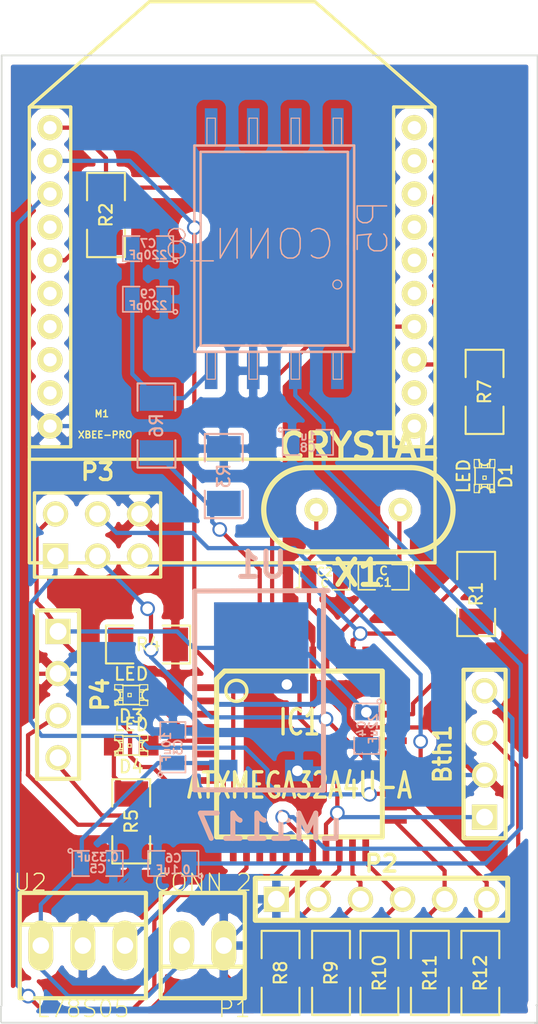
<source format=kicad_pcb>
(kicad_pcb (version 3) (host pcbnew "(2013-07-07 BZR 4022)-stable")

  (general
    (links 88)
    (no_connects 0)
    (area 302.959431 169.362001 352.3654 242.316001)
    (thickness 1.6)
    (drawings 11)
    (tracks 342)
    (zones 0)
    (modules 35)
    (nets 31)
  )

  (page A3)
  (layers
    (15 F.Cu signal)
    (0 B.Cu signal)
    (16 B.Adhes user)
    (17 F.Adhes user)
    (18 B.Paste user)
    (19 F.Paste user)
    (20 B.SilkS user)
    (21 F.SilkS user)
    (22 B.Mask user)
    (23 F.Mask user)
    (24 Dwgs.User user hide)
    (25 Cmts.User user)
    (26 Eco1.User user)
    (27 Eco2.User user)
    (28 Edge.Cuts user)
  )

  (setup
    (last_trace_width 0.254)
    (trace_clearance 0.254)
    (zone_clearance 0.508)
    (zone_45_only no)
    (trace_min 0.254)
    (segment_width 0.2)
    (edge_width 0.1)
    (via_size 0.889)
    (via_drill 0.635)
    (via_min_size 0.889)
    (via_min_drill 0.508)
    (uvia_size 0.508)
    (uvia_drill 0.127)
    (uvias_allowed no)
    (uvia_min_size 0.508)
    (uvia_min_drill 0.127)
    (pcb_text_width 0.3)
    (pcb_text_size 1.5 1.5)
    (mod_edge_width 0.15)
    (mod_text_size 1 1)
    (mod_text_width 0.15)
    (pad_size 0.762 2.46126)
    (pad_drill 0)
    (pad_to_mask_clearance 0)
    (aux_axis_origin 0 0)
    (visible_elements 7FFFFFCF)
    (pcbplotparams
      (layerselection 3178497)
      (usegerberextensions true)
      (excludeedgelayer true)
      (linewidth 0.150000)
      (plotframeref false)
      (viasonmask false)
      (mode 1)
      (useauxorigin false)
      (hpglpennumber 1)
      (hpglpenspeed 20)
      (hpglpendiameter 15)
      (hpglpenoverlay 2)
      (psnegative false)
      (psa4output false)
      (plotreference true)
      (plotvalue true)
      (plotothertext true)
      (plotinvisibletext false)
      (padsonsilk false)
      (subtractmaskfromsilk false)
      (outputformat 1)
      (mirror false)
      (drillshape 1)
      (scaleselection 1)
      (outputdirectory ""))
  )

  (net 0 "")
  (net 1 +5V)
  (net 2 /EN_IGN)
  (net 3 /IGN_0)
  (net 4 /IGN_1)
  (net 5 /IGN_2)
  (net 6 /IGN_3)
  (net 7 /IN_PRESION)
  (net 8 /MISO)
  (net 9 /MOSI)
  (net 10 /RST)
  (net 11 /RX0)
  (net 12 /RX1)
  (net 13 /SCL)
  (net 14 /SCLK)
  (net 15 /SDA)
  (net 16 /TX0)
  (net 17 /TX1)
  (net 18 GND)
  (net 19 N-0000016)
  (net 20 N-0000018)
  (net 21 N-0000020)
  (net 22 N-0000021)
  (net 23 N-0000024)
  (net 24 N-0000039)
  (net 25 N-000004)
  (net 26 N-0000040)
  (net 27 N-0000041)
  (net 28 N-000005)
  (net 29 N-000006)
  (net 30 VCC)

  (net_class Default "This is the default net class."
    (clearance 0.254)
    (trace_width 0.254)
    (via_dia 0.889)
    (via_drill 0.635)
    (uvia_dia 0.508)
    (uvia_drill 0.127)
    (add_net "")
    (add_net +5V)
    (add_net /EN_IGN)
    (add_net /IGN_0)
    (add_net /IGN_1)
    (add_net /IGN_2)
    (add_net /IGN_3)
    (add_net /IN_PRESION)
    (add_net /MISO)
    (add_net /MOSI)
    (add_net /RST)
    (add_net /RX0)
    (add_net /RX1)
    (add_net /SCL)
    (add_net /SCLK)
    (add_net /SDA)
    (add_net /TX0)
    (add_net /TX1)
    (add_net GND)
    (add_net N-0000016)
    (add_net N-0000018)
    (add_net N-0000020)
    (add_net N-0000021)
    (add_net N-0000024)
    (add_net N-0000039)
    (add_net N-000004)
    (add_net N-0000040)
    (add_net N-0000041)
    (add_net N-000005)
    (add_net N-000006)
    (add_net VCC)
  )

  (module SparkFun-SO08-GW (layer B.Cu) (tedit 538AB079) (tstamp 538AB001)
    (at 333.756 193.548 180)
    (descr "SMALL OUTLINE PACKAGE, GULL WING")
    (tags "SMALL OUTLINE PACKAGE, GULL WING")
    (path /538A1558)
    (attr smd)
    (fp_text reference P5 (at -5.969 1.27 450) (layer B.SilkS)
      (effects (font (size 1.778 1.778) (thickness 0.0889)) (justify mirror))
    )
    (fp_text value CONN_8 (at 1.524 0.254 180) (layer B.SilkS)
      (effects (font (size 1.778 1.778) (thickness 0.0889)) (justify mirror))
    )
    (fp_line (start 4.826 -6.223) (end 4.826 -5.969) (layer B.SilkS) (width 0.15))
    (fp_line (start -4.826 0.127) (end -4.826 -6.223) (layer B.SilkS) (width 0.15))
    (fp_line (start -4.445 -5.842) (end -4.445 0.635) (layer B.SilkS) (width 0.15))
    (fp_line (start 4.445 0.381) (end 4.445 -5.842) (layer B.SilkS) (width 0.15))
    (fp_line (start 4.826 -6.096) (end 4.826 0.254) (layer B.SilkS) (width 0.15))
    (fp_line (start -4.064 -7.874) (end -3.556 -7.874) (layer B.SilkS) (width 0.06604))
    (fp_line (start -3.556 -7.874) (end -3.556 -6.223) (layer B.SilkS) (width 0.06604))
    (fp_line (start -4.064 -6.223) (end -3.556 -6.223) (layer B.SilkS) (width 0.06604))
    (fp_line (start -4.064 -7.874) (end -4.064 -6.223) (layer B.SilkS) (width 0.06604))
    (fp_line (start -1.524 -7.874) (end -1.016 -7.874) (layer B.SilkS) (width 0.06604))
    (fp_line (start -1.016 -7.874) (end -1.016 -6.223) (layer B.SilkS) (width 0.06604))
    (fp_line (start -1.524 -6.223) (end -1.016 -6.223) (layer B.SilkS) (width 0.06604))
    (fp_line (start -1.524 -7.874) (end -1.524 -6.223) (layer B.SilkS) (width 0.06604))
    (fp_line (start 1.016 -7.874) (end 1.524 -7.874) (layer B.SilkS) (width 0.06604))
    (fp_line (start 1.524 -7.874) (end 1.524 -6.223) (layer B.SilkS) (width 0.06604))
    (fp_line (start 1.016 -6.223) (end 1.524 -6.223) (layer B.SilkS) (width 0.06604))
    (fp_line (start 1.016 -7.874) (end 1.016 -6.223) (layer B.SilkS) (width 0.06604))
    (fp_line (start 3.556 -7.874) (end 4.064 -7.874) (layer B.SilkS) (width 0.06604))
    (fp_line (start 4.064 -7.874) (end 4.064 -6.223) (layer B.SilkS) (width 0.06604))
    (fp_line (start 3.556 -6.223) (end 4.064 -6.223) (layer B.SilkS) (width 0.06604))
    (fp_line (start 3.556 -7.874) (end 3.556 -6.223) (layer B.SilkS) (width 0.06604))
    (fp_line (start -4.064 6.223) (end -3.556 6.223) (layer B.SilkS) (width 0.06604))
    (fp_line (start -3.556 6.223) (end -3.556 7.874) (layer B.SilkS) (width 0.06604))
    (fp_line (start -4.064 7.874) (end -3.556 7.874) (layer B.SilkS) (width 0.06604))
    (fp_line (start -4.064 6.223) (end -4.064 7.874) (layer B.SilkS) (width 0.06604))
    (fp_line (start -1.524 6.223) (end -1.016 6.223) (layer B.SilkS) (width 0.06604))
    (fp_line (start -1.016 6.223) (end -1.016 7.874) (layer B.SilkS) (width 0.06604))
    (fp_line (start -1.524 7.874) (end -1.016 7.874) (layer B.SilkS) (width 0.06604))
    (fp_line (start -1.524 6.223) (end -1.524 7.874) (layer B.SilkS) (width 0.06604))
    (fp_line (start 1.016 6.223) (end 1.524 6.223) (layer B.SilkS) (width 0.06604))
    (fp_line (start 1.524 6.223) (end 1.524 7.874) (layer B.SilkS) (width 0.06604))
    (fp_line (start 1.016 7.874) (end 1.524 7.874) (layer B.SilkS) (width 0.06604))
    (fp_line (start 1.016 6.223) (end 1.016 7.874) (layer B.SilkS) (width 0.06604))
    (fp_line (start 3.556 6.223) (end 4.064 6.223) (layer B.SilkS) (width 0.06604))
    (fp_line (start 4.064 6.223) (end 4.064 7.874) (layer B.SilkS) (width 0.06604))
    (fp_line (start 3.556 7.874) (end 4.064 7.874) (layer B.SilkS) (width 0.06604))
    (fp_line (start 3.556 6.223) (end 3.556 7.874) (layer B.SilkS) (width 0.06604))
    (fp_line (start -4.318 -6.223) (end -3.302 -6.223) (layer B.SilkS) (width 0.1524))
    (fp_line (start 4.826 -0.127) (end 4.826 6.223) (layer B.SilkS) (width 0.1524))
    (fp_line (start -3.302 6.223) (end -4.318 6.223) (layer B.SilkS) (width 0.1524))
    (fp_line (start -4.826 6.223) (end -4.826 -0.127) (layer B.SilkS) (width 0.1524))
    (fp_line (start -4.445 5.842) (end 4.445 5.842) (layer B.SilkS) (width 0.1524))
    (fp_line (start 4.445 5.842) (end 4.445 0.254) (layer B.SilkS) (width 0.1524))
    (fp_line (start 4.445 -5.842) (end -4.445 -5.842) (layer B.SilkS) (width 0.1524))
    (fp_line (start -4.445 0.254) (end -4.445 5.842) (layer B.SilkS) (width 0.1524))
    (fp_line (start -4.318 6.223) (end -4.826 6.223) (layer B.SilkS) (width 0.1524))
    (fp_line (start -4.826 -6.223) (end -4.318 -6.223) (layer B.SilkS) (width 0.1524))
    (fp_line (start -3.302 -6.223) (end -1.778 -6.223) (layer B.SilkS) (width 0.1524))
    (fp_line (start -1.778 -6.223) (end -0.762 -6.223) (layer B.SilkS) (width 0.1524))
    (fp_line (start -0.762 -6.223) (end 0.762 -6.223) (layer B.SilkS) (width 0.1524))
    (fp_line (start 0.762 -6.223) (end 1.778 -6.223) (layer B.SilkS) (width 0.1524))
    (fp_line (start 1.778 -6.223) (end 3.302 -6.223) (layer B.SilkS) (width 0.1524))
    (fp_line (start 3.302 -6.223) (end 4.318 -6.223) (layer B.SilkS) (width 0.1524))
    (fp_line (start 4.318 -6.223) (end 4.826 -6.223) (layer B.SilkS) (width 0.1524))
    (fp_line (start -1.778 6.223) (end -3.302 6.223) (layer B.SilkS) (width 0.1524))
    (fp_line (start -0.762 6.223) (end -1.778 6.223) (layer B.SilkS) (width 0.1524))
    (fp_line (start 0.762 6.223) (end -0.762 6.223) (layer B.SilkS) (width 0.1524))
    (fp_line (start 1.778 6.223) (end 0.762 6.223) (layer B.SilkS) (width 0.1524))
    (fp_line (start 3.302 6.223) (end 1.778 6.223) (layer B.SilkS) (width 0.1524))
    (fp_line (start 4.318 6.223) (end 3.302 6.223) (layer B.SilkS) (width 0.1524))
    (fp_line (start 4.826 6.223) (end 4.318 6.223) (layer B.SilkS) (width 0.1524))
    (fp_circle (center -3.81 -2.159) (end -4.0005 -2.3495) (layer B.SilkS) (width 0.0762))
    (pad 1 smd rect (at -3.81 -7.366 180) (size 0.762 2.20726)
      (layers B.Cu B.Paste B.Mask)
    )
    (pad 2 smd rect (at -1.27 -7.366 180) (size 0.762 2.20726)
      (layers B.Cu B.Paste B.Mask)
      (net 1 +5V)
    )
    (pad 3 smd rect (at 1.27 -7.366 180) (size 0.762 2.20726)
      (layers B.Cu B.Paste B.Mask)
      (net 18 GND)
    )
    (pad 4 smd rect (at 3.81 -7.366 180) (size 0.762 2.20726)
      (layers B.Cu B.Paste B.Mask)
      (net 23 N-0000024)
    )
    (pad 5 smd rect (at 3.81 7.366 180) (size 0.762 2.20726)
      (layers B.Cu B.Paste B.Mask)
    )
    (pad 6 smd rect (at 1.27 7.366 180) (size 0.762 2.20726)
      (layers B.Cu B.Paste B.Mask)
    )
    (pad 7 smd rect (at -1.27 7.366 180) (size 0.762 2.20726)
      (layers B.Cu B.Paste B.Mask)
    )
    (pad 8 smd rect (at -3.81 7.366 180) (size 0.762 2.20726)
      (layers B.Cu B.Paste B.Mask)
    )
  )

  (module TQFP44 (layer F.Cu) (tedit 200000) (tstamp 538AAF88)
    (at 335.28 224.028)
    (path /53893801)
    (attr smd)
    (fp_text reference IC1 (at 0 -1.905) (layer F.SilkS)
      (effects (font (size 1.524 1.016) (thickness 0.2032)))
    )
    (fp_text value ATXMEGA32A4U-A (at 0 1.905) (layer F.SilkS)
      (effects (font (size 1.524 1.016) (thickness 0.2032)))
    )
    (fp_line (start 5.0038 -5.0038) (end 5.0038 5.0038) (layer F.SilkS) (width 0.3048))
    (fp_line (start 5.0038 5.0038) (end -5.0038 5.0038) (layer F.SilkS) (width 0.3048))
    (fp_line (start -5.0038 -4.5212) (end -5.0038 5.0038) (layer F.SilkS) (width 0.3048))
    (fp_line (start -4.5212 -5.0038) (end 5.0038 -5.0038) (layer F.SilkS) (width 0.3048))
    (fp_line (start -5.0038 -4.5212) (end -4.5212 -5.0038) (layer F.SilkS) (width 0.3048))
    (fp_circle (center -3.81 -3.81) (end -3.81 -3.175) (layer F.SilkS) (width 0.2032))
    (pad 39 smd rect (at 0 -5.715) (size 0.4064 1.524)
      (layers F.Cu F.Paste F.Mask)
      (net 30 VCC)
    )
    (pad 40 smd rect (at -0.8001 -5.715) (size 0.4064 1.524)
      (layers F.Cu F.Paste F.Mask)
      (net 30 VCC)
    )
    (pad 41 smd rect (at -1.6002 -5.715) (size 0.4064 1.524)
      (layers F.Cu F.Paste F.Mask)
      (net 7 /IN_PRESION)
    )
    (pad 42 smd rect (at -2.4003 -5.715) (size 0.4064 1.524)
      (layers F.Cu F.Paste F.Mask)
      (net 7 /IN_PRESION)
    )
    (pad 43 smd rect (at -3.2004 -5.715) (size 0.4064 1.524)
      (layers F.Cu F.Paste F.Mask)
    )
    (pad 44 smd rect (at -4.0005 -5.715) (size 0.4064 1.524)
      (layers F.Cu F.Paste F.Mask)
    )
    (pad 38 smd rect (at 0.8001 -5.715) (size 0.4064 1.524)
      (layers F.Cu F.Paste F.Mask)
      (net 18 GND)
    )
    (pad 37 smd rect (at 1.6002 -5.715) (size 0.4064 1.524)
      (layers F.Cu F.Paste F.Mask)
      (net 24 N-0000039)
    )
    (pad 36 smd rect (at 2.4003 -5.715) (size 0.4064 1.524)
      (layers F.Cu F.Paste F.Mask)
      (net 26 N-0000040)
    )
    (pad 35 smd rect (at 3.2004 -5.715) (size 0.4064 1.524)
      (layers F.Cu F.Paste F.Mask)
      (net 10 /RST)
    )
    (pad 34 smd rect (at 4.0005 -5.715) (size 0.4064 1.524)
      (layers F.Cu F.Paste F.Mask)
    )
    (pad 17 smd rect (at 0 5.715) (size 0.4064 1.524)
      (layers F.Cu F.Paste F.Mask)
      (net 17 /TX1)
    )
    (pad 16 smd rect (at -0.8001 5.715) (size 0.4064 1.524)
      (layers F.Cu F.Paste F.Mask)
      (net 12 /RX1)
    )
    (pad 15 smd rect (at -1.6002 5.715) (size 0.4064 1.524)
      (layers F.Cu F.Paste F.Mask)
    )
    (pad 14 smd rect (at -2.4003 5.715) (size 0.4064 1.524)
      (layers F.Cu F.Paste F.Mask)
    )
    (pad 13 smd rect (at -3.2004 5.715) (size 0.4064 1.524)
      (layers F.Cu F.Paste F.Mask)
      (net 16 /TX0)
    )
    (pad 12 smd rect (at -4.0005 5.715) (size 0.4064 1.524)
      (layers F.Cu F.Paste F.Mask)
      (net 11 /RX0)
    )
    (pad 18 smd rect (at 0.8001 5.715) (size 0.4064 1.524)
      (layers F.Cu F.Paste F.Mask)
      (net 18 GND)
    )
    (pad 19 smd rect (at 1.6002 5.715) (size 0.4064 1.524)
      (layers F.Cu F.Paste F.Mask)
      (net 30 VCC)
    )
    (pad 20 smd rect (at 2.4003 5.715) (size 0.4064 1.524)
      (layers F.Cu F.Paste F.Mask)
      (net 3 /IGN_0)
    )
    (pad 21 smd rect (at 3.2004 5.715) (size 0.4064 1.524)
      (layers F.Cu F.Paste F.Mask)
      (net 4 /IGN_1)
    )
    (pad 22 smd rect (at 4.0005 5.715) (size 0.4064 1.524)
      (layers F.Cu F.Paste F.Mask)
      (net 5 /IGN_2)
    )
    (pad 6 smd rect (at -5.715 0) (size 1.524 0.4064)
      (layers F.Cu F.Paste F.Mask)
    )
    (pad 28 smd rect (at 5.715 0) (size 1.524 0.4064)
      (layers F.Cu F.Paste F.Mask)
    )
    (pad 7 smd rect (at -5.715 0.8001) (size 1.524 0.4064)
      (layers F.Cu F.Paste F.Mask)
    )
    (pad 27 smd rect (at 5.715 0.8001) (size 1.524 0.4064)
      (layers F.Cu F.Paste F.Mask)
      (net 14 /SCLK)
    )
    (pad 26 smd rect (at 5.715 1.6002) (size 1.524 0.4064)
      (layers F.Cu F.Paste F.Mask)
      (net 8 /MISO)
    )
    (pad 8 smd rect (at -5.715 1.6002) (size 1.524 0.4064)
      (layers F.Cu F.Paste F.Mask)
      (net 18 GND)
    )
    (pad 9 smd rect (at -5.715 2.4003) (size 1.524 0.4064)
      (layers F.Cu F.Paste F.Mask)
      (net 30 VCC)
    )
    (pad 25 smd rect (at 5.715 2.4003) (size 1.524 0.4064)
      (layers F.Cu F.Paste F.Mask)
      (net 9 /MOSI)
    )
    (pad 24 smd rect (at 5.715 3.2004) (size 1.524 0.4064)
      (layers F.Cu F.Paste F.Mask)
      (net 2 /EN_IGN)
    )
    (pad 10 smd rect (at -5.715 3.2004) (size 1.524 0.4064)
      (layers F.Cu F.Paste F.Mask)
      (net 15 /SDA)
    )
    (pad 11 smd rect (at -5.715 4.0005) (size 1.524 0.4064)
      (layers F.Cu F.Paste F.Mask)
      (net 13 /SCL)
    )
    (pad 23 smd rect (at 5.715 4.0005) (size 1.524 0.4064)
      (layers F.Cu F.Paste F.Mask)
      (net 6 /IGN_3)
    )
    (pad 29 smd rect (at 5.715 -0.8001) (size 1.524 0.4064)
      (layers F.Cu F.Paste F.Mask)
    )
    (pad 5 smd rect (at -5.715 -0.8001) (size 1.524 0.4064)
      (layers F.Cu F.Paste F.Mask)
      (net 20 N-0000018)
    )
    (pad 4 smd rect (at -5.715 -1.6002) (size 1.524 0.4064)
      (layers F.Cu F.Paste F.Mask)
      (net 22 N-0000021)
    )
    (pad 30 smd rect (at 5.715 -1.6002) (size 1.524 0.4064)
      (layers F.Cu F.Paste F.Mask)
      (net 18 GND)
    )
    (pad 31 smd rect (at 5.715 -2.4003) (size 1.524 0.4064)
      (layers F.Cu F.Paste F.Mask)
      (net 30 VCC)
    )
    (pad 3 smd rect (at -5.715 -2.4003) (size 1.524 0.4064)
      (layers F.Cu F.Paste F.Mask)
    )
    (pad 2 smd rect (at -5.715 -3.2004) (size 1.524 0.4064)
      (layers F.Cu F.Paste F.Mask)
    )
    (pad 32 smd rect (at 5.715 -3.2004) (size 1.524 0.4064)
      (layers F.Cu F.Paste F.Mask)
    )
    (pad 33 smd rect (at 5.715 -4.0005) (size 1.524 0.4064)
      (layers F.Cu F.Paste F.Mask)
    )
    (pad 1 smd rect (at -5.715 -4.0005) (size 1.524 0.4064)
      (layers F.Cu F.Paste F.Mask)
    )
  )

  (module TO-252 (layer B.Cu) (tedit 509132AE) (tstamp 538AAF93)
    (at 332.9686 217.6272 180)
    (path /5389D5A6)
    (fp_text reference U1 (at 0 5.00126 180) (layer B.SilkS)
      (effects (font (size 1.524 1.524) (thickness 0.3048)) (justify mirror))
    )
    (fp_text value LM1117 (at -0.50038 -10.80008 180) (layer B.SilkS)
      (effects (font (size 1.524 1.524) (thickness 0.3048)) (justify mirror))
    )
    (fp_line (start -4.0386 3.4544) (end 4.0132 3.429) (layer B.SilkS) (width 0.29972))
    (fp_line (start 4.0132 3.429) (end 4.0132 -8.5598) (layer B.SilkS) (width 0.29972))
    (fp_line (start 4.0132 -8.5598) (end -3.7592 -8.5852) (layer B.SilkS) (width 0.29972))
    (fp_line (start -3.7592 -8.5852) (end -3.7592 3.5052) (layer B.SilkS) (width 0.29972))
    (pad 2 smd rect (at 0 0 90) (size 5.4991 5.69976)
      (layers B.Cu B.Paste B.Mask)
      (net 30 VCC)
    )
    (pad 1 smd rect (at -2.286 -7.39902 90) (size 1.30048 1.69926)
      (layers B.Cu B.Paste B.Mask)
      (net 18 GND)
    )
    (pad 3 smd rect (at 2.286 -7.39902 90) (size 1.30048 1.69926)
      (layers B.Cu B.Paste B.Mask)
      (net 27 N-0000041)
    )
  )

  (module SparkFun-XBEE-1 (layer F.Cu) (tedit 200000) (tstamp 538AAFBC)
    (at 331.216 206.248)
    (path /53893AFB)
    (attr virtual)
    (fp_text reference M1 (at -7.874 -2.7432) (layer F.SilkS)
      (effects (font (size 0.4064 0.4064) (thickness 0.0889)))
    )
    (fp_text value XBEE-PRO (at -7.6708 -1.4732) (layer F.SilkS)
      (effects (font (size 0.4064 0.4064) (thickness 0.0889)))
    )
    (fp_line (start -4.99872 -27.59964) (end 4.99872 -27.59964) (layer F.SilkS) (width 0.2032))
    (fp_line (start -12.24788 -21.24964) (end -4.99872 -27.59964) (layer F.SilkS) (width 0.2032))
    (fp_line (start 12.24788 -21.24964) (end 4.99872 -27.59964) (layer F.SilkS) (width 0.2032))
    (fp_line (start 9.74852 -21.24964) (end 12.24788 -21.24964) (layer F.SilkS) (width 0.2032))
    (fp_line (start 12.24788 -21.24964) (end 12.24788 -0.7493) (layer F.SilkS) (width 0.2032))
    (fp_line (start 12.24788 -0.7493) (end 9.74852 -0.7493) (layer F.SilkS) (width 0.2032))
    (fp_line (start 9.74852 -21.24964) (end 9.74852 -0.7493) (layer F.SilkS) (width 0.2032))
    (fp_line (start -9.74852 -21.24964) (end -12.24788 -21.24964) (layer F.SilkS) (width 0.2032))
    (fp_line (start -12.24788 -21.24964) (end -12.24788 -0.7493) (layer F.SilkS) (width 0.2032))
    (fp_line (start -12.24788 -0.7493) (end -9.74852 -0.7493) (layer F.SilkS) (width 0.2032))
    (fp_line (start -9.74852 -21.24964) (end -9.74852 -0.7493) (layer F.SilkS) (width 0.2032))
    (fp_line (start -12.24788 -0.7493) (end -12.24788 0) (layer F.SilkS) (width 0.2032))
    (fp_line (start 12.24788 -0.7493) (end 12.24788 0) (layer F.SilkS) (width 0.2032))
    (fp_line (start -12.24788 0) (end 12.24788 0) (layer F.SilkS) (width 0.2032))
    (fp_line (start 12.24788 0) (end 12.24788 6.2484) (layer F.SilkS) (width 0.2032))
    (fp_line (start -12.24788 0) (end -12.24788 6.2484) (layer F.SilkS) (width 0.2032))
    (fp_line (start -12.24788 6.2484) (end 12.24788 6.2484) (layer F.SilkS) (width 0.2032))
    (pad 1 thru_hole circle (at -10.9982 -19.99996) (size 1.524 1.524) (drill 0.79756)
      (layers *.Cu F.Paste F.SilkS F.Mask)
      (net 30 VCC)
    )
    (pad 2 thru_hole circle (at -10.9982 -17.99844) (size 1.524 1.524) (drill 0.79756)
      (layers *.Cu F.Paste F.SilkS F.Mask)
      (net 11 /RX0)
    )
    (pad 3 thru_hole circle (at -10.9982 -15.99946) (size 1.524 1.524) (drill 0.79756)
      (layers *.Cu F.Paste F.SilkS F.Mask)
      (net 16 /TX0)
    )
    (pad 4 thru_hole circle (at -10.9982 -13.99794) (size 1.524 1.524) (drill 0.79756)
      (layers *.Cu F.Paste F.SilkS F.Mask)
    )
    (pad 5 thru_hole circle (at -10.9982 -11.99896) (size 1.524 1.524) (drill 0.79756)
      (layers *.Cu F.Paste F.SilkS F.Mask)
      (net 25 N-000004)
    )
    (pad 6 thru_hole circle (at -10.9982 -9.99998) (size 1.524 1.524) (drill 0.79756)
      (layers *.Cu F.Paste F.SilkS F.Mask)
    )
    (pad 7 thru_hole circle (at -10.9982 -7.99846) (size 1.524 1.524) (drill 0.79756)
      (layers *.Cu F.Paste F.SilkS F.Mask)
    )
    (pad 8 thru_hole circle (at -10.9982 -5.99948) (size 1.524 1.524) (drill 0.79756)
      (layers *.Cu F.Paste F.SilkS F.Mask)
    )
    (pad 9 thru_hole circle (at -10.9982 -3.99796) (size 1.524 1.524) (drill 0.79756)
      (layers *.Cu F.Paste F.SilkS F.Mask)
    )
    (pad 10 thru_hole circle (at -10.9982 -1.99898) (size 1.524 1.524) (drill 0.79756)
      (layers *.Cu F.Paste F.SilkS F.Mask)
      (net 18 GND)
    )
    (pad 11 thru_hole circle (at 10.9982 -1.99898) (size 1.524 1.524) (drill 0.79756)
      (layers *.Cu F.Paste F.SilkS F.Mask)
    )
    (pad 12 thru_hole circle (at 10.9982 -3.99796) (size 1.524 1.524) (drill 0.79756)
      (layers *.Cu F.Paste F.SilkS F.Mask)
    )
    (pad 13 thru_hole circle (at 10.9982 -5.99948) (size 1.524 1.524) (drill 0.79756)
      (layers *.Cu F.Paste F.SilkS F.Mask)
      (net 28 N-000005)
    )
    (pad 14 thru_hole circle (at 10.9982 -7.99846) (size 1.524 1.524) (drill 0.79756)
      (layers *.Cu F.Paste F.SilkS F.Mask)
      (net 30 VCC)
    )
    (pad 15 thru_hole circle (at 10.9982 -9.99998) (size 1.524 1.524) (drill 0.79756)
      (layers *.Cu F.Paste F.SilkS F.Mask)
    )
    (pad 16 thru_hole circle (at 10.9982 -11.99896) (size 1.524 1.524) (drill 0.79756)
      (layers *.Cu F.Paste F.SilkS F.Mask)
    )
    (pad 17 thru_hole circle (at 10.9982 -13.99794) (size 1.524 1.524) (drill 0.79756)
      (layers *.Cu F.Paste F.SilkS F.Mask)
    )
    (pad 18 thru_hole circle (at 10.9982 -15.99946) (size 1.524 1.524) (drill 0.79756)
      (layers *.Cu F.Paste F.SilkS F.Mask)
    )
    (pad 19 thru_hole circle (at 10.9982 -17.99844) (size 1.524 1.524) (drill 0.79756)
      (layers *.Cu F.Paste F.SilkS F.Mask)
    )
    (pad 20 thru_hole circle (at 10.9982 -19.99996) (size 1.524 1.524) (drill 0.79756)
      (layers *.Cu F.Paste F.SilkS F.Mask)
    )
  )

  (module SM1206 (layer F.Cu) (tedit 42806E24) (tstamp 538AB00D)
    (at 323.596 191.516 90)
    (path /53893B77)
    (attr smd)
    (fp_text reference R2 (at 0 0 90) (layer F.SilkS)
      (effects (font (size 0.762 0.762) (thickness 0.127)))
    )
    (fp_text value R (at 0 0 90) (layer F.SilkS) hide
      (effects (font (size 0.762 0.762) (thickness 0.127)))
    )
    (fp_line (start -2.54 -1.143) (end -2.54 1.143) (layer F.SilkS) (width 0.127))
    (fp_line (start -2.54 1.143) (end -0.889 1.143) (layer F.SilkS) (width 0.127))
    (fp_line (start 0.889 -1.143) (end 2.54 -1.143) (layer F.SilkS) (width 0.127))
    (fp_line (start 2.54 -1.143) (end 2.54 1.143) (layer F.SilkS) (width 0.127))
    (fp_line (start 2.54 1.143) (end 0.889 1.143) (layer F.SilkS) (width 0.127))
    (fp_line (start -0.889 -1.143) (end -2.54 -1.143) (layer F.SilkS) (width 0.127))
    (pad 1 smd rect (at -1.651 0 90) (size 1.524 2.032)
      (layers F.Cu F.Paste F.Mask)
      (net 25 N-000004)
    )
    (pad 2 smd rect (at 1.651 0 90) (size 1.524 2.032)
      (layers F.Cu F.Paste F.Mask)
      (net 30 VCC)
    )
    (model smd/chip_cms.wrl
      (at (xyz 0 0 0))
      (scale (xyz 0.17 0.16 0.16))
      (rotate (xyz 0 0 0))
    )
  )

  (module SM1206 (layer F.Cu) (tedit 42806E24) (tstamp 538AB019)
    (at 346.456 202.184 270)
    (path /53893C7B)
    (attr smd)
    (fp_text reference R7 (at 0 0 270) (layer F.SilkS)
      (effects (font (size 0.762 0.762) (thickness 0.127)))
    )
    (fp_text value R (at 0 0 270) (layer F.SilkS) hide
      (effects (font (size 0.762 0.762) (thickness 0.127)))
    )
    (fp_line (start -2.54 -1.143) (end -2.54 1.143) (layer F.SilkS) (width 0.127))
    (fp_line (start -2.54 1.143) (end -0.889 1.143) (layer F.SilkS) (width 0.127))
    (fp_line (start 0.889 -1.143) (end 2.54 -1.143) (layer F.SilkS) (width 0.127))
    (fp_line (start 2.54 -1.143) (end 2.54 1.143) (layer F.SilkS) (width 0.127))
    (fp_line (start 2.54 1.143) (end 0.889 1.143) (layer F.SilkS) (width 0.127))
    (fp_line (start -0.889 -1.143) (end -2.54 -1.143) (layer F.SilkS) (width 0.127))
    (pad 1 smd rect (at -1.651 0 270) (size 1.524 2.032)
      (layers F.Cu F.Paste F.Mask)
      (net 28 N-000005)
    )
    (pad 2 smd rect (at 1.651 0 270) (size 1.524 2.032)
      (layers F.Cu F.Paste F.Mask)
      (net 29 N-000006)
    )
    (model smd/chip_cms.wrl
      (at (xyz 0 0 0))
      (scale (xyz 0.17 0.16 0.16))
      (rotate (xyz 0 0 0))
    )
  )

  (module SM1206 (layer F.Cu) (tedit 42806E24) (tstamp 538AB025)
    (at 345.948 214.376 90)
    (path /507A4063)
    (attr smd)
    (fp_text reference R1 (at 0 0 90) (layer F.SilkS)
      (effects (font (size 0.762 0.762) (thickness 0.127)))
    )
    (fp_text value R (at 0 0 90) (layer F.SilkS) hide
      (effects (font (size 0.762 0.762) (thickness 0.127)))
    )
    (fp_line (start -2.54 -1.143) (end -2.54 1.143) (layer F.SilkS) (width 0.127))
    (fp_line (start -2.54 1.143) (end -0.889 1.143) (layer F.SilkS) (width 0.127))
    (fp_line (start 0.889 -1.143) (end 2.54 -1.143) (layer F.SilkS) (width 0.127))
    (fp_line (start 2.54 -1.143) (end 2.54 1.143) (layer F.SilkS) (width 0.127))
    (fp_line (start 2.54 1.143) (end 0.889 1.143) (layer F.SilkS) (width 0.127))
    (fp_line (start -0.889 -1.143) (end -2.54 -1.143) (layer F.SilkS) (width 0.127))
    (pad 1 smd rect (at -1.651 0 90) (size 1.524 2.032)
      (layers F.Cu F.Paste F.Mask)
      (net 30 VCC)
    )
    (pad 2 smd rect (at 1.651 0 90) (size 1.524 2.032)
      (layers F.Cu F.Paste F.Mask)
      (net 10 /RST)
    )
    (model smd/chip_cms.wrl
      (at (xyz 0 0 0))
      (scale (xyz 0.17 0.16 0.16))
      (rotate (xyz 0 0 0))
    )
  )

  (module SM1206 (layer B.Cu) (tedit 42806E24) (tstamp 538AB031)
    (at 326.644 204.216 90)
    (path /538A86B4)
    (attr smd)
    (fp_text reference R6 (at 0 0 90) (layer B.SilkS)
      (effects (font (size 0.762 0.762) (thickness 0.127)) (justify mirror))
    )
    (fp_text value 500 (at 0 0 90) (layer B.SilkS) hide
      (effects (font (size 0.762 0.762) (thickness 0.127)) (justify mirror))
    )
    (fp_line (start -2.54 1.143) (end -2.54 -1.143) (layer B.SilkS) (width 0.127))
    (fp_line (start -2.54 -1.143) (end -0.889 -1.143) (layer B.SilkS) (width 0.127))
    (fp_line (start 0.889 1.143) (end 2.54 1.143) (layer B.SilkS) (width 0.127))
    (fp_line (start 2.54 1.143) (end 2.54 -1.143) (layer B.SilkS) (width 0.127))
    (fp_line (start 2.54 -1.143) (end 0.889 -1.143) (layer B.SilkS) (width 0.127))
    (fp_line (start -0.889 1.143) (end -2.54 1.143) (layer B.SilkS) (width 0.127))
    (pad 1 smd rect (at -1.651 0 90) (size 1.524 2.032)
      (layers B.Cu B.Paste B.Mask)
      (net 7 /IN_PRESION)
    )
    (pad 2 smd rect (at 1.651 0 90) (size 1.524 2.032)
      (layers B.Cu B.Paste B.Mask)
      (net 23 N-0000024)
    )
    (model smd/chip_cms.wrl
      (at (xyz 0 0 0))
      (scale (xyz 0.17 0.16 0.16))
      (rotate (xyz 0 0 0))
    )
  )

  (module SM1206 (layer B.Cu) (tedit 42806E24) (tstamp 538AB03D)
    (at 330.708 207.264 90)
    (path /538A86C3)
    (attr smd)
    (fp_text reference R3 (at 0 0 90) (layer B.SilkS)
      (effects (font (size 0.762 0.762) (thickness 0.127)) (justify mirror))
    )
    (fp_text value 1K (at 0 0 90) (layer B.SilkS) hide
      (effects (font (size 0.762 0.762) (thickness 0.127)) (justify mirror))
    )
    (fp_line (start -2.54 1.143) (end -2.54 -1.143) (layer B.SilkS) (width 0.127))
    (fp_line (start -2.54 -1.143) (end -0.889 -1.143) (layer B.SilkS) (width 0.127))
    (fp_line (start 0.889 1.143) (end 2.54 1.143) (layer B.SilkS) (width 0.127))
    (fp_line (start 2.54 1.143) (end 2.54 -1.143) (layer B.SilkS) (width 0.127))
    (fp_line (start 2.54 -1.143) (end 0.889 -1.143) (layer B.SilkS) (width 0.127))
    (fp_line (start -0.889 1.143) (end -2.54 1.143) (layer B.SilkS) (width 0.127))
    (pad 1 smd rect (at -1.651 0 90) (size 1.524 2.032)
      (layers B.Cu B.Paste B.Mask)
      (net 7 /IN_PRESION)
    )
    (pad 2 smd rect (at 1.651 0 90) (size 1.524 2.032)
      (layers B.Cu B.Paste B.Mask)
      (net 18 GND)
    )
    (model smd/chip_cms.wrl
      (at (xyz 0 0 0))
      (scale (xyz 0.17 0.16 0.16))
      (rotate (xyz 0 0 0))
    )
  )

  (module SM1206 (layer F.Cu) (tedit 42806E24) (tstamp 538AB049)
    (at 326.136 217.424 180)
    (path /507A4156)
    (attr smd)
    (fp_text reference R4 (at 0 0 180) (layer F.SilkS)
      (effects (font (size 0.762 0.762) (thickness 0.127)))
    )
    (fp_text value R (at 0 0 180) (layer F.SilkS) hide
      (effects (font (size 0.762 0.762) (thickness 0.127)))
    )
    (fp_line (start -2.54 -1.143) (end -2.54 1.143) (layer F.SilkS) (width 0.127))
    (fp_line (start -2.54 1.143) (end -0.889 1.143) (layer F.SilkS) (width 0.127))
    (fp_line (start 0.889 -1.143) (end 2.54 -1.143) (layer F.SilkS) (width 0.127))
    (fp_line (start 2.54 -1.143) (end 2.54 1.143) (layer F.SilkS) (width 0.127))
    (fp_line (start 2.54 1.143) (end 0.889 1.143) (layer F.SilkS) (width 0.127))
    (fp_line (start -0.889 -1.143) (end -2.54 -1.143) (layer F.SilkS) (width 0.127))
    (pad 1 smd rect (at -1.651 0 180) (size 1.524 2.032)
      (layers F.Cu F.Paste F.Mask)
      (net 18 GND)
    )
    (pad 2 smd rect (at 1.651 0 180) (size 1.524 2.032)
      (layers F.Cu F.Paste F.Mask)
      (net 19 N-0000016)
    )
    (model smd/chip_cms.wrl
      (at (xyz 0 0 0))
      (scale (xyz 0.17 0.16 0.16))
      (rotate (xyz 0 0 0))
    )
  )

  (module SM1206 (layer F.Cu) (tedit 42806E24) (tstamp 538AB055)
    (at 325.12 228.092 90)
    (path /507A415F)
    (attr smd)
    (fp_text reference R5 (at 0 0 90) (layer F.SilkS)
      (effects (font (size 0.762 0.762) (thickness 0.127)))
    )
    (fp_text value R (at 0 0 90) (layer F.SilkS) hide
      (effects (font (size 0.762 0.762) (thickness 0.127)))
    )
    (fp_line (start -2.54 -1.143) (end -2.54 1.143) (layer F.SilkS) (width 0.127))
    (fp_line (start -2.54 1.143) (end -0.889 1.143) (layer F.SilkS) (width 0.127))
    (fp_line (start 0.889 -1.143) (end 2.54 -1.143) (layer F.SilkS) (width 0.127))
    (fp_line (start 2.54 -1.143) (end 2.54 1.143) (layer F.SilkS) (width 0.127))
    (fp_line (start 2.54 1.143) (end 0.889 1.143) (layer F.SilkS) (width 0.127))
    (fp_line (start -0.889 -1.143) (end -2.54 -1.143) (layer F.SilkS) (width 0.127))
    (pad 1 smd rect (at -1.651 0 90) (size 1.524 2.032)
      (layers F.Cu F.Paste F.Mask)
      (net 18 GND)
    )
    (pad 2 smd rect (at 1.651 0 90) (size 1.524 2.032)
      (layers F.Cu F.Paste F.Mask)
      (net 21 N-0000020)
    )
    (model smd/chip_cms.wrl
      (at (xyz 0 0 0))
      (scale (xyz 0.17 0.16 0.16))
      (rotate (xyz 0 0 0))
    )
  )

  (module SM0805 (layer F.Cu) (tedit 5091495C) (tstamp 538AB062)
    (at 340.36 213.36 180)
    (path /507A40D6)
    (attr smd)
    (fp_text reference C1 (at 0 -0.3175 180) (layer F.SilkS)
      (effects (font (size 0.50038 0.50038) (thickness 0.10922)))
    )
    (fp_text value C (at 0 0.381 180) (layer F.SilkS)
      (effects (font (size 0.50038 0.50038) (thickness 0.10922)))
    )
    (fp_circle (center -1.651 0.762) (end -1.651 0.635) (layer F.SilkS) (width 0.09906))
    (fp_line (start -0.508 0.762) (end -1.524 0.762) (layer F.SilkS) (width 0.09906))
    (fp_line (start -1.524 0.762) (end -1.524 -0.762) (layer F.SilkS) (width 0.09906))
    (fp_line (start -1.524 -0.762) (end -0.508 -0.762) (layer F.SilkS) (width 0.09906))
    (fp_line (start 0.508 -0.762) (end 1.524 -0.762) (layer F.SilkS) (width 0.09906))
    (fp_line (start 1.524 -0.762) (end 1.524 0.762) (layer F.SilkS) (width 0.09906))
    (fp_line (start 1.524 0.762) (end 0.508 0.762) (layer F.SilkS) (width 0.09906))
    (pad 1 smd rect (at -0.9525 0 180) (size 0.889 1.397)
      (layers F.Cu F.Paste F.Mask)
      (net 26 N-0000040)
    )
    (pad 2 smd rect (at 0.9525 0 180) (size 0.889 1.397)
      (layers F.Cu F.Paste F.Mask)
      (net 18 GND)
    )
    (model smd/chip_cms.wrl
      (at (xyz 0 0 0))
      (scale (xyz 0.1 0.1 0.1))
      (rotate (xyz 0 0 0))
    )
  )

  (module SM0805 (layer F.Cu) (tedit 5091495C) (tstamp 538AB06F)
    (at 336.804 213.36)
    (path /507A40DA)
    (attr smd)
    (fp_text reference C2 (at 0 -0.3175) (layer F.SilkS)
      (effects (font (size 0.50038 0.50038) (thickness 0.10922)))
    )
    (fp_text value C (at 0 0.381) (layer F.SilkS)
      (effects (font (size 0.50038 0.50038) (thickness 0.10922)))
    )
    (fp_circle (center -1.651 0.762) (end -1.651 0.635) (layer F.SilkS) (width 0.09906))
    (fp_line (start -0.508 0.762) (end -1.524 0.762) (layer F.SilkS) (width 0.09906))
    (fp_line (start -1.524 0.762) (end -1.524 -0.762) (layer F.SilkS) (width 0.09906))
    (fp_line (start -1.524 -0.762) (end -0.508 -0.762) (layer F.SilkS) (width 0.09906))
    (fp_line (start 0.508 -0.762) (end 1.524 -0.762) (layer F.SilkS) (width 0.09906))
    (fp_line (start 1.524 -0.762) (end 1.524 0.762) (layer F.SilkS) (width 0.09906))
    (fp_line (start 1.524 0.762) (end 0.508 0.762) (layer F.SilkS) (width 0.09906))
    (pad 1 smd rect (at -0.9525 0) (size 0.889 1.397)
      (layers F.Cu F.Paste F.Mask)
      (net 24 N-0000039)
    )
    (pad 2 smd rect (at 0.9525 0) (size 0.889 1.397)
      (layers F.Cu F.Paste F.Mask)
      (net 18 GND)
    )
    (model smd/chip_cms.wrl
      (at (xyz 0 0 0))
      (scale (xyz 0.1 0.1 0.1))
      (rotate (xyz 0 0 0))
    )
  )

  (module SM0805 (layer B.Cu) (tedit 5091495C) (tstamp 538AB07C)
    (at 335.788 205.232)
    (path /538A15D8)
    (attr smd)
    (fp_text reference C8 (at 0 0.3175) (layer B.SilkS)
      (effects (font (size 0.50038 0.50038) (thickness 0.10922)) (justify mirror))
    )
    (fp_text value 1u (at 0 -0.381) (layer B.SilkS)
      (effects (font (size 0.50038 0.50038) (thickness 0.10922)) (justify mirror))
    )
    (fp_circle (center -1.651 -0.762) (end -1.651 -0.635) (layer B.SilkS) (width 0.09906))
    (fp_line (start -0.508 -0.762) (end -1.524 -0.762) (layer B.SilkS) (width 0.09906))
    (fp_line (start -1.524 -0.762) (end -1.524 0.762) (layer B.SilkS) (width 0.09906))
    (fp_line (start -1.524 0.762) (end -0.508 0.762) (layer B.SilkS) (width 0.09906))
    (fp_line (start 0.508 0.762) (end 1.524 0.762) (layer B.SilkS) (width 0.09906))
    (fp_line (start 1.524 0.762) (end 1.524 -0.762) (layer B.SilkS) (width 0.09906))
    (fp_line (start 1.524 -0.762) (end 0.508 -0.762) (layer B.SilkS) (width 0.09906))
    (pad 1 smd rect (at -0.9525 0) (size 0.889 1.397)
      (layers B.Cu B.Paste B.Mask)
      (net 18 GND)
    )
    (pad 2 smd rect (at 0.9525 0) (size 0.889 1.397)
      (layers B.Cu B.Paste B.Mask)
      (net 1 +5V)
    )
    (model smd/chip_cms.wrl
      (at (xyz 0 0 0))
      (scale (xyz 0.1 0.1 0.1))
      (rotate (xyz 0 0 0))
    )
  )

  (module SM0805 (layer B.Cu) (tedit 5091495C) (tstamp 538AB089)
    (at 326.136 196.596 180)
    (path /538A8FB5)
    (attr smd)
    (fp_text reference C9 (at 0 0.3175 180) (layer B.SilkS)
      (effects (font (size 0.50038 0.50038) (thickness 0.10922)) (justify mirror))
    )
    (fp_text value 220pF (at 0 -0.381 180) (layer B.SilkS)
      (effects (font (size 0.50038 0.50038) (thickness 0.10922)) (justify mirror))
    )
    (fp_circle (center -1.651 -0.762) (end -1.651 -0.635) (layer B.SilkS) (width 0.09906))
    (fp_line (start -0.508 -0.762) (end -1.524 -0.762) (layer B.SilkS) (width 0.09906))
    (fp_line (start -1.524 -0.762) (end -1.524 0.762) (layer B.SilkS) (width 0.09906))
    (fp_line (start -1.524 0.762) (end -0.508 0.762) (layer B.SilkS) (width 0.09906))
    (fp_line (start 0.508 0.762) (end 1.524 0.762) (layer B.SilkS) (width 0.09906))
    (fp_line (start 1.524 0.762) (end 1.524 -0.762) (layer B.SilkS) (width 0.09906))
    (fp_line (start 1.524 -0.762) (end 0.508 -0.762) (layer B.SilkS) (width 0.09906))
    (pad 1 smd rect (at -0.9525 0 180) (size 0.889 1.397)
      (layers B.Cu B.Paste B.Mask)
      (net 18 GND)
    )
    (pad 2 smd rect (at 0.9525 0 180) (size 0.889 1.397)
      (layers B.Cu B.Paste B.Mask)
      (net 23 N-0000024)
    )
    (model smd/chip_cms.wrl
      (at (xyz 0 0 0))
      (scale (xyz 0.1 0.1 0.1))
      (rotate (xyz 0 0 0))
    )
  )

  (module SM0805 (layer B.Cu) (tedit 5091495C) (tstamp 538AB096)
    (at 326.136 193.548 180)
    (path /538A1605)
    (attr smd)
    (fp_text reference C7 (at 0 0.3175 180) (layer B.SilkS)
      (effects (font (size 0.50038 0.50038) (thickness 0.10922)) (justify mirror))
    )
    (fp_text value 220pF (at 0 -0.381 180) (layer B.SilkS)
      (effects (font (size 0.50038 0.50038) (thickness 0.10922)) (justify mirror))
    )
    (fp_circle (center -1.651 -0.762) (end -1.651 -0.635) (layer B.SilkS) (width 0.09906))
    (fp_line (start -0.508 -0.762) (end -1.524 -0.762) (layer B.SilkS) (width 0.09906))
    (fp_line (start -1.524 -0.762) (end -1.524 0.762) (layer B.SilkS) (width 0.09906))
    (fp_line (start -1.524 0.762) (end -0.508 0.762) (layer B.SilkS) (width 0.09906))
    (fp_line (start 0.508 0.762) (end 1.524 0.762) (layer B.SilkS) (width 0.09906))
    (fp_line (start 1.524 0.762) (end 1.524 -0.762) (layer B.SilkS) (width 0.09906))
    (fp_line (start 1.524 -0.762) (end 0.508 -0.762) (layer B.SilkS) (width 0.09906))
    (pad 1 smd rect (at -0.9525 0 180) (size 0.889 1.397)
      (layers B.Cu B.Paste B.Mask)
      (net 18 GND)
    )
    (pad 2 smd rect (at 0.9525 0 180) (size 0.889 1.397)
      (layers B.Cu B.Paste B.Mask)
      (net 23 N-0000024)
    )
    (model smd/chip_cms.wrl
      (at (xyz 0 0 0))
      (scale (xyz 0.1 0.1 0.1))
      (rotate (xyz 0 0 0))
    )
  )

  (module SM0805 (layer B.Cu) (tedit 5091495C) (tstamp 538AB0A3)
    (at 327.6346 223.6216 90)
    (path /5389D864)
    (attr smd)
    (fp_text reference C3 (at 0 0.3175 90) (layer B.SilkS)
      (effects (font (size 0.50038 0.50038) (thickness 0.10922)) (justify mirror))
    )
    (fp_text value 10uF (at 0 -0.381 90) (layer B.SilkS)
      (effects (font (size 0.50038 0.50038) (thickness 0.10922)) (justify mirror))
    )
    (fp_circle (center -1.651 -0.762) (end -1.651 -0.635) (layer B.SilkS) (width 0.09906))
    (fp_line (start -0.508 -0.762) (end -1.524 -0.762) (layer B.SilkS) (width 0.09906))
    (fp_line (start -1.524 -0.762) (end -1.524 0.762) (layer B.SilkS) (width 0.09906))
    (fp_line (start -1.524 0.762) (end -0.508 0.762) (layer B.SilkS) (width 0.09906))
    (fp_line (start 0.508 0.762) (end 1.524 0.762) (layer B.SilkS) (width 0.09906))
    (fp_line (start 1.524 0.762) (end 1.524 -0.762) (layer B.SilkS) (width 0.09906))
    (fp_line (start 1.524 -0.762) (end 0.508 -0.762) (layer B.SilkS) (width 0.09906))
    (pad 1 smd rect (at -0.9525 0 90) (size 0.889 1.397)
      (layers B.Cu B.Paste B.Mask)
      (net 27 N-0000041)
    )
    (pad 2 smd rect (at 0.9525 0 90) (size 0.889 1.397)
      (layers B.Cu B.Paste B.Mask)
      (net 18 GND)
    )
    (model smd/chip_cms.wrl
      (at (xyz 0 0 0))
      (scale (xyz 0.1 0.1 0.1))
      (rotate (xyz 0 0 0))
    )
  )

  (module SM0805 (layer B.Cu) (tedit 5091495C) (tstamp 538AB0B0)
    (at 339.344 222.504 270)
    (path /5389D873)
    (attr smd)
    (fp_text reference C4 (at 0 0.3175 270) (layer B.SilkS)
      (effects (font (size 0.50038 0.50038) (thickness 0.10922)) (justify mirror))
    )
    (fp_text value 22uF (at 0 -0.381 270) (layer B.SilkS)
      (effects (font (size 0.50038 0.50038) (thickness 0.10922)) (justify mirror))
    )
    (fp_circle (center -1.651 -0.762) (end -1.651 -0.635) (layer B.SilkS) (width 0.09906))
    (fp_line (start -0.508 -0.762) (end -1.524 -0.762) (layer B.SilkS) (width 0.09906))
    (fp_line (start -1.524 -0.762) (end -1.524 0.762) (layer B.SilkS) (width 0.09906))
    (fp_line (start -1.524 0.762) (end -0.508 0.762) (layer B.SilkS) (width 0.09906))
    (fp_line (start 0.508 0.762) (end 1.524 0.762) (layer B.SilkS) (width 0.09906))
    (fp_line (start 1.524 0.762) (end 1.524 -0.762) (layer B.SilkS) (width 0.09906))
    (fp_line (start 1.524 -0.762) (end 0.508 -0.762) (layer B.SilkS) (width 0.09906))
    (pad 1 smd rect (at -0.9525 0 270) (size 0.889 1.397)
      (layers B.Cu B.Paste B.Mask)
      (net 30 VCC)
    )
    (pad 2 smd rect (at 0.9525 0 270) (size 0.889 1.397)
      (layers B.Cu B.Paste B.Mask)
      (net 18 GND)
    )
    (model smd/chip_cms.wrl
      (at (xyz 0 0 0))
      (scale (xyz 0.1 0.1 0.1))
      (rotate (xyz 0 0 0))
    )
  )

  (module SM0805 (layer B.Cu) (tedit 5091495C) (tstamp 538AB0BD)
    (at 323.088 230.632)
    (path /5389E4DB)
    (attr smd)
    (fp_text reference C5 (at 0 0.3175) (layer B.SilkS)
      (effects (font (size 0.50038 0.50038) (thickness 0.10922)) (justify mirror))
    )
    (fp_text value 0.33uF (at 0 -0.381) (layer B.SilkS)
      (effects (font (size 0.50038 0.50038) (thickness 0.10922)) (justify mirror))
    )
    (fp_circle (center -1.651 -0.762) (end -1.651 -0.635) (layer B.SilkS) (width 0.09906))
    (fp_line (start -0.508 -0.762) (end -1.524 -0.762) (layer B.SilkS) (width 0.09906))
    (fp_line (start -1.524 -0.762) (end -1.524 0.762) (layer B.SilkS) (width 0.09906))
    (fp_line (start -1.524 0.762) (end -0.508 0.762) (layer B.SilkS) (width 0.09906))
    (fp_line (start 0.508 0.762) (end 1.524 0.762) (layer B.SilkS) (width 0.09906))
    (fp_line (start 1.524 0.762) (end 1.524 -0.762) (layer B.SilkS) (width 0.09906))
    (fp_line (start 1.524 -0.762) (end 0.508 -0.762) (layer B.SilkS) (width 0.09906))
    (pad 1 smd rect (at -0.9525 0) (size 0.889 1.397)
      (layers B.Cu B.Paste B.Mask)
      (net 27 N-0000041)
    )
    (pad 2 smd rect (at 0.9525 0) (size 0.889 1.397)
      (layers B.Cu B.Paste B.Mask)
      (net 18 GND)
    )
    (model smd/chip_cms.wrl
      (at (xyz 0 0 0))
      (scale (xyz 0.1 0.1 0.1))
      (rotate (xyz 0 0 0))
    )
  )

  (module SM0805 (layer B.Cu) (tedit 5091495C) (tstamp 538AB0CA)
    (at 327.66 230.632 180)
    (path /5389E4EA)
    (attr smd)
    (fp_text reference C6 (at 0 0.3175 180) (layer B.SilkS)
      (effects (font (size 0.50038 0.50038) (thickness 0.10922)) (justify mirror))
    )
    (fp_text value 0.1uF (at 0 -0.381 180) (layer B.SilkS)
      (effects (font (size 0.50038 0.50038) (thickness 0.10922)) (justify mirror))
    )
    (fp_circle (center -1.651 -0.762) (end -1.651 -0.635) (layer B.SilkS) (width 0.09906))
    (fp_line (start -0.508 -0.762) (end -1.524 -0.762) (layer B.SilkS) (width 0.09906))
    (fp_line (start -1.524 -0.762) (end -1.524 0.762) (layer B.SilkS) (width 0.09906))
    (fp_line (start -1.524 0.762) (end -0.508 0.762) (layer B.SilkS) (width 0.09906))
    (fp_line (start 0.508 0.762) (end 1.524 0.762) (layer B.SilkS) (width 0.09906))
    (fp_line (start 1.524 0.762) (end 1.524 -0.762) (layer B.SilkS) (width 0.09906))
    (fp_line (start 1.524 -0.762) (end 0.508 -0.762) (layer B.SilkS) (width 0.09906))
    (pad 1 smd rect (at -0.9525 0 180) (size 0.889 1.397)
      (layers B.Cu B.Paste B.Mask)
      (net 1 +5V)
    )
    (pad 2 smd rect (at 0.9525 0 180) (size 0.889 1.397)
      (layers B.Cu B.Paste B.Mask)
      (net 18 GND)
    )
    (model smd/chip_cms.wrl
      (at (xyz 0 0 0))
      (scale (xyz 0.1 0.1 0.1))
      (rotate (xyz 0 0 0))
    )
  )

  (module PINHEAD1-3 (layer F.Cu) (tedit 4C5EDE92) (tstamp 538E3270)
    (at 322.199 235.585)
    (path /5389E4CC)
    (attr virtual)
    (fp_text reference U2 (at -3.175 -3.81) (layer F.SilkS)
      (effects (font (size 1.016 1.016) (thickness 0.0889)))
    )
    (fp_text value L78S05 (at 0 3.81) (layer F.SilkS)
      (effects (font (size 1.016 1.016) (thickness 0.0889)))
    )
    (fp_line (start -3.81 -3.175) (end -3.81 3.175) (layer F.SilkS) (width 0.254))
    (fp_line (start 3.81 -3.175) (end 3.81 3.175) (layer F.SilkS) (width 0.254))
    (fp_line (start 3.81 -1.27) (end -3.81 -1.27) (layer F.SilkS) (width 0.254))
    (fp_line (start -3.81 -3.175) (end 3.81 -3.175) (layer F.SilkS) (width 0.254))
    (fp_line (start 3.81 3.175) (end -3.81 3.175) (layer F.SilkS) (width 0.254))
    (pad 1 thru_hole oval (at -2.54 0) (size 1.50622 3.01498) (drill 0.99822)
      (layers *.Cu F.Paste F.SilkS F.Mask)
      (net 27 N-0000041)
    )
    (pad 2 thru_hole oval (at 0 0) (size 1.50622 3.01498) (drill 0.99822)
      (layers *.Cu F.Paste F.SilkS F.Mask)
      (net 18 GND)
    )
    (pad 3 thru_hole oval (at 2.54 0) (size 1.50622 3.01498) (drill 0.99822)
      (layers *.Cu F.Paste F.SilkS F.Mask)
      (net 1 +5V)
    )
  )

  (module PINHEAD1-2 (layer F.Cu) (tedit 4C5EDFB2) (tstamp 538E3354)
    (at 329.438 235.585 180)
    (path /5389D5C2)
    (attr virtual)
    (fp_text reference P1 (at -1.905 -3.81 180) (layer F.SilkS)
      (effects (font (size 1.016 1.016) (thickness 0.0889)))
    )
    (fp_text value CONN_2 (at 0 3.81 180) (layer F.SilkS)
      (effects (font (size 1.016 1.016) (thickness 0.0889)))
    )
    (fp_line (start 2.54 -1.27) (end -2.54 -1.27) (layer F.SilkS) (width 0.254))
    (fp_line (start 2.54 3.175) (end -2.54 3.175) (layer F.SilkS) (width 0.254))
    (fp_line (start -2.54 -3.175) (end 2.54 -3.175) (layer F.SilkS) (width 0.254))
    (fp_line (start -2.54 -3.175) (end -2.54 3.175) (layer F.SilkS) (width 0.254))
    (fp_line (start 2.54 -3.175) (end 2.54 3.175) (layer F.SilkS) (width 0.254))
    (pad 1 thru_hole oval (at -1.27 0 180) (size 1.50622 3.01498) (drill 0.99822)
      (layers *.Cu F.Paste F.SilkS F.Mask)
      (net 18 GND)
    )
    (pad 2 thru_hole oval (at 1.27 0 180) (size 1.50622 3.01498) (drill 0.99822)
      (layers *.Cu F.Paste F.SilkS F.Mask)
      (net 27 N-0000041)
    )
  )

  (module PIN_ARRAY_4x1 (layer F.Cu) (tedit 4C10F42E) (tstamp 538AB987)
    (at 320.7004 220.4466 270)
    (descr "Double rangee de contacts 2 x 5 pins")
    (tags CONN)
    (path /538AA31C)
    (fp_text reference P4 (at 0 -2.54 270) (layer F.SilkS)
      (effects (font (size 1.016 1.016) (thickness 0.2032)))
    )
    (fp_text value CONN_4 (at 0 2.54 270) (layer F.SilkS) hide
      (effects (font (size 1.016 1.016) (thickness 0.2032)))
    )
    (fp_line (start 5.08 1.27) (end -5.08 1.27) (layer F.SilkS) (width 0.254))
    (fp_line (start 5.08 -1.27) (end -5.08 -1.27) (layer F.SilkS) (width 0.254))
    (fp_line (start -5.08 -1.27) (end -5.08 1.27) (layer F.SilkS) (width 0.254))
    (fp_line (start 5.08 1.27) (end 5.08 -1.27) (layer F.SilkS) (width 0.254))
    (pad 1 thru_hole rect (at -3.81 0 270) (size 1.524 1.524) (drill 1.016)
      (layers *.Cu *.Mask F.SilkS)
      (net 30 VCC)
    )
    (pad 2 thru_hole circle (at -1.27 0 270) (size 1.524 1.524) (drill 1.016)
      (layers *.Cu *.Mask F.SilkS)
      (net 18 GND)
    )
    (pad 3 thru_hole circle (at 1.27 0 270) (size 1.524 1.524) (drill 1.016)
      (layers *.Cu *.Mask F.SilkS)
      (net 13 /SCL)
    )
    (pad 4 thru_hole circle (at 3.81 0 270) (size 1.524 1.524) (drill 1.016)
      (layers *.Cu *.Mask F.SilkS)
      (net 15 /SDA)
    )
    (model pin_array\pins_array_4x1.wrl
      (at (xyz 0 0 0))
      (scale (xyz 1 1 1))
      (rotate (xyz 0 0 0))
    )
  )

  (module PIN_ARRAY_4x1 (layer F.Cu) (tedit 4C10F42E) (tstamp 538AB97A)
    (at 346.456 224.028 90)
    (descr "Double rangee de contacts 2 x 5 pins")
    (tags CONN)
    (path /5389CE64)
    (fp_text reference Bth1 (at 0 -2.54 90) (layer F.SilkS)
      (effects (font (size 1.016 1.016) (thickness 0.2032)))
    )
    (fp_text value CONN_4 (at 0 2.54 90) (layer F.SilkS) hide
      (effects (font (size 1.016 1.016) (thickness 0.2032)))
    )
    (fp_line (start 5.08 1.27) (end -5.08 1.27) (layer F.SilkS) (width 0.254))
    (fp_line (start 5.08 -1.27) (end -5.08 -1.27) (layer F.SilkS) (width 0.254))
    (fp_line (start -5.08 -1.27) (end -5.08 1.27) (layer F.SilkS) (width 0.254))
    (fp_line (start 5.08 1.27) (end 5.08 -1.27) (layer F.SilkS) (width 0.254))
    (pad 1 thru_hole rect (at -3.81 0 90) (size 1.524 1.524) (drill 1.016)
      (layers *.Cu *.Mask F.SilkS)
      (net 30 VCC)
    )
    (pad 2 thru_hole circle (at -1.27 0 90) (size 1.524 1.524) (drill 1.016)
      (layers *.Cu *.Mask F.SilkS)
      (net 18 GND)
    )
    (pad 3 thru_hole circle (at 1.27 0 90) (size 1.524 1.524) (drill 1.016)
      (layers *.Cu *.Mask F.SilkS)
      (net 12 /RX1)
    )
    (pad 4 thru_hole circle (at 3.81 0 90) (size 1.524 1.524) (drill 1.016)
      (layers *.Cu *.Mask F.SilkS)
      (net 17 /TX1)
    )
    (model pin_array\pins_array_4x1.wrl
      (at (xyz 0 0 0))
      (scale (xyz 1 1 1))
      (rotate (xyz 0 0 0))
    )
  )

  (module pin_array_3x2 (layer F.Cu) (tedit 42931587) (tstamp 538AB113)
    (at 323.088 210.82)
    (descr "Double rangee de contacts 2 x 4 pins")
    (tags CONN)
    (path /507DA05C)
    (fp_text reference P3 (at 0 -3.81) (layer F.SilkS)
      (effects (font (size 1.016 1.016) (thickness 0.2032)))
    )
    (fp_text value CONN_6 (at 0 3.81) (layer F.SilkS) hide
      (effects (font (size 1.016 1.016) (thickness 0.2032)))
    )
    (fp_line (start 3.81 2.54) (end -3.81 2.54) (layer F.SilkS) (width 0.2032))
    (fp_line (start -3.81 -2.54) (end 3.81 -2.54) (layer F.SilkS) (width 0.2032))
    (fp_line (start 3.81 -2.54) (end 3.81 2.54) (layer F.SilkS) (width 0.2032))
    (fp_line (start -3.81 2.54) (end -3.81 -2.54) (layer F.SilkS) (width 0.2032))
    (pad 1 thru_hole rect (at -2.54 1.27) (size 1.524 1.524) (drill 1.016)
      (layers *.Cu *.Mask F.SilkS)
      (net 9 /MOSI)
    )
    (pad 2 thru_hole circle (at -2.54 -1.27) (size 1.524 1.524) (drill 1.016)
      (layers *.Cu *.Mask F.SilkS)
      (net 30 VCC)
    )
    (pad 3 thru_hole circle (at 0 1.27) (size 1.524 1.524) (drill 1.016)
      (layers *.Cu *.Mask F.SilkS)
      (net 14 /SCLK)
    )
    (pad 4 thru_hole circle (at 0 -1.27) (size 1.524 1.524) (drill 1.016)
      (layers *.Cu *.Mask F.SilkS)
      (net 8 /MISO)
    )
    (pad 5 thru_hole circle (at 2.54 1.27) (size 1.524 1.524) (drill 1.016)
      (layers *.Cu *.Mask F.SilkS)
      (net 10 /RST)
    )
    (pad 6 thru_hole circle (at 2.54 -1.27) (size 1.524 1.524) (drill 1.016)
      (layers *.Cu *.Mask F.SilkS)
      (net 18 GND)
    )
    (model pin_array/pins_array_3x2.wrl
      (at (xyz 0 0 0))
      (scale (xyz 1 1 1))
      (rotate (xyz 0 0 0))
    )
  )

  (module LED-0805 (layer F.Cu) (tedit 49DC4C0B) (tstamp 538AB14E)
    (at 346.456 207.264 270)
    (descr "LED 0805 smd package")
    (tags "LED 0805 SMD")
    (path /53893C64)
    (attr smd)
    (fp_text reference D1 (at 0 -1.27 270) (layer F.SilkS)
      (effects (font (size 0.762 0.762) (thickness 0.127)))
    )
    (fp_text value LED (at 0 1.27 270) (layer F.SilkS)
      (effects (font (size 0.762 0.762) (thickness 0.127)))
    )
    (fp_line (start 0.49784 0.29972) (end 0.49784 0.62484) (layer F.SilkS) (width 0.06604))
    (fp_line (start 0.49784 0.62484) (end 0.99822 0.62484) (layer F.SilkS) (width 0.06604))
    (fp_line (start 0.99822 0.29972) (end 0.99822 0.62484) (layer F.SilkS) (width 0.06604))
    (fp_line (start 0.49784 0.29972) (end 0.99822 0.29972) (layer F.SilkS) (width 0.06604))
    (fp_line (start 0.49784 -0.32258) (end 0.49784 -0.17272) (layer F.SilkS) (width 0.06604))
    (fp_line (start 0.49784 -0.17272) (end 0.7493 -0.17272) (layer F.SilkS) (width 0.06604))
    (fp_line (start 0.7493 -0.32258) (end 0.7493 -0.17272) (layer F.SilkS) (width 0.06604))
    (fp_line (start 0.49784 -0.32258) (end 0.7493 -0.32258) (layer F.SilkS) (width 0.06604))
    (fp_line (start 0.49784 0.17272) (end 0.49784 0.32258) (layer F.SilkS) (width 0.06604))
    (fp_line (start 0.49784 0.32258) (end 0.7493 0.32258) (layer F.SilkS) (width 0.06604))
    (fp_line (start 0.7493 0.17272) (end 0.7493 0.32258) (layer F.SilkS) (width 0.06604))
    (fp_line (start 0.49784 0.17272) (end 0.7493 0.17272) (layer F.SilkS) (width 0.06604))
    (fp_line (start 0.49784 -0.19812) (end 0.49784 0.19812) (layer F.SilkS) (width 0.06604))
    (fp_line (start 0.49784 0.19812) (end 0.6731 0.19812) (layer F.SilkS) (width 0.06604))
    (fp_line (start 0.6731 -0.19812) (end 0.6731 0.19812) (layer F.SilkS) (width 0.06604))
    (fp_line (start 0.49784 -0.19812) (end 0.6731 -0.19812) (layer F.SilkS) (width 0.06604))
    (fp_line (start -0.99822 0.29972) (end -0.99822 0.62484) (layer F.SilkS) (width 0.06604))
    (fp_line (start -0.99822 0.62484) (end -0.49784 0.62484) (layer F.SilkS) (width 0.06604))
    (fp_line (start -0.49784 0.29972) (end -0.49784 0.62484) (layer F.SilkS) (width 0.06604))
    (fp_line (start -0.99822 0.29972) (end -0.49784 0.29972) (layer F.SilkS) (width 0.06604))
    (fp_line (start -0.99822 -0.62484) (end -0.99822 -0.29972) (layer F.SilkS) (width 0.06604))
    (fp_line (start -0.99822 -0.29972) (end -0.49784 -0.29972) (layer F.SilkS) (width 0.06604))
    (fp_line (start -0.49784 -0.62484) (end -0.49784 -0.29972) (layer F.SilkS) (width 0.06604))
    (fp_line (start -0.99822 -0.62484) (end -0.49784 -0.62484) (layer F.SilkS) (width 0.06604))
    (fp_line (start -0.7493 0.17272) (end -0.7493 0.32258) (layer F.SilkS) (width 0.06604))
    (fp_line (start -0.7493 0.32258) (end -0.49784 0.32258) (layer F.SilkS) (width 0.06604))
    (fp_line (start -0.49784 0.17272) (end -0.49784 0.32258) (layer F.SilkS) (width 0.06604))
    (fp_line (start -0.7493 0.17272) (end -0.49784 0.17272) (layer F.SilkS) (width 0.06604))
    (fp_line (start -0.7493 -0.32258) (end -0.7493 -0.17272) (layer F.SilkS) (width 0.06604))
    (fp_line (start -0.7493 -0.17272) (end -0.49784 -0.17272) (layer F.SilkS) (width 0.06604))
    (fp_line (start -0.49784 -0.32258) (end -0.49784 -0.17272) (layer F.SilkS) (width 0.06604))
    (fp_line (start -0.7493 -0.32258) (end -0.49784 -0.32258) (layer F.SilkS) (width 0.06604))
    (fp_line (start -0.6731 -0.19812) (end -0.6731 0.19812) (layer F.SilkS) (width 0.06604))
    (fp_line (start -0.6731 0.19812) (end -0.49784 0.19812) (layer F.SilkS) (width 0.06604))
    (fp_line (start -0.49784 -0.19812) (end -0.49784 0.19812) (layer F.SilkS) (width 0.06604))
    (fp_line (start -0.6731 -0.19812) (end -0.49784 -0.19812) (layer F.SilkS) (width 0.06604))
    (fp_line (start 0 -0.09906) (end 0 0.09906) (layer F.SilkS) (width 0.06604))
    (fp_line (start 0 0.09906) (end 0.19812 0.09906) (layer F.SilkS) (width 0.06604))
    (fp_line (start 0.19812 -0.09906) (end 0.19812 0.09906) (layer F.SilkS) (width 0.06604))
    (fp_line (start 0 -0.09906) (end 0.19812 -0.09906) (layer F.SilkS) (width 0.06604))
    (fp_line (start 0.49784 -0.59944) (end 0.49784 -0.29972) (layer F.SilkS) (width 0.06604))
    (fp_line (start 0.49784 -0.29972) (end 0.79756 -0.29972) (layer F.SilkS) (width 0.06604))
    (fp_line (start 0.79756 -0.59944) (end 0.79756 -0.29972) (layer F.SilkS) (width 0.06604))
    (fp_line (start 0.49784 -0.59944) (end 0.79756 -0.59944) (layer F.SilkS) (width 0.06604))
    (fp_line (start 0.92456 -0.62484) (end 0.92456 -0.39878) (layer F.SilkS) (width 0.06604))
    (fp_line (start 0.92456 -0.39878) (end 0.99822 -0.39878) (layer F.SilkS) (width 0.06604))
    (fp_line (start 0.99822 -0.62484) (end 0.99822 -0.39878) (layer F.SilkS) (width 0.06604))
    (fp_line (start 0.92456 -0.62484) (end 0.99822 -0.62484) (layer F.SilkS) (width 0.06604))
    (fp_line (start 0.52324 0.57404) (end -0.52324 0.57404) (layer F.SilkS) (width 0.1016))
    (fp_line (start -0.49784 -0.57404) (end 0.92456 -0.57404) (layer F.SilkS) (width 0.1016))
    (fp_circle (center 0.84836 -0.44958) (end 0.89916 -0.50038) (layer F.SilkS) (width 0.0508))
    (fp_arc (start 0.99822 0) (end 0.99822 0.34798) (angle 180) (layer F.SilkS) (width 0.1016))
    (fp_arc (start -0.99822 0) (end -0.99822 -0.34798) (angle 180) (layer F.SilkS) (width 0.1016))
    (pad 1 smd rect (at -1.04902 0 270) (size 1.19888 1.19888)
      (layers F.Cu F.Paste F.Mask)
      (net 29 N-000006)
    )
    (pad 2 smd rect (at 1.04902 0 270) (size 1.19888 1.19888)
      (layers F.Cu F.Paste F.Mask)
      (net 18 GND)
    )
  )

  (module LED-0805 (layer F.Cu) (tedit 49DC4C0B) (tstamp 538AB189)
    (at 325.12 223.52 180)
    (descr "LED 0805 smd package")
    (tags "LED 0805 SMD")
    (path /507A4133)
    (attr smd)
    (fp_text reference D4 (at 0 -1.27 180) (layer F.SilkS)
      (effects (font (size 0.762 0.762) (thickness 0.127)))
    )
    (fp_text value LED (at 0 1.27 180) (layer F.SilkS)
      (effects (font (size 0.762 0.762) (thickness 0.127)))
    )
    (fp_line (start 0.49784 0.29972) (end 0.49784 0.62484) (layer F.SilkS) (width 0.06604))
    (fp_line (start 0.49784 0.62484) (end 0.99822 0.62484) (layer F.SilkS) (width 0.06604))
    (fp_line (start 0.99822 0.29972) (end 0.99822 0.62484) (layer F.SilkS) (width 0.06604))
    (fp_line (start 0.49784 0.29972) (end 0.99822 0.29972) (layer F.SilkS) (width 0.06604))
    (fp_line (start 0.49784 -0.32258) (end 0.49784 -0.17272) (layer F.SilkS) (width 0.06604))
    (fp_line (start 0.49784 -0.17272) (end 0.7493 -0.17272) (layer F.SilkS) (width 0.06604))
    (fp_line (start 0.7493 -0.32258) (end 0.7493 -0.17272) (layer F.SilkS) (width 0.06604))
    (fp_line (start 0.49784 -0.32258) (end 0.7493 -0.32258) (layer F.SilkS) (width 0.06604))
    (fp_line (start 0.49784 0.17272) (end 0.49784 0.32258) (layer F.SilkS) (width 0.06604))
    (fp_line (start 0.49784 0.32258) (end 0.7493 0.32258) (layer F.SilkS) (width 0.06604))
    (fp_line (start 0.7493 0.17272) (end 0.7493 0.32258) (layer F.SilkS) (width 0.06604))
    (fp_line (start 0.49784 0.17272) (end 0.7493 0.17272) (layer F.SilkS) (width 0.06604))
    (fp_line (start 0.49784 -0.19812) (end 0.49784 0.19812) (layer F.SilkS) (width 0.06604))
    (fp_line (start 0.49784 0.19812) (end 0.6731 0.19812) (layer F.SilkS) (width 0.06604))
    (fp_line (start 0.6731 -0.19812) (end 0.6731 0.19812) (layer F.SilkS) (width 0.06604))
    (fp_line (start 0.49784 -0.19812) (end 0.6731 -0.19812) (layer F.SilkS) (width 0.06604))
    (fp_line (start -0.99822 0.29972) (end -0.99822 0.62484) (layer F.SilkS) (width 0.06604))
    (fp_line (start -0.99822 0.62484) (end -0.49784 0.62484) (layer F.SilkS) (width 0.06604))
    (fp_line (start -0.49784 0.29972) (end -0.49784 0.62484) (layer F.SilkS) (width 0.06604))
    (fp_line (start -0.99822 0.29972) (end -0.49784 0.29972) (layer F.SilkS) (width 0.06604))
    (fp_line (start -0.99822 -0.62484) (end -0.99822 -0.29972) (layer F.SilkS) (width 0.06604))
    (fp_line (start -0.99822 -0.29972) (end -0.49784 -0.29972) (layer F.SilkS) (width 0.06604))
    (fp_line (start -0.49784 -0.62484) (end -0.49784 -0.29972) (layer F.SilkS) (width 0.06604))
    (fp_line (start -0.99822 -0.62484) (end -0.49784 -0.62484) (layer F.SilkS) (width 0.06604))
    (fp_line (start -0.7493 0.17272) (end -0.7493 0.32258) (layer F.SilkS) (width 0.06604))
    (fp_line (start -0.7493 0.32258) (end -0.49784 0.32258) (layer F.SilkS) (width 0.06604))
    (fp_line (start -0.49784 0.17272) (end -0.49784 0.32258) (layer F.SilkS) (width 0.06604))
    (fp_line (start -0.7493 0.17272) (end -0.49784 0.17272) (layer F.SilkS) (width 0.06604))
    (fp_line (start -0.7493 -0.32258) (end -0.7493 -0.17272) (layer F.SilkS) (width 0.06604))
    (fp_line (start -0.7493 -0.17272) (end -0.49784 -0.17272) (layer F.SilkS) (width 0.06604))
    (fp_line (start -0.49784 -0.32258) (end -0.49784 -0.17272) (layer F.SilkS) (width 0.06604))
    (fp_line (start -0.7493 -0.32258) (end -0.49784 -0.32258) (layer F.SilkS) (width 0.06604))
    (fp_line (start -0.6731 -0.19812) (end -0.6731 0.19812) (layer F.SilkS) (width 0.06604))
    (fp_line (start -0.6731 0.19812) (end -0.49784 0.19812) (layer F.SilkS) (width 0.06604))
    (fp_line (start -0.49784 -0.19812) (end -0.49784 0.19812) (layer F.SilkS) (width 0.06604))
    (fp_line (start -0.6731 -0.19812) (end -0.49784 -0.19812) (layer F.SilkS) (width 0.06604))
    (fp_line (start 0 -0.09906) (end 0 0.09906) (layer F.SilkS) (width 0.06604))
    (fp_line (start 0 0.09906) (end 0.19812 0.09906) (layer F.SilkS) (width 0.06604))
    (fp_line (start 0.19812 -0.09906) (end 0.19812 0.09906) (layer F.SilkS) (width 0.06604))
    (fp_line (start 0 -0.09906) (end 0.19812 -0.09906) (layer F.SilkS) (width 0.06604))
    (fp_line (start 0.49784 -0.59944) (end 0.49784 -0.29972) (layer F.SilkS) (width 0.06604))
    (fp_line (start 0.49784 -0.29972) (end 0.79756 -0.29972) (layer F.SilkS) (width 0.06604))
    (fp_line (start 0.79756 -0.59944) (end 0.79756 -0.29972) (layer F.SilkS) (width 0.06604))
    (fp_line (start 0.49784 -0.59944) (end 0.79756 -0.59944) (layer F.SilkS) (width 0.06604))
    (fp_line (start 0.92456 -0.62484) (end 0.92456 -0.39878) (layer F.SilkS) (width 0.06604))
    (fp_line (start 0.92456 -0.39878) (end 0.99822 -0.39878) (layer F.SilkS) (width 0.06604))
    (fp_line (start 0.99822 -0.62484) (end 0.99822 -0.39878) (layer F.SilkS) (width 0.06604))
    (fp_line (start 0.92456 -0.62484) (end 0.99822 -0.62484) (layer F.SilkS) (width 0.06604))
    (fp_line (start 0.52324 0.57404) (end -0.52324 0.57404) (layer F.SilkS) (width 0.1016))
    (fp_line (start -0.49784 -0.57404) (end 0.92456 -0.57404) (layer F.SilkS) (width 0.1016))
    (fp_circle (center 0.84836 -0.44958) (end 0.89916 -0.50038) (layer F.SilkS) (width 0.0508))
    (fp_arc (start 0.99822 0) (end 0.99822 0.34798) (angle 180) (layer F.SilkS) (width 0.1016))
    (fp_arc (start -0.99822 0) (end -0.99822 -0.34798) (angle 180) (layer F.SilkS) (width 0.1016))
    (pad 1 smd rect (at -1.04902 0 180) (size 1.19888 1.19888)
      (layers F.Cu F.Paste F.Mask)
      (net 20 N-0000018)
    )
    (pad 2 smd rect (at 1.04902 0 180) (size 1.19888 1.19888)
      (layers F.Cu F.Paste F.Mask)
      (net 21 N-0000020)
    )
  )

  (module LED-0805 (layer F.Cu) (tedit 49DC4C0B) (tstamp 538AB1C4)
    (at 325.12 220.472 180)
    (descr "LED 0805 smd package")
    (tags "LED 0805 SMD")
    (path /507A4138)
    (attr smd)
    (fp_text reference D3 (at 0 -1.27 180) (layer F.SilkS)
      (effects (font (size 0.762 0.762) (thickness 0.127)))
    )
    (fp_text value LED (at 0 1.27 180) (layer F.SilkS)
      (effects (font (size 0.762 0.762) (thickness 0.127)))
    )
    (fp_line (start 0.49784 0.29972) (end 0.49784 0.62484) (layer F.SilkS) (width 0.06604))
    (fp_line (start 0.49784 0.62484) (end 0.99822 0.62484) (layer F.SilkS) (width 0.06604))
    (fp_line (start 0.99822 0.29972) (end 0.99822 0.62484) (layer F.SilkS) (width 0.06604))
    (fp_line (start 0.49784 0.29972) (end 0.99822 0.29972) (layer F.SilkS) (width 0.06604))
    (fp_line (start 0.49784 -0.32258) (end 0.49784 -0.17272) (layer F.SilkS) (width 0.06604))
    (fp_line (start 0.49784 -0.17272) (end 0.7493 -0.17272) (layer F.SilkS) (width 0.06604))
    (fp_line (start 0.7493 -0.32258) (end 0.7493 -0.17272) (layer F.SilkS) (width 0.06604))
    (fp_line (start 0.49784 -0.32258) (end 0.7493 -0.32258) (layer F.SilkS) (width 0.06604))
    (fp_line (start 0.49784 0.17272) (end 0.49784 0.32258) (layer F.SilkS) (width 0.06604))
    (fp_line (start 0.49784 0.32258) (end 0.7493 0.32258) (layer F.SilkS) (width 0.06604))
    (fp_line (start 0.7493 0.17272) (end 0.7493 0.32258) (layer F.SilkS) (width 0.06604))
    (fp_line (start 0.49784 0.17272) (end 0.7493 0.17272) (layer F.SilkS) (width 0.06604))
    (fp_line (start 0.49784 -0.19812) (end 0.49784 0.19812) (layer F.SilkS) (width 0.06604))
    (fp_line (start 0.49784 0.19812) (end 0.6731 0.19812) (layer F.SilkS) (width 0.06604))
    (fp_line (start 0.6731 -0.19812) (end 0.6731 0.19812) (layer F.SilkS) (width 0.06604))
    (fp_line (start 0.49784 -0.19812) (end 0.6731 -0.19812) (layer F.SilkS) (width 0.06604))
    (fp_line (start -0.99822 0.29972) (end -0.99822 0.62484) (layer F.SilkS) (width 0.06604))
    (fp_line (start -0.99822 0.62484) (end -0.49784 0.62484) (layer F.SilkS) (width 0.06604))
    (fp_line (start -0.49784 0.29972) (end -0.49784 0.62484) (layer F.SilkS) (width 0.06604))
    (fp_line (start -0.99822 0.29972) (end -0.49784 0.29972) (layer F.SilkS) (width 0.06604))
    (fp_line (start -0.99822 -0.62484) (end -0.99822 -0.29972) (layer F.SilkS) (width 0.06604))
    (fp_line (start -0.99822 -0.29972) (end -0.49784 -0.29972) (layer F.SilkS) (width 0.06604))
    (fp_line (start -0.49784 -0.62484) (end -0.49784 -0.29972) (layer F.SilkS) (width 0.06604))
    (fp_line (start -0.99822 -0.62484) (end -0.49784 -0.62484) (layer F.SilkS) (width 0.06604))
    (fp_line (start -0.7493 0.17272) (end -0.7493 0.32258) (layer F.SilkS) (width 0.06604))
    (fp_line (start -0.7493 0.32258) (end -0.49784 0.32258) (layer F.SilkS) (width 0.06604))
    (fp_line (start -0.49784 0.17272) (end -0.49784 0.32258) (layer F.SilkS) (width 0.06604))
    (fp_line (start -0.7493 0.17272) (end -0.49784 0.17272) (layer F.SilkS) (width 0.06604))
    (fp_line (start -0.7493 -0.32258) (end -0.7493 -0.17272) (layer F.SilkS) (width 0.06604))
    (fp_line (start -0.7493 -0.17272) (end -0.49784 -0.17272) (layer F.SilkS) (width 0.06604))
    (fp_line (start -0.49784 -0.32258) (end -0.49784 -0.17272) (layer F.SilkS) (width 0.06604))
    (fp_line (start -0.7493 -0.32258) (end -0.49784 -0.32258) (layer F.SilkS) (width 0.06604))
    (fp_line (start -0.6731 -0.19812) (end -0.6731 0.19812) (layer F.SilkS) (width 0.06604))
    (fp_line (start -0.6731 0.19812) (end -0.49784 0.19812) (layer F.SilkS) (width 0.06604))
    (fp_line (start -0.49784 -0.19812) (end -0.49784 0.19812) (layer F.SilkS) (width 0.06604))
    (fp_line (start -0.6731 -0.19812) (end -0.49784 -0.19812) (layer F.SilkS) (width 0.06604))
    (fp_line (start 0 -0.09906) (end 0 0.09906) (layer F.SilkS) (width 0.06604))
    (fp_line (start 0 0.09906) (end 0.19812 0.09906) (layer F.SilkS) (width 0.06604))
    (fp_line (start 0.19812 -0.09906) (end 0.19812 0.09906) (layer F.SilkS) (width 0.06604))
    (fp_line (start 0 -0.09906) (end 0.19812 -0.09906) (layer F.SilkS) (width 0.06604))
    (fp_line (start 0.49784 -0.59944) (end 0.49784 -0.29972) (layer F.SilkS) (width 0.06604))
    (fp_line (start 0.49784 -0.29972) (end 0.79756 -0.29972) (layer F.SilkS) (width 0.06604))
    (fp_line (start 0.79756 -0.59944) (end 0.79756 -0.29972) (layer F.SilkS) (width 0.06604))
    (fp_line (start 0.49784 -0.59944) (end 0.79756 -0.59944) (layer F.SilkS) (width 0.06604))
    (fp_line (start 0.92456 -0.62484) (end 0.92456 -0.39878) (layer F.SilkS) (width 0.06604))
    (fp_line (start 0.92456 -0.39878) (end 0.99822 -0.39878) (layer F.SilkS) (width 0.06604))
    (fp_line (start 0.99822 -0.62484) (end 0.99822 -0.39878) (layer F.SilkS) (width 0.06604))
    (fp_line (start 0.92456 -0.62484) (end 0.99822 -0.62484) (layer F.SilkS) (width 0.06604))
    (fp_line (start 0.52324 0.57404) (end -0.52324 0.57404) (layer F.SilkS) (width 0.1016))
    (fp_line (start -0.49784 -0.57404) (end 0.92456 -0.57404) (layer F.SilkS) (width 0.1016))
    (fp_circle (center 0.84836 -0.44958) (end 0.89916 -0.50038) (layer F.SilkS) (width 0.0508))
    (fp_arc (start 0.99822 0) (end 0.99822 0.34798) (angle 180) (layer F.SilkS) (width 0.1016))
    (fp_arc (start -0.99822 0) (end -0.99822 -0.34798) (angle 180) (layer F.SilkS) (width 0.1016))
    (pad 1 smd rect (at -1.04902 0 180) (size 1.19888 1.19888)
      (layers F.Cu F.Paste F.Mask)
      (net 22 N-0000021)
    )
    (pad 2 smd rect (at 1.04902 0 180) (size 1.19888 1.19888)
      (layers F.Cu F.Paste F.Mask)
      (net 19 N-0000016)
    )
  )

  (module HC-49V (layer F.Cu) (tedit 4C5EC450) (tstamp 538AB1D0)
    (at 338.836 209.296 180)
    (descr "Quartz boitier HC-49 Vertical")
    (tags "QUARTZ DEV")
    (path /507A40CB)
    (autoplace_cost180 10)
    (fp_text reference X1 (at 0 -3.81 180) (layer F.SilkS)
      (effects (font (size 1.524 1.524) (thickness 0.3048)))
    )
    (fp_text value CRYSTAL (at 0 3.81 180) (layer F.SilkS)
      (effects (font (size 1.524 1.524) (thickness 0.3048)))
    )
    (fp_line (start -3.175 2.54) (end 3.175 2.54) (layer F.SilkS) (width 0.3175))
    (fp_line (start -3.175 -2.54) (end 3.175 -2.54) (layer F.SilkS) (width 0.3175))
    (fp_arc (start 3.175 0) (end 3.175 -2.54) (angle 90) (layer F.SilkS) (width 0.3175))
    (fp_arc (start 3.175 0) (end 5.715 0) (angle 90) (layer F.SilkS) (width 0.3175))
    (fp_arc (start -3.175 0) (end -5.715 0) (angle 90) (layer F.SilkS) (width 0.3175))
    (fp_arc (start -3.175 0) (end -3.175 2.54) (angle 90) (layer F.SilkS) (width 0.3175))
    (pad 1 thru_hole circle (at -2.54 0 180) (size 1.4224 1.4224) (drill 0.762)
      (layers *.Cu *.Mask F.SilkS)
      (net 26 N-0000040)
    )
    (pad 2 thru_hole circle (at 2.54 0 180) (size 1.4224 1.4224) (drill 0.762)
      (layers *.Cu *.Mask F.SilkS)
      (net 24 N-0000039)
    )
    (model discret/xtal/crystal_hc18u_vertical.wrl
      (at (xyz 0 0 0))
      (scale (xyz 1 1 0.2))
      (rotate (xyz 0 0 0))
    )
  )

  (module SM1206 (layer F.Cu) (tedit 42806E24) (tstamp 538E3368)
    (at 334.137 237.236 270)
    (path /538E2EFB)
    (attr smd)
    (fp_text reference R8 (at 0 0 270) (layer F.SilkS)
      (effects (font (size 0.762 0.762) (thickness 0.127)))
    )
    (fp_text value 1K (at 0 0 270) (layer F.SilkS) hide
      (effects (font (size 0.762 0.762) (thickness 0.127)))
    )
    (fp_line (start -2.54 -1.143) (end -2.54 1.143) (layer F.SilkS) (width 0.127))
    (fp_line (start -2.54 1.143) (end -0.889 1.143) (layer F.SilkS) (width 0.127))
    (fp_line (start 0.889 -1.143) (end 2.54 -1.143) (layer F.SilkS) (width 0.127))
    (fp_line (start 2.54 -1.143) (end 2.54 1.143) (layer F.SilkS) (width 0.127))
    (fp_line (start 2.54 1.143) (end 0.889 1.143) (layer F.SilkS) (width 0.127))
    (fp_line (start -0.889 -1.143) (end -2.54 -1.143) (layer F.SilkS) (width 0.127))
    (pad 1 smd rect (at -1.651 0 270) (size 1.524 2.032)
      (layers F.Cu F.Paste F.Mask)
      (net 3 /IGN_0)
    )
    (pad 2 smd rect (at 1.651 0 270) (size 1.524 2.032)
      (layers F.Cu F.Paste F.Mask)
      (net 18 GND)
    )
    (model smd/chip_cms.wrl
      (at (xyz 0 0 0))
      (scale (xyz 0.17 0.16 0.16))
      (rotate (xyz 0 0 0))
    )
  )

  (module SM1206 (layer F.Cu) (tedit 42806E24) (tstamp 538E3374)
    (at 337.185 237.236 270)
    (path /538E2F0A)
    (attr smd)
    (fp_text reference R9 (at 0 0 270) (layer F.SilkS)
      (effects (font (size 0.762 0.762) (thickness 0.127)))
    )
    (fp_text value 1K (at 0 0 270) (layer F.SilkS) hide
      (effects (font (size 0.762 0.762) (thickness 0.127)))
    )
    (fp_line (start -2.54 -1.143) (end -2.54 1.143) (layer F.SilkS) (width 0.127))
    (fp_line (start -2.54 1.143) (end -0.889 1.143) (layer F.SilkS) (width 0.127))
    (fp_line (start 0.889 -1.143) (end 2.54 -1.143) (layer F.SilkS) (width 0.127))
    (fp_line (start 2.54 -1.143) (end 2.54 1.143) (layer F.SilkS) (width 0.127))
    (fp_line (start 2.54 1.143) (end 0.889 1.143) (layer F.SilkS) (width 0.127))
    (fp_line (start -0.889 -1.143) (end -2.54 -1.143) (layer F.SilkS) (width 0.127))
    (pad 1 smd rect (at -1.651 0 270) (size 1.524 2.032)
      (layers F.Cu F.Paste F.Mask)
      (net 4 /IGN_1)
    )
    (pad 2 smd rect (at 1.651 0 270) (size 1.524 2.032)
      (layers F.Cu F.Paste F.Mask)
      (net 18 GND)
    )
    (model smd/chip_cms.wrl
      (at (xyz 0 0 0))
      (scale (xyz 0.17 0.16 0.16))
      (rotate (xyz 0 0 0))
    )
  )

  (module SM1206 (layer F.Cu) (tedit 42806E24) (tstamp 538E3380)
    (at 340.106 237.236 270)
    (path /538E2F19)
    (attr smd)
    (fp_text reference R10 (at 0 0 270) (layer F.SilkS)
      (effects (font (size 0.762 0.762) (thickness 0.127)))
    )
    (fp_text value 1K (at 0 0 270) (layer F.SilkS) hide
      (effects (font (size 0.762 0.762) (thickness 0.127)))
    )
    (fp_line (start -2.54 -1.143) (end -2.54 1.143) (layer F.SilkS) (width 0.127))
    (fp_line (start -2.54 1.143) (end -0.889 1.143) (layer F.SilkS) (width 0.127))
    (fp_line (start 0.889 -1.143) (end 2.54 -1.143) (layer F.SilkS) (width 0.127))
    (fp_line (start 2.54 -1.143) (end 2.54 1.143) (layer F.SilkS) (width 0.127))
    (fp_line (start 2.54 1.143) (end 0.889 1.143) (layer F.SilkS) (width 0.127))
    (fp_line (start -0.889 -1.143) (end -2.54 -1.143) (layer F.SilkS) (width 0.127))
    (pad 1 smd rect (at -1.651 0 270) (size 1.524 2.032)
      (layers F.Cu F.Paste F.Mask)
      (net 5 /IGN_2)
    )
    (pad 2 smd rect (at 1.651 0 270) (size 1.524 2.032)
      (layers F.Cu F.Paste F.Mask)
      (net 18 GND)
    )
    (model smd/chip_cms.wrl
      (at (xyz 0 0 0))
      (scale (xyz 0.17 0.16 0.16))
      (rotate (xyz 0 0 0))
    )
  )

  (module SM1206 (layer F.Cu) (tedit 42806E24) (tstamp 538E338C)
    (at 343.154 237.236 270)
    (path /538E2F59)
    (attr smd)
    (fp_text reference R11 (at 0 0 270) (layer F.SilkS)
      (effects (font (size 0.762 0.762) (thickness 0.127)))
    )
    (fp_text value 1K (at 0 0 270) (layer F.SilkS) hide
      (effects (font (size 0.762 0.762) (thickness 0.127)))
    )
    (fp_line (start -2.54 -1.143) (end -2.54 1.143) (layer F.SilkS) (width 0.127))
    (fp_line (start -2.54 1.143) (end -0.889 1.143) (layer F.SilkS) (width 0.127))
    (fp_line (start 0.889 -1.143) (end 2.54 -1.143) (layer F.SilkS) (width 0.127))
    (fp_line (start 2.54 -1.143) (end 2.54 1.143) (layer F.SilkS) (width 0.127))
    (fp_line (start 2.54 1.143) (end 0.889 1.143) (layer F.SilkS) (width 0.127))
    (fp_line (start -0.889 -1.143) (end -2.54 -1.143) (layer F.SilkS) (width 0.127))
    (pad 1 smd rect (at -1.651 0 270) (size 1.524 2.032)
      (layers F.Cu F.Paste F.Mask)
      (net 6 /IGN_3)
    )
    (pad 2 smd rect (at 1.651 0 270) (size 1.524 2.032)
      (layers F.Cu F.Paste F.Mask)
      (net 18 GND)
    )
    (model smd/chip_cms.wrl
      (at (xyz 0 0 0))
      (scale (xyz 0.17 0.16 0.16))
      (rotate (xyz 0 0 0))
    )
  )

  (module SM1206 (layer F.Cu) (tedit 42806E24) (tstamp 538E3398)
    (at 346.202 237.236 270)
    (path /538E2F68)
    (attr smd)
    (fp_text reference R12 (at 0 0 270) (layer F.SilkS)
      (effects (font (size 0.762 0.762) (thickness 0.127)))
    )
    (fp_text value 1K (at 0 0 270) (layer F.SilkS) hide
      (effects (font (size 0.762 0.762) (thickness 0.127)))
    )
    (fp_line (start -2.54 -1.143) (end -2.54 1.143) (layer F.SilkS) (width 0.127))
    (fp_line (start -2.54 1.143) (end -0.889 1.143) (layer F.SilkS) (width 0.127))
    (fp_line (start 0.889 -1.143) (end 2.54 -1.143) (layer F.SilkS) (width 0.127))
    (fp_line (start 2.54 -1.143) (end 2.54 1.143) (layer F.SilkS) (width 0.127))
    (fp_line (start 2.54 1.143) (end 0.889 1.143) (layer F.SilkS) (width 0.127))
    (fp_line (start -0.889 -1.143) (end -2.54 -1.143) (layer F.SilkS) (width 0.127))
    (pad 1 smd rect (at -1.651 0 270) (size 1.524 2.032)
      (layers F.Cu F.Paste F.Mask)
      (net 2 /EN_IGN)
    )
    (pad 2 smd rect (at 1.651 0 270) (size 1.524 2.032)
      (layers F.Cu F.Paste F.Mask)
      (net 18 GND)
    )
    (model smd/chip_cms.wrl
      (at (xyz 0 0 0))
      (scale (xyz 0.17 0.16 0.16))
      (rotate (xyz 0 0 0))
    )
  )

  (module PIN_ARRAY-6X1 (layer F.Cu) (tedit 41402119) (tstamp 538E33AD)
    (at 340.233 232.791)
    (descr "Connecteur 6 pins")
    (tags "CONN DEV")
    (path /538E2F30)
    (fp_text reference P2 (at 0 -2.159) (layer F.SilkS)
      (effects (font (size 1.016 1.016) (thickness 0.2032)))
    )
    (fp_text value CONN_6 (at 0 2.159) (layer F.SilkS) hide
      (effects (font (size 1.016 0.889) (thickness 0.2032)))
    )
    (fp_line (start -7.62 1.27) (end -7.62 -1.27) (layer F.SilkS) (width 0.3048))
    (fp_line (start -7.62 -1.27) (end 7.62 -1.27) (layer F.SilkS) (width 0.3048))
    (fp_line (start 7.62 -1.27) (end 7.62 1.27) (layer F.SilkS) (width 0.3048))
    (fp_line (start 7.62 1.27) (end -7.62 1.27) (layer F.SilkS) (width 0.3048))
    (fp_line (start -5.08 1.27) (end -5.08 -1.27) (layer F.SilkS) (width 0.3048))
    (pad 1 thru_hole rect (at -6.35 0) (size 1.524 1.524) (drill 1.016)
      (layers *.Cu *.Mask F.SilkS)
      (net 18 GND)
    )
    (pad 2 thru_hole circle (at -3.81 0) (size 1.524 1.524) (drill 1.016)
      (layers *.Cu *.Mask F.SilkS)
      (net 3 /IGN_0)
    )
    (pad 3 thru_hole circle (at -1.27 0) (size 1.524 1.524) (drill 1.016)
      (layers *.Cu *.Mask F.SilkS)
      (net 4 /IGN_1)
    )
    (pad 4 thru_hole circle (at 1.27 0) (size 1.524 1.524) (drill 1.016)
      (layers *.Cu *.Mask F.SilkS)
      (net 5 /IGN_2)
    )
    (pad 5 thru_hole circle (at 3.81 0) (size 1.524 1.524) (drill 1.016)
      (layers *.Cu *.Mask F.SilkS)
      (net 6 /IGN_3)
    )
    (pad 6 thru_hole circle (at 6.35 0) (size 1.524 1.524) (drill 1.016)
      (layers *.Cu *.Mask F.SilkS)
      (net 2 /EN_IGN)
    )
    (model pin_array/pins_array_6x1.wrl
      (at (xyz 0 0 0))
      (scale (xyz 1 1 1))
      (rotate (xyz 0 0 0))
    )
  )

  (gr_line (start 317.246 239.268) (end 317.246 240.157) (angle 90) (layer Edge.Cuts) (width 0.1))
  (gr_line (start 349.631 240.284) (end 349.504 240.284) (angle 90) (layer Edge.Cuts) (width 0.1))
  (gr_line (start 349.631 239.141) (end 349.631 240.284) (angle 90) (layer Edge.Cuts) (width 0.1))
  (gr_line (start 349.6564 239.1918) (end 349.5802 239.1918) (angle 90) (layer Edge.Cuts) (width 0.1))
  (gr_line (start 349.6564 181.8894) (end 349.6564 239.1918) (angle 90) (layer Edge.Cuts) (width 0.1))
  (gr_line (start 317.2968 181.8894) (end 349.6564 181.8894) (angle 90) (layer Edge.Cuts) (width 0.1))
  (gr_line (start 317.2968 239.2172) (end 317.2968 181.8894) (angle 90) (layer Edge.Cuts) (width 0.1))
  (gr_line (start 349.5802 240.2332) (end 317.2968 240.2332) (angle 90) (layer Edge.Cuts) (width 0.1))
  (gr_text "PUA-Saturn\n2014" (at 345.4654 190.881 90) (layer F.Cu)
    (effects (font (size 1.5 1.5) (thickness 0.3)))
  )
  (dimension 34.544 (width 0.3) (layer Dwgs.User)
    (gr_text 34,544mm (at 334.264 170.862001) (layer Dwgs.User)
      (effects (font (size 1.5 1.5) (thickness 0.3)))
    )
    (feature1 (pts (xy 351.536 177.292) (xy 351.536 169.512001)))
    (feature2 (pts (xy 316.992 177.292) (xy 316.992 169.512001)))
    (crossbar (pts (xy 316.992 172.212001) (xy 351.536 172.212001)))
    (arrow1a (pts (xy 351.536 172.212001) (xy 350.409497 172.798421)))
    (arrow1b (pts (xy 351.536 172.212001) (xy 350.409497 171.625581)))
    (arrow2a (pts (xy 316.992 172.212001) (xy 318.118503 172.798421)))
    (arrow2b (pts (xy 316.992 172.212001) (xy 318.118503 171.625581)))
  )
  (dimension 65.024 (width 0.3) (layer Dwgs.User)
    (gr_text 65,024mm (at 309.038001 209.804 270) (layer Dwgs.User)
      (effects (font (size 1.5 1.5) (thickness 0.3)))
    )
    (feature1 (pts (xy 316.992 242.316) (xy 307.688001 242.316)))
    (feature2 (pts (xy 316.992 177.292) (xy 307.688001 177.292)))
    (crossbar (pts (xy 310.388001 177.292) (xy 310.388001 242.316)))
    (arrow1a (pts (xy 310.388001 242.316) (xy 309.801581 241.189497)))
    (arrow1b (pts (xy 310.388001 242.316) (xy 310.974421 241.189497)))
    (arrow2a (pts (xy 310.388001 177.292) (xy 309.801581 178.418503)))
    (arrow2b (pts (xy 310.388001 177.292) (xy 310.974421 178.418503)))
  )

  (segment (start 328.6125 230.632) (end 328.6125 231.7115) (width 0.254) (layer B.Cu) (net 1))
  (segment (start 328.6125 231.7115) (end 324.739 235.585) (width 0.254) (layer B.Cu) (net 1) (tstamp 538E32DB))
  (segment (start 335.026 200.914) (end 335.026 202.3989) (width 0.254) (layer B.Cu) (net 1))
  (segment (start 336.7405 204.1134) (end 336.7405 205.232) (width 0.254) (layer B.Cu) (net 1))
  (segment (start 335.026 202.3989) (end 336.7405 204.1134) (width 0.254) (layer B.Cu) (net 1))
  (segment (start 336.7405 206.7402) (end 336.7405 205.232) (width 0.254) (layer B.Cu) (net 1))
  (segment (start 348.6455 218.6452) (end 336.7405 206.7402) (width 0.254) (layer B.Cu) (net 1))
  (segment (start 348.6455 228.507) (end 348.6455 218.6452) (width 0.254) (layer B.Cu) (net 1))
  (segment (start 346.5205 230.632) (end 348.6455 228.507) (width 0.254) (layer B.Cu) (net 1))
  (segment (start 328.6125 230.632) (end 346.5205 230.632) (width 0.254) (layer B.Cu) (net 1))
  (segment (start 346.583 232.791) (end 346.583 231.775) (width 0.254) (layer F.Cu) (net 2))
  (segment (start 342.0364 227.2284) (end 340.995 227.2284) (width 0.254) (layer F.Cu) (net 2) (tstamp 538F231E))
  (segment (start 346.583 231.775) (end 342.0364 227.2284) (width 0.254) (layer F.Cu) (net 2) (tstamp 538F231C))
  (segment (start 346.202 235.585) (end 346.202 233.172) (width 0.254) (layer F.Cu) (net 2))
  (segment (start 346.202 233.172) (end 346.583 232.791) (width 0.254) (layer F.Cu) (net 2) (tstamp 538E36B7))
  (segment (start 334.137 235.585) (end 334.137 235.077) (width 0.254) (layer F.Cu) (net 3))
  (segment (start 334.137 235.077) (end 336.423 232.791) (width 0.254) (layer F.Cu) (net 3) (tstamp 538E36A7))
  (segment (start 336.423 232.791) (end 336.423 232.283) (width 0.254) (layer F.Cu) (net 3))
  (segment (start 337.6803 231.0257) (end 337.6803 229.743) (width 0.254) (layer F.Cu) (net 3) (tstamp 538E369A))
  (segment (start 336.423 232.283) (end 337.6803 231.0257) (width 0.254) (layer F.Cu) (net 3) (tstamp 538E3699))
  (segment (start 337.185 235.585) (end 337.185 234.569) (width 0.254) (layer F.Cu) (net 4))
  (segment (start 337.185 234.569) (end 338.963 232.791) (width 0.254) (layer F.Cu) (net 4) (tstamp 538E36AC))
  (segment (start 338.963 232.791) (end 338.963 231.775) (width 0.254) (layer F.Cu) (net 4))
  (segment (start 338.4804 231.2924) (end 338.4804 229.743) (width 0.254) (layer F.Cu) (net 4) (tstamp 538E369F))
  (segment (start 338.963 231.775) (end 338.4804 231.2924) (width 0.254) (layer F.Cu) (net 4) (tstamp 538E369E))
  (segment (start 340.106 235.585) (end 340.106 234.188) (width 0.254) (layer F.Cu) (net 5))
  (segment (start 340.106 234.188) (end 341.503 232.791) (width 0.254) (layer F.Cu) (net 5) (tstamp 538E36B0))
  (segment (start 339.2805 229.743) (end 339.2805 230.5685) (width 0.254) (layer F.Cu) (net 5))
  (segment (start 339.2805 230.5685) (end 341.503 232.791) (width 0.254) (layer F.Cu) (net 5) (tstamp 538E36A2))
  (segment (start 344.043 232.791) (end 344.043 231.0765) (width 0.254) (layer F.Cu) (net 6))
  (segment (start 344.043 231.0765) (end 340.995 228.0285) (width 0.254) (layer F.Cu) (net 6) (tstamp 538F2318))
  (segment (start 343.154 235.585) (end 343.154 233.68) (width 0.254) (layer F.Cu) (net 6))
  (segment (start 343.154 233.68) (end 344.043 232.791) (width 0.254) (layer F.Cu) (net 6) (tstamp 538E36B4))
  (segment (start 330.708 208.915) (end 329.692 208.915) (width 0.254) (layer B.Cu) (net 7))
  (segment (start 329.692 208.915) (end 326.644 205.867) (width 0.254) (layer B.Cu) (net 7) (tstamp 538B7505))
  (segment (start 333.6798 218.313) (end 332.8797 218.313) (width 0.254) (layer F.Cu) (net 7))
  (via (at 330.465 210.4858) (size 0.889) (layers F.Cu B.Cu) (net 7))
  (segment (start 330.708 208.915) (end 330.0094 208.915) (width 0.254) (layer B.Cu) (net 7))
  (segment (start 330.0094 210.0302) (end 330.465 210.4858) (width 0.254) (layer B.Cu) (net 7))
  (segment (start 330.0094 208.915) (end 330.0094 210.0302) (width 0.254) (layer B.Cu) (net 7))
  (segment (start 332.8797 212.9005) (end 332.8797 217.1697) (width 0.254) (layer F.Cu) (net 7))
  (segment (start 330.465 210.4858) (end 332.8797 212.9005) (width 0.254) (layer F.Cu) (net 7))
  (segment (start 332.8797 217.1697) (end 332.8797 218.313) (width 0.254) (layer F.Cu) (net 7))
  (via (at 342.595 223.2731) (size 0.889) (layers F.Cu B.Cu) (net 8))
  (segment (start 340.995 225.6282) (end 342.1383 225.6282) (width 0.254) (layer F.Cu) (net 8))
  (segment (start 342.595 225.1715) (end 342.595 223.2731) (width 0.254) (layer F.Cu) (net 8))
  (segment (start 342.1383 225.6282) (end 342.595 225.1715) (width 0.254) (layer F.Cu) (net 8))
  (segment (start 324.2314 210.6934) (end 323.088 209.55) (width 0.254) (layer B.Cu) (net 8))
  (segment (start 328.8457 210.6934) (end 324.2314 210.6934) (width 0.254) (layer B.Cu) (net 8))
  (segment (start 329.7637 211.6114) (end 328.8457 210.6934) (width 0.254) (layer B.Cu) (net 8))
  (segment (start 334.9632 211.6114) (end 329.7637 211.6114) (width 0.254) (layer B.Cu) (net 8))
  (segment (start 342.595 219.2432) (end 334.9632 211.6114) (width 0.254) (layer B.Cu) (net 8))
  (segment (start 342.595 223.2731) (end 342.595 219.2432) (width 0.254) (layer B.Cu) (net 8))
  (segment (start 339.516 226.4623) (end 334.0313 226.4623) (width 0.254) (layer B.Cu) (net 9))
  (segment (start 334.0313 226.4623) (end 333.3496 225.7806) (width 0.254) (layer B.Cu) (net 9) (tstamp 538F22E9))
  (segment (start 324.5866 222.9358) (end 325.4248 222.9358) (width 0.254) (layer B.Cu) (net 9))
  (segment (start 319.0494 222.0214) (end 319.7098 222.9358) (width 0.254) (layer B.Cu) (net 9) (tstamp 538B749A))
  (segment (start 319.7098 222.9358) (end 324.5866 222.9358) (width 0.254) (layer B.Cu) (net 9) (tstamp 538B7482))
  (segment (start 320.548 213.1822) (end 319.0494 214.9348) (width 0.254) (layer B.Cu) (net 9) (tstamp 538B7490))
  (segment (start 319.0494 214.9348) (end 319.0494 222.0214) (width 0.254) (layer B.Cu) (net 9) (tstamp 538B7495))
  (segment (start 320.548 212.09) (end 320.548 213.1822) (width 0.254) (layer B.Cu) (net 9))
  (segment (start 325.4248 222.9358) (end 326.136 223.647) (width 0.254) (layer B.Cu) (net 9) (tstamp 538B7637))
  (segment (start 326.136 223.647) (end 332.0034 223.647) (width 0.254) (layer B.Cu) (net 9) (tstamp 538B7638))
  (segment (start 332.0034 223.647) (end 333.3496 224.9932) (width 0.254) (layer B.Cu) (net 9) (tstamp 538B7639))
  (segment (start 333.3496 224.9932) (end 333.3496 225.7806) (width 0.254) (layer B.Cu) (net 9) (tstamp 538B763B))
  (via (at 339.516 226.4623) (size 0.889) (layers F.Cu B.Cu) (net 9))
  (segment (start 339.55 226.4283) (end 340.995 226.4283) (width 0.254) (layer F.Cu) (net 9))
  (segment (start 339.516 226.4623) (end 339.55 226.4283) (width 0.254) (layer F.Cu) (net 9))
  (segment (start 345.948 212.725) (end 341.9084 216.7646) (width 0.254) (layer F.Cu) (net 10))
  (via (at 338.9485 216.7646) (size 0.889) (layers F.Cu B.Cu) (net 10))
  (segment (start 334.7822 212.5983) (end 338.9485 216.7646) (width 0.254) (layer B.Cu) (net 10))
  (segment (start 326.1363 212.5983) (end 334.7822 212.5983) (width 0.254) (layer B.Cu) (net 10))
  (segment (start 325.628 212.09) (end 326.1363 212.5983) (width 0.254) (layer B.Cu) (net 10))
  (segment (start 341.9084 216.7646) (end 338.9485 216.7646) (width 0.254) (layer F.Cu) (net 10))
  (segment (start 338.5434 217.1697) (end 338.9485 216.7646) (width 0.254) (layer F.Cu) (net 10))
  (segment (start 338.4804 217.1697) (end 338.5434 217.1697) (width 0.254) (layer F.Cu) (net 10))
  (segment (start 338.4804 218.313) (end 338.4804 217.1697) (width 0.254) (layer F.Cu) (net 10))
  (segment (start 320.2178 188.24956) (end 325.02856 188.24956) (width 0.254) (layer B.Cu) (net 11))
  (segment (start 328.9304 192.2784) (end 328.9304 196.1701) (width 0.254) (layer F.Cu) (net 11) (tstamp 538B705D))
  (segment (start 328.93 192.278) (end 328.9304 192.2784) (width 0.254) (layer F.Cu) (net 11) (tstamp 538B705C))
  (via (at 328.93 192.278) (size 0.889) (layers F.Cu B.Cu) (net 11))
  (segment (start 328.93 192.151) (end 328.93 192.278) (width 0.254) (layer B.Cu) (net 11) (tstamp 538B7056))
  (segment (start 325.02856 188.24956) (end 328.93 192.151) (width 0.254) (layer B.Cu) (net 11) (tstamp 538B703A))
  (segment (start 331.2795 220.0275) (end 331.2795 229.743) (width 0.254) (layer F.Cu) (net 11))
  (segment (start 328.9304 217.6784) (end 331.2795 220.0275) (width 0.254) (layer F.Cu) (net 11))
  (segment (start 328.9304 196.1701) (end 328.9304 217.6784) (width 0.254) (layer F.Cu) (net 11))
  (segment (start 334.4799 229.743) (end 334.4799 230.6701) (width 0.254) (layer F.Cu) (net 12))
  (segment (start 348.488 224.79) (end 346.456 222.758) (width 0.254) (layer F.Cu) (net 12) (tstamp 538E3682))
  (segment (start 348.488 236.474) (end 348.488 224.79) (width 0.254) (layer F.Cu) (net 12) (tstamp 538E3681))
  (segment (start 347.726 237.236) (end 348.488 236.474) (width 0.254) (layer F.Cu) (net 12) (tstamp 538E3680))
  (segment (start 332.867 237.236) (end 347.726 237.236) (width 0.254) (layer F.Cu) (net 12) (tstamp 538E367F))
  (segment (start 332.105 236.474) (end 332.867 237.236) (width 0.254) (layer F.Cu) (net 12) (tstamp 538E367E))
  (segment (start 332.105 232.156) (end 332.105 236.474) (width 0.254) (layer F.Cu) (net 12) (tstamp 538E367D))
  (segment (start 332.867 231.394) (end 332.105 232.156) (width 0.254) (layer F.Cu) (net 12) (tstamp 538E367C))
  (segment (start 333.756 231.394) (end 332.867 231.394) (width 0.254) (layer F.Cu) (net 12) (tstamp 538E367B))
  (segment (start 334.4799 230.6701) (end 333.756 231.394) (width 0.254) (layer F.Cu) (net 12) (tstamp 538E367A))
  (segment (start 323.2658 228.2972) (end 321.906604 228.2972) (width 0.254) (layer F.Cu) (net 13))
  (segment (start 321.906604 228.2972) (end 318.89 225.280596) (width 0.254) (layer F.Cu) (net 13) (tstamp 538B8899))
  (segment (start 318.89 225.280596) (end 318.875004 225.280596) (width 0.254) (layer F.Cu) (net 13) (tstamp 538B889C))
  (segment (start 318.875004 225.280596) (end 318.89 225.280596) (width 0.254) (layer F.Cu) (net 13) (tstamp 538B889D))
  (segment (start 318.89 225.280596) (end 318.89 222.892) (width 0.254) (layer F.Cu) (net 13) (tstamp 538B889E))
  (segment (start 327.9244 228.2972) (end 328.4217 228.0285) (width 0.254) (layer F.Cu) (net 13))
  (segment (start 323.2658 228.2972) (end 327.9244 228.2972) (width 0.254) (layer F.Cu) (net 13) (tstamp 538B8897))
  (segment (start 320.7004 221.7166) (end 318.89 222.892) (width 0.254) (layer F.Cu) (net 13) (status 10))
  (segment (start 329.565 228.0285) (end 328.4217 228.0285) (width 0.254) (layer F.Cu) (net 13))
  (segment (start 326.3138 217.7542) (end 326.3138 218.186) (width 0.254) (layer B.Cu) (net 14))
  (segment (start 336.7414 221.8182) (end 336.8802 221.9198) (width 0.254) (layer B.Cu) (net 14) (tstamp 538B75BB))
  (segment (start 329.946 221.8182) (end 336.7414 221.8182) (width 0.254) (layer B.Cu) (net 14) (tstamp 538B75B9))
  (segment (start 326.3138 218.186) (end 329.946 221.8182) (width 0.254) (layer B.Cu) (net 14) (tstamp 538B75B6))
  (segment (start 323.088 212.09) (end 323.088 212.2424) (width 0.254) (layer B.Cu) (net 14))
  (via (at 326.3138 217.7542) (size 0.889) (layers F.Cu B.Cu) (net 14))
  (segment (start 326.3138 215.4682) (end 326.3138 217.7542) (width 0.254) (layer F.Cu) (net 14) (tstamp 538B742F))
  (segment (start 326.1106 215.265) (end 326.3138 215.4682) (width 0.254) (layer F.Cu) (net 14) (tstamp 538B742E))
  (via (at 326.1106 215.265) (size 0.889) (layers F.Cu B.Cu) (net 14))
  (segment (start 323.088 212.2424) (end 326.1106 215.265) (width 0.254) (layer B.Cu) (net 14) (tstamp 538B7428))
  (via (at 336.8802 221.9198) (size 0.889) (layers F.Cu B.Cu) (net 14))
  (segment (start 339.7513 224.8281) (end 336.8802 221.9198) (width 0.254) (layer F.Cu) (net 14))
  (segment (start 340.995 224.8281) (end 339.7513 224.8281) (width 0.254) (layer F.Cu) (net 14))
  (segment (start 320.7004 224.2566) (end 320.7004 224.6884) (width 0.254) (layer F.Cu) (net 15))
  (segment (start 320.7004 224.6884) (end 323.3463 227.7407) (width 0.254) (layer F.Cu) (net 15) (tstamp 538B730C))
  (segment (start 327.6389 227.2284) (end 329.565 227.2284) (width 0.254) (layer F.Cu) (net 15))
  (segment (start 326.9742 227.7407) (end 327.6389 227.2284) (width 0.254) (layer F.Cu) (net 15))
  (segment (start 323.3463 227.7407) (end 326.9742 227.7407) (width 0.254) (layer F.Cu) (net 15) (tstamp 538B730F))
  (segment (start 332.0796 229.743) (end 332.0796 230.9114) (width 0.254) (layer F.Cu) (net 16))
  (segment (start 318.262 237.998) (end 318.262 237.49) (width 0.254) (layer B.Cu) (net 16) (tstamp 538F23AE))
  (segment (start 318.897 238.633) (end 318.262 237.998) (width 0.254) (layer B.Cu) (net 16) (tstamp 538F23AD))
  (via (at 318.897 238.633) (size 0.889) (layers F.Cu B.Cu) (net 16))
  (segment (start 319.659 239.395) (end 318.897 238.633) (width 0.254) (layer F.Cu) (net 16) (tstamp 538F23AB))
  (segment (start 325.247 239.395) (end 319.659 239.395) (width 0.254) (layer F.Cu) (net 16) (tstamp 538F239B))
  (segment (start 326.517 238.125) (end 325.247 239.395) (width 0.254) (layer F.Cu) (net 16) (tstamp 538F2395))
  (segment (start 326.517 234.061) (end 326.517 238.125) (width 0.254) (layer F.Cu) (net 16) (tstamp 538F2390))
  (segment (start 328.041 232.537) (end 326.517 234.061) (width 0.254) (layer F.Cu) (net 16) (tstamp 538F238E))
  (segment (start 330.454 232.537) (end 328.041 232.537) (width 0.254) (layer F.Cu) (net 16) (tstamp 538F238C))
  (segment (start 332.0796 230.9114) (end 330.454 232.537) (width 0.254) (layer F.Cu) (net 16) (tstamp 538F2388))
  (segment (start 320.2178 190.24854) (end 320.03746 190.24854) (width 0.254) (layer B.Cu) (net 16))
  (segment (start 318.262 192.024) (end 318.262 237.49) (width 0.254) (layer B.Cu) (net 16) (tstamp 538F234D))
  (segment (start 320.03746 190.24854) (end 318.262 192.024) (width 0.254) (layer B.Cu) (net 16) (tstamp 538F234B))
  (segment (start 334.264 227.838) (end 334.899 227.838) (width 0.254) (layer B.Cu) (net 17))
  (segment (start 334.899 227.838) (end 335.534 228.473) (width 0.254) (layer B.Cu) (net 17) (tstamp 538F245D))
  (segment (start 335.28 229.743) (end 335.28 228.854) (width 0.254) (layer F.Cu) (net 17))
  (segment (start 335.534 228.473) (end 335.788 228.727) (width 0.254) (layer B.Cu) (net 17) (tstamp 538F2460))
  (via (at 334.264 227.838) (size 0.889) (layers F.Cu B.Cu) (net 17))
  (segment (start 335.28 228.854) (end 334.264 227.838) (width 0.254) (layer F.Cu) (net 17) (tstamp 538F2452))
  (segment (start 347.58925 228.84425) (end 347.58925 228.844826) (width 0.254) (layer B.Cu) (net 17))
  (segment (start 336.804 229.743) (end 335.788 228.727) (width 0.254) (layer B.Cu) (net 17) (tstamp 538E36CF))
  (segment (start 346.691076 229.743) (end 336.804 229.743) (width 0.254) (layer B.Cu) (net 17) (tstamp 538E36CE))
  (segment (start 347.58925 228.844826) (end 346.691076 229.743) (width 0.254) (layer B.Cu) (net 17) (tstamp 538E36CD))
  (segment (start 348.1367 228.2968) (end 347.58925 228.84425) (width 0.254) (layer B.Cu) (net 17))
  (segment (start 348.1367 221.8987) (end 348.1367 228.2968) (width 0.254) (layer B.Cu) (net 17))
  (segment (start 346.456 220.218) (end 348.1367 221.8987) (width 0.254) (layer B.Cu) (net 17))
  (segment (start 336.0801 229.743) (end 336.0801 225.9711) (width 0.254) (layer F.Cu) (net 18))
  (segment (start 335.17078 225.02622) (end 335.2546 225.02622) (width 0.254) (layer B.Cu) (net 18) (tstamp 538F2465))
  (segment (start 335.153 225.044) (end 335.17078 225.02622) (width 0.254) (layer B.Cu) (net 18) (tstamp 538F2464))
  (via (at 335.153 225.044) (size 0.889) (layers F.Cu B.Cu) (net 18))
  (segment (start 336.0801 225.9711) (end 335.153 225.044) (width 0.254) (layer F.Cu) (net 18) (tstamp 538F2462))
  (segment (start 337.185 238.887) (end 334.137 238.887) (width 0.254) (layer F.Cu) (net 18))
  (segment (start 340.106 238.887) (end 337.185 238.887) (width 0.254) (layer F.Cu) (net 18))
  (segment (start 343.154 238.887) (end 340.106 238.887) (width 0.254) (layer F.Cu) (net 18))
  (segment (start 333.883 232.791) (end 334.391 232.791) (width 0.254) (layer F.Cu) (net 18))
  (segment (start 336.0801 231.1019) (end 336.0801 229.743) (width 0.254) (layer F.Cu) (net 18) (tstamp 538E3695))
  (segment (start 334.391 232.791) (end 336.0801 231.1019) (width 0.254) (layer F.Cu) (net 18) (tstamp 538E3694))
  (segment (start 330.708 235.585) (end 330.708 237.236) (width 0.254) (layer F.Cu) (net 18))
  (segment (start 330.708 237.236) (end 332.359 238.887) (width 0.254) (layer F.Cu) (net 18) (tstamp 538E368C))
  (segment (start 332.359 238.887) (end 334.137 238.887) (width 0.254) (layer F.Cu) (net 18) (tstamp 538E368E))
  (segment (start 333.883 232.791) (end 333.502 232.791) (width 0.254) (layer B.Cu) (net 18))
  (segment (start 333.502 232.791) (end 330.708 235.585) (width 0.254) (layer B.Cu) (net 18) (tstamp 538E3688))
  (segment (start 346.202 238.887) (end 334.137 238.887) (width 0.254) (layer F.Cu) (net 18))
  (segment (start 322.199 235.585) (end 322.199 234.0771) (width 0.254) (layer B.Cu) (net 18))
  (segment (start 322.199 234.0771) (end 325.2552 231.0209) (width 0.254) (layer B.Cu) (net 18) (tstamp 538E32D4))
  (segment (start 325.12 229.743) (end 325.12 229.87) (width 0.254) (layer F.Cu) (net 18))
  (segment (start 322.199 232.791) (end 322.199 235.585) (width 0.254) (layer F.Cu) (net 18) (tstamp 538E3299))
  (segment (start 325.12 229.87) (end 322.199 232.791) (width 0.254) (layer F.Cu) (net 18) (tstamp 538E3298))
  (segment (start 325.6441 230.632) (end 325.2552 231.0209) (width 0.254) (layer B.Cu) (net 18))
  (segment (start 326.7075 230.632) (end 325.6441 230.632) (width 0.254) (layer B.Cu) (net 18))
  (segment (start 325.2552 231.0209) (end 324.8663 230.632) (width 0.254) (layer B.Cu) (net 18))
  (segment (start 324.0405 230.632) (end 324.8663 230.632) (width 0.254) (layer B.Cu) (net 18))
  (segment (start 335.2546 225.02622) (end 335.2546 223.6724) (width 0.254) (layer B.Cu) (net 18))
  (segment (start 335.2546 223.6724) (end 334.2513 222.6691) (width 0.254) (layer B.Cu) (net 18) (tstamp 538B762D))
  (segment (start 334.2513 222.6691) (end 327.6346 222.6691) (width 0.254) (layer B.Cu) (net 18) (tstamp 538B762E))
  (segment (start 337.77428 225.02622) (end 339.344 223.4565) (width 0.254) (layer B.Cu) (net 18) (tstamp 538B75C0))
  (segment (start 335.2546 225.02622) (end 337.77428 225.02622) (width 0.254) (layer B.Cu) (net 18))
  (segment (start 346.456 225.298) (end 341.1855 225.298) (width 0.254) (layer B.Cu) (net 18))
  (segment (start 341.1855 225.298) (end 339.344 223.4565) (width 0.254) (layer B.Cu) (net 18) (tstamp 538B74F0))
  (segment (start 327.0885 196.596) (end 329.6412 196.596) (width 0.254) (layer B.Cu) (net 18))
  (segment (start 332.486 199.4408) (end 332.486 200.914) (width 0.254) (layer B.Cu) (net 18) (tstamp 538B74C6))
  (segment (start 329.6412 196.596) (end 332.486 199.4408) (width 0.254) (layer B.Cu) (net 18) (tstamp 538B74C4))
  (segment (start 327.0885 193.548) (end 327.0885 196.596) (width 0.254) (layer B.Cu) (net 18))
  (segment (start 330.708 205.613) (end 330.4286 205.613) (width 0.254) (layer B.Cu) (net 18))
  (segment (start 329.06462 204.24902) (end 320.2178 204.24902) (width 0.254) (layer B.Cu) (net 18) (tstamp 538B74AE))
  (segment (start 330.4286 205.613) (end 329.06462 204.24902) (width 0.254) (layer B.Cu) (net 18) (tstamp 538B74AB))
  (segment (start 320.2178 204.24902) (end 320.32702 204.24902) (width 0.254) (layer B.Cu) (net 18))
  (segment (start 320.32702 204.24902) (end 325.628 209.55) (width 0.254) (layer B.Cu) (net 18) (tstamp 538B749F))
  (segment (start 325.12 229.743) (end 321.7164 229.743) (width 0.254) (layer F.Cu) (net 18))
  (segment (start 318.367002 224.917) (end 318.367002 225.016202) (width 0.254) (layer F.Cu) (net 18) (tstamp 538B72EE))
  (segment (start 318.367002 226.393602) (end 318.367002 224.917) (width 0.254) (layer F.Cu) (net 18) (tstamp 538B72EB))
  (segment (start 321.7164 229.743) (end 318.367002 226.393602) (width 0.254) (layer F.Cu) (net 18) (tstamp 538B72E8))
  (segment (start 336.0801 218.313) (end 336.0801 219.6973) (width 0.254) (layer F.Cu) (net 18))
  (segment (start 338.8106 222.4278) (end 340.995 222.4278) (width 0.254) (layer F.Cu) (net 18) (tstamp 538B7263))
  (segment (start 336.0801 219.6973) (end 338.8106 222.4278) (width 0.254) (layer F.Cu) (net 18) (tstamp 538B725D))
  (segment (start 346.456 208.31302) (end 344.33002 208.31302) (width 0.254) (layer F.Cu) (net 18))
  (segment (start 341.122 207.518) (end 339.4075 209.2325) (width 0.254) (layer F.Cu) (net 18) (tstamp 538B70D2))
  (segment (start 343.535 207.518) (end 341.122 207.518) (width 0.254) (layer F.Cu) (net 18) (tstamp 538B70D0))
  (segment (start 344.33002 208.31302) (end 343.535 207.518) (width 0.254) (layer F.Cu) (net 18) (tstamp 538B70CF))
  (segment (start 336.0801 218.313) (end 336.0801 217.0811) (width 0.254) (layer F.Cu) (net 18))
  (segment (start 339.4075 209.2325) (end 339.4075 213.36) (width 0.254) (layer F.Cu) (net 18) (tstamp 538B70C9))
  (segment (start 337.82 207.645) (end 339.4075 209.2325) (width 0.254) (layer F.Cu) (net 18) (tstamp 538B70C7))
  (segment (start 335.788 207.645) (end 337.82 207.645) (width 0.254) (layer F.Cu) (net 18) (tstamp 538B70C5))
  (segment (start 334.645 208.788) (end 335.788 207.645) (width 0.254) (layer F.Cu) (net 18) (tstamp 538B70C3))
  (segment (start 334.645 215.646) (end 334.645 208.788) (width 0.254) (layer F.Cu) (net 18) (tstamp 538B70C0))
  (segment (start 336.0801 217.0811) (end 334.645 215.646) (width 0.254) (layer F.Cu) (net 18) (tstamp 538B70BD))
  (segment (start 332.1053 205.6127) (end 332.486 205.232) (width 0.254) (layer B.Cu) (net 18))
  (segment (start 332.1053 205.613) (end 332.1053 205.6127) (width 0.254) (layer B.Cu) (net 18))
  (segment (start 334.8355 205.232) (end 332.486 205.232) (width 0.254) (layer B.Cu) (net 18))
  (segment (start 330.708 205.613) (end 332.1053 205.613) (width 0.254) (layer B.Cu) (net 18))
  (segment (start 332.486 205.232) (end 332.486 200.914) (width 0.254) (layer B.Cu) (net 18))
  (segment (start 318.8323 205.6345) (end 320.2178 204.249) (width 0.254) (layer F.Cu) (net 18))
  (segment (start 318.8323 219.202) (end 318.8323 205.6345) (width 0.254) (layer F.Cu) (net 18))
  (segment (start 320.7004 219.1766) (end 318.8323 219.202) (width 0.254) (layer F.Cu) (net 18) (status 10))
  (segment (start 318.3816 225.0308) (end 318.367002 225.016202) (width 0.254) (layer F.Cu) (net 18))
  (segment (start 318.8323 219.202) (end 318.3816 219.6527) (width 0.254) (layer F.Cu) (net 18))
  (segment (start 318.3816 219.6527) (end 318.3816 225.0308) (width 0.254) (layer F.Cu) (net 18))
  (segment (start 327.787 211.709) (end 327.787 217.424) (width 0.254) (layer F.Cu) (net 18))
  (segment (start 325.628 209.55) (end 327.787 211.709) (width 0.254) (layer F.Cu) (net 18))
  (segment (start 329.565 225.6282) (end 330.7083 225.6282) (width 0.254) (layer F.Cu) (net 18))
  (segment (start 330.7083 228.4207) (end 330.7083 225.6282) (width 0.254) (layer F.Cu) (net 18))
  (segment (start 329.386 229.743) (end 330.7083 228.4207) (width 0.254) (layer F.Cu) (net 18))
  (segment (start 325.12 229.743) (end 329.386 229.743) (width 0.254) (layer F.Cu) (net 18))
  (segment (start 324.1043 219.202) (end 327.66 222.7577) (width 0.254) (layer B.Cu) (net 18))
  (segment (start 327.6346 222.6691) (end 327.66 222.7577) (width 0.254) (layer B.Cu) (net 18) (status 10))
  (segment (start 320.7004 219.1766) (end 324.1043 219.202) (width 0.254) (layer B.Cu) (net 18) (status 10))
  (segment (start 343.0748 222.4278) (end 340.995 222.4278) (width 0.254) (layer F.Cu) (net 18))
  (segment (start 346.456 225.298) (end 345.945 225.298) (width 0.254) (layer F.Cu) (net 18))
  (segment (start 345.945 225.298) (end 343.0748 222.4278) (width 0.254) (layer F.Cu) (net 18))
  (segment (start 337.7565 213.36) (end 339.4075 213.36) (width 0.254) (layer F.Cu) (net 18))
  (segment (start 324.485 217.424) (end 324.485 220.05798) (width 0.254) (layer F.Cu) (net 19))
  (segment (start 324.485 220.05798) (end 324.07098 220.472) (width 0.254) (layer F.Cu) (net 19) (tstamp 538B7347))
  (segment (start 327.4418 223.2279) (end 329.565 223.2279) (width 0.254) (layer F.Cu) (net 20))
  (segment (start 327.1497 223.52) (end 327.4418 223.2279) (width 0.254) (layer F.Cu) (net 20))
  (segment (start 326.169 223.52) (end 327.1497 223.52) (width 0.254) (layer F.Cu) (net 20))
  (segment (start 324.07098 223.52) (end 324.07098 225.39198) (width 0.254) (layer F.Cu) (net 21))
  (segment (start 324.07098 225.39198) (end 325.12 226.441) (width 0.254) (layer F.Cu) (net 21) (tstamp 538B733C))
  (segment (start 329.565 222.4278) (end 328.12482 222.4278) (width 0.254) (layer F.Cu) (net 22))
  (segment (start 328.12482 222.4278) (end 326.16902 220.472) (width 0.254) (layer F.Cu) (net 22) (tstamp 538B7341))
  (segment (start 325.1835 196.596) (end 325.1835 201.1045) (width 0.254) (layer B.Cu) (net 23))
  (segment (start 325.1835 201.1045) (end 326.644 202.565) (width 0.254) (layer B.Cu) (net 23) (tstamp 538B7518))
  (segment (start 326.644 202.565) (end 328.295 202.565) (width 0.254) (layer B.Cu) (net 23))
  (segment (start 328.295 202.565) (end 329.946 200.914) (width 0.254) (layer B.Cu) (net 23) (tstamp 538B7512))
  (segment (start 325.1835 193.548) (end 325.1835 196.596) (width 0.254) (layer B.Cu) (net 23))
  (segment (start 335.8515 213.36) (end 335.8515 215.0745) (width 0.254) (layer F.Cu) (net 24))
  (segment (start 336.8802 216.1032) (end 336.8802 218.313) (width 0.254) (layer F.Cu) (net 24) (tstamp 538B7385))
  (segment (start 335.8515 215.0745) (end 336.8802 216.1032) (width 0.254) (layer F.Cu) (net 24) (tstamp 538B7383))
  (segment (start 336.296 211.8357) (end 336.296 209.296) (width 0.254) (layer F.Cu) (net 24))
  (segment (start 335.8515 212.2802) (end 336.296 211.8357) (width 0.254) (layer F.Cu) (net 24))
  (segment (start 335.8515 212.8201) (end 335.8515 212.2802) (width 0.254) (layer F.Cu) (net 24))
  (segment (start 335.8515 212.8201) (end 335.8515 213.36) (width 0.254) (layer F.Cu) (net 24))
  (segment (start 321.1167 194.249) (end 320.2178 194.249) (width 0.254) (layer F.Cu) (net 25))
  (segment (start 322.1987 193.167) (end 321.1167 194.249) (width 0.254) (layer F.Cu) (net 25))
  (segment (start 323.596 193.167) (end 322.1987 193.167) (width 0.254) (layer F.Cu) (net 25))
  (segment (start 341.3125 213.36) (end 341.122 213.36) (width 0.254) (layer F.Cu) (net 26))
  (segment (start 339.3948 215.0872) (end 339.3948 215.0712) (width 0.254) (layer F.Cu) (net 26) (tstamp 538B7396))
  (segment (start 341.122 213.36) (end 339.3948 215.0872) (width 0.254) (layer F.Cu) (net 26) (tstamp 538B7394))
  (segment (start 337.6803 218.313) (end 337.6803 217.1697) (width 0.254) (layer F.Cu) (net 26))
  (segment (start 337.6803 216.7857) (end 339.3948 215.0712) (width 0.254) (layer F.Cu) (net 26))
  (segment (start 337.6803 217.1697) (end 337.6803 216.7857) (width 0.254) (layer F.Cu) (net 26))
  (segment (start 341.3125 209.3595) (end 341.3125 213.36) (width 0.254) (layer F.Cu) (net 26))
  (segment (start 341.376 209.296) (end 341.3125 209.3595) (width 0.254) (layer F.Cu) (net 26))
  (segment (start 328.168 235.585) (end 328.168 236.601) (width 0.254) (layer B.Cu) (net 27))
  (segment (start 328.168 236.601) (end 326.136 238.633) (width 0.254) (layer B.Cu) (net 27) (tstamp 538E3632))
  (segment (start 319.659 235.585) (end 319.659 236.982) (width 0.254) (layer B.Cu) (net 27))
  (segment (start 326.136 238.633) (end 324.739 238.633) (width 0.254) (layer B.Cu) (net 27) (tstamp 538E3359))
  (segment (start 319.659 236.982) (end 321.31 238.633) (width 0.254) (layer B.Cu) (net 27) (tstamp 538E32A3))
  (segment (start 321.31 238.633) (end 324.739 238.633) (width 0.254) (layer B.Cu) (net 27) (tstamp 538E32A6))
  (segment (start 319.659 235.585) (end 319.659 233.1085) (width 0.254) (layer B.Cu) (net 27))
  (segment (start 319.659 233.1085) (end 322.1355 230.632) (width 0.254) (layer B.Cu) (net 27) (tstamp 538E32C0))
  (segment (start 327.6346 224.5741) (end 326.7329 224.5741) (width 0.254) (layer B.Cu) (net 27))
  (segment (start 326.7329 224.5741) (end 322.1355 229.1715) (width 0.254) (layer B.Cu) (net 27) (tstamp 538B7644))
  (segment (start 322.1355 229.1715) (end 322.1355 230.632) (width 0.254) (layer B.Cu) (net 27) (tstamp 538B7645))
  (segment (start 327.6346 224.5741) (end 330.23048 224.5741) (width 0.254) (layer B.Cu) (net 27))
  (segment (start 330.23048 224.5741) (end 330.6826 225.02622) (width 0.254) (layer B.Cu) (net 27) (tstamp 538B7640))
  (segment (start 342.4987 200.533) (end 342.2142 200.2485) (width 0.254) (layer F.Cu) (net 28))
  (segment (start 346.456 200.533) (end 342.4987 200.533) (width 0.254) (layer F.Cu) (net 28))
  (segment (start 346.456 206.215) (end 346.456 203.835) (width 0.254) (layer F.Cu) (net 29))
  (segment (start 336.8802 229.743) (end 336.8802 228.2698) (width 0.254) (layer F.Cu) (net 30))
  (segment (start 336.8802 228.2698) (end 337.566 227.584) (width 0.254) (layer F.Cu) (net 30) (tstamp 538F242A))
  (segment (start 335.28 218.313) (end 335.28 221.869) (width 0.254) (layer F.Cu) (net 30))
  (segment (start 335.28 221.869) (end 337.566 224.155) (width 0.254) (layer F.Cu) (net 30) (tstamp 538F241F))
  (segment (start 337.566 224.155) (end 337.566 227.584) (width 0.254) (layer F.Cu) (net 30) (tstamp 538F2422))
  (segment (start 337.82 227.838) (end 346.456 227.838) (width 0.254) (layer B.Cu) (net 30) (tstamp 538F230A))
  (via (at 337.566 227.584) (size 0.889) (layers F.Cu B.Cu) (net 30))
  (segment (start 337.566 227.584) (end 337.82 227.838) (width 0.254) (layer B.Cu) (net 30) (tstamp 538F2309))
  (segment (start 334.4799 218.313) (end 334.4799 219.7989) (width 0.254) (layer F.Cu) (net 30))
  (segment (start 332.9686 218.2876) (end 332.9686 217.6272) (width 0.254) (layer B.Cu) (net 30) (tstamp 538F2297))
  (segment (start 334.518 219.837) (end 332.9686 218.2876) (width 0.254) (layer B.Cu) (net 30) (tstamp 538F2296))
  (via (at 334.518 219.837) (size 0.889) (layers F.Cu B.Cu) (net 30))
  (segment (start 334.4799 219.7989) (end 334.518 219.837) (width 0.254) (layer F.Cu) (net 30) (tstamp 538F2290))
  (segment (start 320.7004 216.6366) (end 320.7004 216.9414) (width 0.254) (layer F.Cu) (net 30))
  (segment (start 320.7004 216.9414) (end 322.0974 218.3384) (width 0.254) (layer F.Cu) (net 30) (tstamp 538B88BC))
  (segment (start 322.0974 218.3384) (end 322.0974 220.7006) (width 0.254) (layer F.Cu) (net 30) (tstamp 538B88BF))
  (segment (start 322.6308 221.234) (end 323.3674 221.9706) (width 0.254) (layer F.Cu) (net 30))
  (segment (start 325.0518 222.6898) (end 325.0518 224.0026) (width 0.254) (layer F.Cu) (net 30) (tstamp 538B88B1))
  (segment (start 322.6308 221.234) (end 322.0974 220.7006) (width 0.254) (layer F.Cu) (net 30) (tstamp 538B88AB))
  (segment (start 325.7121 224.8154) (end 326.4154 224.8154) (width 0.254) (layer F.Cu) (net 30) (tstamp 538B886F))
  (segment (start 326.4154 224.8154) (end 328.0283 226.4283) (width 0.254) (layer F.Cu) (net 30) (tstamp 538B8870))
  (segment (start 328.0283 226.4283) (end 329.565 226.4283) (width 0.254) (layer F.Cu) (net 30) (tstamp 538B8871))
  (segment (start 325.0518 224.1551) (end 325.7121 224.8154) (width 0.254) (layer F.Cu) (net 30) (tstamp 538B886E))
  (segment (start 325.0518 224.0026) (end 325.0518 224.1551) (width 0.254) (layer F.Cu) (net 30))
  (segment (start 324.3326 221.9706) (end 325.0518 222.6898) (width 0.254) (layer F.Cu) (net 30) (tstamp 538B88AE))
  (segment (start 323.3674 221.9706) (end 324.3326 221.9706) (width 0.254) (layer F.Cu) (net 30) (tstamp 538B88AD))
  (segment (start 332.9686 217.6272) (end 335.4197 217.6272) (width 0.254) (layer B.Cu) (net 30))
  (segment (start 335.4197 217.6272) (end 339.344 221.5515) (width 0.254) (layer B.Cu) (net 30) (tstamp 538B764E))
  (segment (start 320.7004 216.6366) (end 327.8886 216.6366) (width 0.254) (layer B.Cu) (net 30))
  (segment (start 327.8886 216.6366) (end 328.8792 217.6272) (width 0.254) (layer B.Cu) (net 30) (tstamp 538B75E6))
  (segment (start 328.8792 217.6272) (end 332.9686 217.6272) (width 0.254) (layer B.Cu) (net 30) (tstamp 538B75E8))
  (segment (start 335.28 218.313) (end 334.4799 218.313) (width 0.254) (layer F.Cu) (net 30))
  (segment (start 340.995 221.6277) (end 339.4329 221.6277) (width 0.254) (layer F.Cu) (net 30))
  (segment (start 339.4329 221.6277) (end 339.3186 221.5134) (width 0.254) (layer F.Cu) (net 30) (tstamp 538B724F))
  (via (at 339.3186 221.5134) (size 0.889) (layers F.Cu B.Cu) (net 30))
  (segment (start 339.3186 221.5134) (end 339.344 221.5388) (width 0.254) (layer B.Cu) (net 30) (tstamp 538B7258))
  (segment (start 339.344 221.5388) (end 339.344 221.5515) (width 0.254) (layer B.Cu) (net 30) (tstamp 538B7259))
  (segment (start 335.28 218.313) (end 335.2546 219.7354) (width 0.254) (layer F.Cu) (net 30))
  (segment (start 336.93354 198.24954) (end 336.92846 198.24954) (width 0.254) (layer F.Cu) (net 30))
  (segment (start 336.92846 198.24954) (end 333.629 201.549) (width 0.254) (layer F.Cu) (net 30) (tstamp 538B70A6))
  (segment (start 334.4799 217.424) (end 334.4799 216.6239) (width 0.254) (layer F.Cu) (net 30))
  (segment (start 334.4799 216.6239) (end 333.629 215.773) (width 0.254) (layer F.Cu) (net 30) (tstamp 538B7097))
  (segment (start 333.629 215.773) (end 333.629 201.549) (width 0.254) (layer F.Cu) (net 30) (tstamp 538B7098))
  (segment (start 342.2142 198.24954) (end 336.93354 198.24954) (width 0.254) (layer F.Cu) (net 30))
  (segment (start 328.549 189.865) (end 323.596 189.865) (width 0.254) (layer F.Cu) (net 30) (tstamp 538B7026))
  (segment (start 336.93354 198.24954) (end 328.549 189.865) (width 0.254) (layer F.Cu) (net 30) (tstamp 538B701F))
  (segment (start 320.2178 186.24804) (end 321.75704 186.24804) (width 0.254) (layer F.Cu) (net 30))
  (segment (start 323.596 188.087) (end 323.596 189.865) (width 0.254) (layer F.Cu) (net 30) (tstamp 538B6F9C))
  (segment (start 321.75704 186.24804) (end 323.596 188.087) (width 0.254) (layer F.Cu) (net 30) (tstamp 538B6F9A))
  (segment (start 342.1383 220.98) (end 345.948 217.1703) (width 0.254) (layer F.Cu) (net 30))
  (segment (start 342.1383 221.6277) (end 342.1383 220.98) (width 0.254) (layer F.Cu) (net 30))
  (segment (start 340.995 221.6277) (end 342.1383 221.6277) (width 0.254) (layer F.Cu) (net 30))
  (segment (start 345.948 216.027) (end 345.948 217.1703) (width 0.254) (layer F.Cu) (net 30))
  (segment (start 319.4046 214.8833) (end 320.04 215.5187) (width 0.254) (layer F.Cu) (net 30))
  (segment (start 319.4046 210.6934) (end 319.4046 214.8833) (width 0.254) (layer F.Cu) (net 30))
  (segment (start 320.548 209.55) (end 319.4046 210.6934) (width 0.254) (layer F.Cu) (net 30))
  (segment (start 320.7004 216.446) (end 320.04 215.5187) (width 0.254) (layer F.Cu) (net 30) (status 10))
  (segment (start 320.7004 216.446) (end 320.7004 216.5098) (width 0.254) (layer F.Cu) (net 30) (status 30))
  (segment (start 320.7004 216.6366) (end 320.7004 216.5098) (width 0.254) (layer F.Cu) (net 30) (status 30))
  (segment (start 334.4799 218.313) (end 334.4799 217.424) (width 0.254) (layer F.Cu) (net 30))

  (zone (net 18) (net_name GND) (layer F.Cu) (tstamp 538B85D3) (hatch edge 0.508)
    (connect_pads (clearance 0.508))
    (min_thickness 0.254)
    (fill (arc_segments 16) (thermal_gap 0.508) (thermal_bridge_width 0.508))
    (polygon
      (pts
        (xy 349.5802 240.2332) (xy 317.2968 240.2332) (xy 317.373 181.864) (xy 349.6564 181.8894) (xy 349.6056 239.2172)
      )
    )
    (filled_polygon
      (pts
        (xy 334.03 232.918) (xy 334.01 232.918) (xy 334.01 232.938) (xy 333.756 232.938) (xy 333.756 232.918)
        (xy 333.736 232.918) (xy 333.736 232.664) (xy 333.756 232.664) (xy 333.756 232.644) (xy 334.01 232.644)
        (xy 334.01 232.664) (xy 334.03 232.664) (xy 334.03 232.918)
      )
    )
    (filled_polygon
      (pts
        (xy 336.50657 231.121799) (xy 336.234533 231.393835) (xy 336.146339 231.393759) (xy 335.632697 231.605991) (xy 335.279937 231.958134)
        (xy 335.279889 231.902136) (xy 335.183013 231.668832) (xy 335.004229 231.490359) (xy 334.815324 231.412305) (xy 335.018715 231.208916)
        (xy 335.018715 231.208915) (xy 335.064769 231.139989) (xy 335.06477 231.139989) (xy 335.202555 231.14011) (xy 335.608955 231.14011)
        (xy 335.68005 231.110734) (xy 335.751145 231.14011) (xy 335.81975 231.14) (xy 335.9785 230.98125) (xy 335.9785 230.907806)
        (xy 336.021213 230.865168) (xy 336.080125 230.723291) (xy 336.138359 230.864229) (xy 336.1817 230.907645) (xy 336.1817 230.98125)
        (xy 336.34045 231.14) (xy 336.409055 231.14011) (xy 336.480036 231.110781) (xy 336.50657 231.121799)
      )
    )
    (filled_polygon
      (pts
        (xy 336.804 226.819358) (xy 336.651378 226.971714) (xy 336.486687 227.368332) (xy 336.486497 227.585872) (xy 336.341385 227.730985)
        (xy 336.176204 227.978195) (xy 336.1182 228.2698) (xy 336.1182 228.670892) (xy 336.080074 228.762708) (xy 336.021841 228.621771)
        (xy 335.989328 228.589201) (xy 335.983996 228.562395) (xy 335.9785 228.554169) (xy 335.9785 228.50475) (xy 335.878985 228.405235)
        (xy 335.878984 228.405234) (xy 335.818815 228.315185) (xy 335.818815 228.315184) (xy 335.343499 227.839868) (xy 335.343687 227.624216)
        (xy 335.179689 227.227311) (xy 334.876286 226.923378) (xy 334.479668 226.758687) (xy 334.050216 226.758313) (xy 333.653311 226.922311)
        (xy 333.349378 227.225714) (xy 333.184687 227.622332) (xy 333.184313 228.051784) (xy 333.312399 228.361775) (xy 333.279863 228.375218)
        (xy 333.209764 228.346111) (xy 332.957145 228.34589) (xy 332.550745 228.34589) (xy 332.479763 228.375218) (xy 332.409664 228.346111)
        (xy 332.157045 228.34589) (xy 332.0415 228.34589) (xy 332.0415 220.0275) (xy 331.983496 219.735895) (xy 331.966245 219.710078)
        (xy 332.002155 219.71011) (xy 332.408555 219.71011) (xy 332.479536 219.680781) (xy 332.549636 219.709889) (xy 332.802255 219.71011)
        (xy 333.208655 219.71011) (xy 333.279636 219.680781) (xy 333.349736 219.709889) (xy 333.438609 219.709966) (xy 333.438313 220.050784)
        (xy 333.602311 220.447689) (xy 333.905714 220.751622) (xy 334.302332 220.916313) (xy 334.518 220.9165) (xy 334.518 221.869)
        (xy 334.576004 222.160605) (xy 334.741185 222.407815) (xy 336.804 224.47063) (xy 336.804 226.819358)
      )
    )
    (filled_polygon
      (pts
        (xy 339.731347 222.554802) (xy 339.598049 222.6881) (xy 339.598111 222.757864) (xy 339.627171 222.82785) (xy 339.598111 222.897836)
        (xy 339.59789 223.150455) (xy 339.59789 223.556855) (xy 339.621795 223.614712) (xy 337.959692 221.929237) (xy 337.959887 221.706016)
        (xy 337.795889 221.309111) (xy 337.492486 221.005178) (xy 337.095868 220.840487) (xy 336.666416 220.840113) (xy 336.269511 221.004111)
        (xy 336.042 221.231225) (xy 336.042 219.385107) (xy 336.080125 219.293291) (xy 336.138359 219.434229) (xy 336.1817 219.477645)
        (xy 336.1817 219.55125) (xy 336.34045 219.71) (xy 336.409055 219.71011) (xy 336.480036 219.680781) (xy 336.550136 219.709889)
        (xy 336.802755 219.71011) (xy 337.209155 219.71011) (xy 337.280136 219.680781) (xy 337.350236 219.709889) (xy 337.602855 219.71011)
        (xy 338.009255 219.71011) (xy 338.080236 219.680781) (xy 338.150336 219.709889) (xy 338.402955 219.71011) (xy 338.809355 219.71011)
        (xy 338.880336 219.680781) (xy 338.950436 219.709889) (xy 339.203055 219.71011) (xy 339.598099 219.71011) (xy 339.59789 219.950055)
        (xy 339.59789 220.356455) (xy 339.627218 220.427436) (xy 339.611193 220.466029) (xy 339.534268 220.434087) (xy 339.104816 220.433713)
        (xy 338.707911 220.597711) (xy 338.403978 220.901114) (xy 338.239287 221.297732) (xy 338.238913 221.727184) (xy 338.402911 222.124089)
        (xy 338.706314 222.428022) (xy 339.102932 222.592713) (xy 339.532384 222.593087) (xy 339.597926 222.566005) (xy 339.59789 222.505245)
        (xy 339.597943 222.565998) (xy 339.625039 222.554802) (xy 339.731347 222.554802)
      )
    )
    (filled_polygon
      (pts
        (xy 348.9714 183.346) (xy 343.3304 183.346) (xy 343.3304 185.388807) (xy 343.00657 185.064412) (xy 342.493299 184.851284)
        (xy 341.937539 184.850799) (xy 341.423897 185.063031) (xy 341.030572 185.45567) (xy 340.817444 185.968941) (xy 340.816959 186.524701)
        (xy 341.029191 187.038343) (xy 341.239303 187.248822) (xy 341.030572 187.45719) (xy 340.817444 187.970461) (xy 340.816959 188.526221)
        (xy 341.029191 189.039863) (xy 341.238033 189.24907) (xy 341.030572 189.45617) (xy 340.817444 189.969441) (xy 340.816959 190.525201)
        (xy 341.029191 191.038843) (xy 341.239303 191.249322) (xy 341.030572 191.45769) (xy 340.817444 191.970961) (xy 340.816959 192.526721)
        (xy 341.029191 193.040363) (xy 341.238033 193.24957) (xy 341.030572 193.45667) (xy 340.817444 193.969941) (xy 340.816959 194.525701)
        (xy 341.029191 195.039343) (xy 341.238033 195.24855) (xy 341.030572 195.45565) (xy 340.817444 195.968921) (xy 340.816959 196.524681)
        (xy 341.029191 197.038323) (xy 341.239303 197.248802) (xy 341.030572 197.45717) (xy 341.017961 197.48754) (xy 337.249169 197.48754)
        (xy 329.087815 189.326185) (xy 328.840605 189.161004) (xy 328.549 189.103) (xy 325.24711 189.103) (xy 325.24711 188.977245)
        (xy 325.150641 188.743771) (xy 324.972168 188.564987) (xy 324.738864 188.468111) (xy 324.486245 188.46789) (xy 324.358 188.46789)
        (xy 324.358 188.087) (xy 324.299996 187.795395) (xy 324.134815 187.548185) (xy 322.295855 185.709225) (xy 322.048645 185.544044)
        (xy 321.75704 185.48604) (xy 321.414503 185.48604) (xy 321.402809 185.457737) (xy 321.01017 185.064412) (xy 320.496899 184.851284)
        (xy 319.941139 184.850799) (xy 319.427497 185.063031) (xy 319.034172 185.45567) (xy 318.821044 185.968941) (xy 318.820559 186.524701)
        (xy 319.032791 187.038343) (xy 319.242903 187.248822) (xy 319.034172 187.45719) (xy 318.821044 187.970461) (xy 318.820559 188.526221)
        (xy 319.032791 189.039863) (xy 319.241633 189.24907) (xy 319.034172 189.45617) (xy 318.821044 189.969441) (xy 318.820559 190.525201)
        (xy 319.032791 191.038843) (xy 319.242903 191.249322) (xy 319.034172 191.45769) (xy 318.821044 191.970961) (xy 318.820559 192.526721)
        (xy 319.032791 193.040363) (xy 319.241633 193.24957) (xy 319.034172 193.45667) (xy 318.821044 193.969941) (xy 318.820559 194.525701)
        (xy 319.032791 195.039343) (xy 319.241633 195.24855) (xy 319.034172 195.45565) (xy 318.821044 195.968921) (xy 318.820559 196.524681)
        (xy 319.032791 197.038323) (xy 319.242903 197.248802) (xy 319.034172 197.45717) (xy 318.821044 197.970441) (xy 318.820559 198.526201)
        (xy 319.032791 199.039843) (xy 319.241633 199.24905) (xy 319.034172 199.45615) (xy 318.821044 199.969421) (xy 318.820559 200.525181)
        (xy 319.032791 201.038823) (xy 319.242903 201.249302) (xy 319.034172 201.45767) (xy 318.821044 201.970941) (xy 318.820559 202.526701)
        (xy 319.032791 203.040343) (xy 319.42543 203.433668) (xy 319.693269 203.544884) (xy 320.2178 204.069415) (xy 320.742365 203.544849)
        (xy 321.008103 203.435049) (xy 321.401428 203.04241) (xy 321.614556 202.529139) (xy 321.615041 201.973379) (xy 321.402809 201.459737)
        (xy 321.192696 201.249257) (xy 321.401428 201.04089) (xy 321.614556 200.527619) (xy 321.615041 199.971859) (xy 321.402809 199.458217)
        (xy 321.193966 199.249009) (xy 321.401428 199.04191) (xy 321.614556 198.528639) (xy 321.615041 197.972879) (xy 321.402809 197.459237)
        (xy 321.192696 197.248757) (xy 321.401428 197.04039) (xy 321.614556 196.527119) (xy 321.615041 195.971359) (xy 321.402809 195.457717)
        (xy 321.193966 195.248509) (xy 321.401428 195.04141) (xy 321.449597 194.925405) (xy 321.449597 194.925404) (xy 321.655515 194.787815)
        (xy 322.09818 194.345149) (xy 322.219832 194.467013) (xy 322.453136 194.563889) (xy 322.705755 194.56411) (xy 324.737755 194.56411)
        (xy 324.971229 194.467641) (xy 325.150013 194.289168) (xy 325.246889 194.055864) (xy 325.24711 193.803245) (xy 325.24711 192.279245)
        (xy 325.150641 192.045771) (xy 324.972168 191.866987) (xy 324.738864 191.770111) (xy 324.486245 191.76989) (xy 322.454245 191.76989)
        (xy 322.220771 191.866359) (xy 322.041987 192.044832) (xy 321.945111 192.278136) (xy 321.944955 192.455472) (xy 321.944955 192.455473)
        (xy 321.907095 192.463004) (xy 321.659885 192.628185) (xy 321.512051 192.776018) (xy 321.614556 192.529159) (xy 321.615041 191.973399)
        (xy 321.402809 191.459757) (xy 321.192696 191.249277) (xy 321.401428 191.04091) (xy 321.614556 190.527639) (xy 321.615041 189.971879)
        (xy 321.402809 189.458237) (xy 321.193966 189.249029) (xy 321.401428 189.04193) (xy 321.614556 188.528659) (xy 321.615041 187.972899)
        (xy 321.402809 187.459257) (xy 321.192696 187.248777) (xy 321.401428 187.04041) (xy 321.414038 187.01004) (xy 321.44141 187.01004)
        (xy 322.834 188.40263) (xy 322.834 188.46789) (xy 322.454245 188.46789) (xy 322.220771 188.564359) (xy 322.041987 188.742832)
        (xy 321.945111 188.976136) (xy 321.94489 189.228755) (xy 321.94489 190.752755) (xy 322.041359 190.986229) (xy 322.219832 191.165013)
        (xy 322.453136 191.261889) (xy 322.705755 191.26211) (xy 324.737755 191.26211) (xy 324.971229 191.165641) (xy 325.150013 190.987168)
        (xy 325.246889 190.753864) (xy 325.246999 190.627) (xy 328.23337 190.627) (xy 328.80476 191.19839) (xy 328.716216 191.198313)
        (xy 328.319311 191.362311) (xy 328.015378 191.665714) (xy 327.850687 192.062332) (xy 327.850313 192.491784) (xy 328.014311 192.888689)
        (xy 328.1684 193.043047) (xy 328.1684 196.1701) (xy 328.1684 215.772982) (xy 328.07275 215.773) (xy 327.914 215.93175)
        (xy 327.914 217.297) (xy 327.934 217.297) (xy 327.934 217.551) (xy 327.914 217.551) (xy 327.914 218.91625)
        (xy 328.07275 219.075) (xy 328.674755 219.07511) (xy 328.908229 218.978641) (xy 329.030726 218.856356) (xy 329.36356 219.18919)
        (xy 328.677245 219.18919) (xy 328.443771 219.285659) (xy 328.264987 219.464132) (xy 328.168111 219.697436) (xy 328.16789 219.950055)
        (xy 328.16789 220.356455) (xy 328.197218 220.427436) (xy 328.168111 220.497536) (xy 328.16789 220.750155) (xy 328.16789 221.156555)
        (xy 328.197218 221.227536) (xy 328.168111 221.297636) (xy 328.168027 221.393376) (xy 327.40357 220.628919) (xy 327.40357 219.746805)
        (xy 327.307101 219.513331) (xy 327.128628 219.334547) (xy 326.895324 219.237671) (xy 326.642705 219.23745) (xy 325.443825 219.23745)
        (xy 325.247 219.318776) (xy 325.247 219.07511) (xy 325.372755 219.07511) (xy 325.606229 218.978641) (xy 325.785013 218.800168)
        (xy 325.819251 218.717711) (xy 326.098132 218.833513) (xy 326.520758 218.833881) (xy 326.665771 218.978641) (xy 326.899245 219.07511)
        (xy 327.50125 219.075) (xy 327.66 218.91625) (xy 327.66 217.551) (xy 327.64 217.551) (xy 327.64 217.297)
        (xy 327.66 217.297) (xy 327.66 215.93175) (xy 327.50125 215.773) (xy 327.0758 215.772922) (xy 327.0758 215.755481)
        (xy 327.189913 215.480668) (xy 327.190287 215.051216) (xy 327.037143 214.680579) (xy 327.037143 209.757696) (xy 327.00936 209.202631)
        (xy 326.850396 208.818858) (xy 326.608212 208.749393) (xy 326.428607 208.928998) (xy 326.428607 208.569788) (xy 326.359142 208.327604)
        (xy 325.835696 208.140857) (xy 325.280631 208.16864) (xy 324.896858 208.327604) (xy 324.827393 208.569788) (xy 325.628 209.370395)
        (xy 326.428607 208.569788) (xy 326.428607 208.928998) (xy 325.807605 209.55) (xy 326.608212 210.350607) (xy 326.850396 210.281142)
        (xy 327.037143 209.757696) (xy 327.037143 214.680579) (xy 327.026289 214.654311) (xy 326.722886 214.350378) (xy 326.326268 214.185687)
        (xy 325.896816 214.185313) (xy 325.499911 214.349311) (xy 325.195978 214.652714) (xy 325.031287 215.049332) (xy 325.030913 215.478784)
        (xy 325.152446 215.772917) (xy 325.121245 215.77289) (xy 323.597245 215.77289) (xy 323.363771 215.869359) (xy 323.184987 216.047832)
        (xy 323.088111 216.281136) (xy 323.08789 216.533755) (xy 323.08789 218.565755) (xy 323.184359 218.799229) (xy 323.362832 218.978013)
        (xy 323.596136 219.074889) (xy 323.723 219.074999) (xy 323.723 219.23745) (xy 323.345785 219.23745) (xy 323.112311 219.333919)
        (xy 322.933527 219.512392) (xy 322.8594 219.69091) (xy 322.8594 218.3384) (xy 322.801396 218.046795) (xy 322.636215 217.799585)
        (xy 322.636215 217.799584) (xy 322.09751 217.260879) (xy 322.09751 215.748845) (xy 322.001041 215.515371) (xy 321.822568 215.336587)
        (xy 321.589264 215.239711) (xy 321.336645 215.23949) (xy 320.776826 215.23949) (xy 320.660356 215.076204) (xy 320.614098 215.032689)
        (xy 320.578815 214.979884) (xy 320.1666 214.567669) (xy 320.1666 213.48711) (xy 321.435755 213.48711) (xy 321.669229 213.390641)
        (xy 321.848013 213.212168) (xy 321.944889 212.978864) (xy 321.944938 212.922323) (xy 322.29563 213.273628) (xy 322.808901 213.486756)
        (xy 323.364661 213.487241) (xy 323.878303 213.275009) (xy 324.271628 212.88237) (xy 324.357949 212.674485) (xy 324.442991 212.880303)
        (xy 324.83563 213.273628) (xy 325.348901 213.486756) (xy 325.904661 213.487241) (xy 326.418303 213.275009) (xy 326.811628 212.88237)
        (xy 327.024756 212.369099) (xy 327.025241 211.813339) (xy 326.813009 211.299697) (xy 326.42037 210.906372) (xy 326.228269 210.826605)
        (xy 326.359142 210.772396) (xy 326.428607 210.530212) (xy 325.628 209.729605) (xy 324.827393 210.530212) (xy 324.896858 210.772396)
        (xy 325.037321 210.822508) (xy 324.837697 210.904991) (xy 324.444372 211.29763) (xy 324.35805 211.505514) (xy 324.273009 211.299697)
        (xy 323.88037 210.906372) (xy 323.672485 210.82005) (xy 323.878303 210.735009) (xy 324.271628 210.34237) (xy 324.351394 210.150269)
        (xy 324.405604 210.281142) (xy 324.647788 210.350607) (xy 325.448395 209.55) (xy 324.647788 208.749393) (xy 324.405604 208.818858)
        (xy 324.355491 208.959321) (xy 324.273009 208.759697) (xy 323.88037 208.366372) (xy 323.367099 208.153244) (xy 322.811339 208.152759)
        (xy 322.297697 208.364991) (xy 321.904372 208.75763) (xy 321.81805 208.965514) (xy 321.733009 208.759697) (xy 321.626943 208.653445)
        (xy 321.626943 204.456716) (xy 321.59916 203.901651) (xy 321.440196 203.517878) (xy 321.198012 203.448413) (xy 320.397405 204.24902)
        (xy 321.198012 205.049627) (xy 321.440196 204.980162) (xy 321.626943 204.456716) (xy 321.626943 208.653445) (xy 321.34037 208.366372)
        (xy 321.018407 208.232681) (xy 321.018407 205.229232) (xy 320.2178 204.428625) (xy 320.038195 204.60823) (xy 320.038195 204.24902)
        (xy 319.237588 203.448413) (xy 318.995404 203.517878) (xy 318.808657 204.041324) (xy 318.83644 204.596389) (xy 318.995404 204.980162)
        (xy 319.237588 205.049627) (xy 320.038195 204.24902) (xy 320.038195 204.60823) (xy 319.417193 205.229232) (xy 319.486658 205.471416)
        (xy 320.010104 205.658163) (xy 320.565169 205.63038) (xy 320.948942 205.471416) (xy 321.018407 205.229232) (xy 321.018407 208.232681)
        (xy 320.827099 208.153244) (xy 320.271339 208.152759) (xy 319.757697 208.364991) (xy 319.364372 208.75763) (xy 319.151244 209.270901)
        (xy 319.150759 209.826661) (xy 319.163316 209.857053) (xy 318.865785 210.154585) (xy 318.700604 210.401795) (xy 318.6426 210.6934)
        (xy 318.6426 214.8833) (xy 318.700604 215.174905) (xy 318.865785 215.422115) (xy 319.303413 215.859743) (xy 319.30329 216.000355)
        (xy 319.30329 217.524355) (xy 319.399759 217.757829) (xy 319.578232 217.936613) (xy 319.811536 218.033489) (xy 319.946483 218.033607)
        (xy 319.899793 218.196388) (xy 320.7004 218.996995) (xy 320.714542 218.982852) (xy 320.894147 219.162457) (xy 320.880005 219.1766)
        (xy 320.894147 219.190742) (xy 320.714542 219.370347) (xy 320.7004 219.356205) (xy 320.520795 219.53581) (xy 320.520795 219.1766)
        (xy 319.720188 218.375993) (xy 319.478004 218.445458) (xy 319.291257 218.968904) (xy 319.31904 219.523969) (xy 319.478004 219.907742)
        (xy 319.720188 219.977207) (xy 320.520795 219.1766) (xy 320.520795 219.53581) (xy 319.899793 220.156812) (xy 319.969258 220.398996)
        (xy 320.109721 220.449108) (xy 319.910097 220.531591) (xy 319.516772 220.92423) (xy 319.303644 221.437501) (xy 319.303401 221.714952)
        (xy 318.474985 222.252933) (xy 318.417689 222.308747) (xy 318.351185 222.353185) (xy 318.312234 222.411477) (xy 318.262016 222.460399)
        (xy 318.230442 222.533888) (xy 318.186004 222.600395) (xy 318.172326 222.669157) (xy 318.144652 222.733571) (xy 318.143604 222.813548)
        (xy 318.128 222.892) (xy 318.128 225.205206) (xy 318.113004 225.280596) (xy 318.171008 225.572201) (xy 318.336189 225.819411)
        (xy 318.381382 225.849608) (xy 321.367788 228.836015) (xy 321.367789 228.836015) (xy 321.614999 229.001196) (xy 321.906604 229.0592)
        (xy 323.2658 229.0592) (xy 323.468927 229.0592) (xy 323.469 229.45725) (xy 323.62775 229.616) (xy 324.993 229.616)
        (xy 324.993 229.596) (xy 325.247 229.596) (xy 325.247 229.616) (xy 326.61225 229.616) (xy 326.771 229.45725)
        (xy 326.771072 229.0592) (xy 327.9244 229.0592) (xy 327.963271 229.051467) (xy 328.002728 229.055163) (xy 328.107973 229.022684)
        (xy 328.216005 229.001196) (xy 328.248956 228.979178) (xy 328.286826 228.967492) (xy 328.561487 228.818982) (xy 328.676136 228.866589)
        (xy 328.928755 228.86681) (xy 330.441399 228.86681) (xy 330.44119 229.106755) (xy 330.44119 230.630755) (xy 330.537659 230.864229)
        (xy 330.716132 231.043013) (xy 330.825106 231.088263) (xy 330.138369 231.775) (xy 328.041 231.775) (xy 327.749395 231.833004)
        (xy 327.502184 231.998185) (xy 326.77111 232.729259) (xy 326.77111 230.630755) (xy 326.771 230.02875) (xy 326.61225 229.87)
        (xy 325.247 229.87) (xy 325.247 230.98125) (xy 325.40575 231.14) (xy 326.010245 231.14011) (xy 326.262864 231.139889)
        (xy 326.496168 231.043013) (xy 326.674641 230.864229) (xy 326.77111 230.630755) (xy 326.77111 232.729259) (xy 325.978185 233.522185)
        (xy 325.813004 233.769395) (xy 325.786012 233.905088) (xy 325.720542 233.807105) (xy 325.270207 233.506201) (xy 324.993 233.45106)
        (xy 324.993 230.98125) (xy 324.993 229.87) (xy 323.62775 229.87) (xy 323.469 230.02875) (xy 323.46889 230.630755)
        (xy 323.565359 230.864229) (xy 323.743832 231.043013) (xy 323.977136 231.139889) (xy 324.229755 231.14011) (xy 324.83425 231.14)
        (xy 324.993 230.98125) (xy 324.993 233.45106) (xy 324.739 233.400537) (xy 324.207793 233.506201) (xy 323.757458 233.807105)
        (xy 323.456554 234.25744) (xy 323.455983 234.260306) (xy 323.432846 234.182081) (xy 323.09074 233.759276) (xy 322.612875 233.499573)
        (xy 322.540674 233.485217) (xy 322.326 233.607838) (xy 322.326 235.458) (xy 322.346 235.458) (xy 322.346 235.712)
        (xy 322.326 235.712) (xy 322.326 237.562162) (xy 322.540674 237.684783) (xy 322.612875 237.670427) (xy 323.09074 237.410724)
        (xy 323.432846 236.987919) (xy 323.455983 236.909693) (xy 323.456554 236.91256) (xy 323.757458 237.362895) (xy 324.207793 237.663799)
        (xy 324.739 237.769463) (xy 325.270207 237.663799) (xy 325.720542 237.362895) (xy 325.755 237.311324) (xy 325.755 237.809369)
        (xy 324.931369 238.633) (xy 319.9765 238.633) (xy 319.976687 238.419216) (xy 319.812689 238.022311) (xy 319.535823 237.744961)
        (xy 319.659 237.769463) (xy 320.190207 237.663799) (xy 320.640542 237.362895) (xy 320.941446 236.91256) (xy 320.942016 236.909693)
        (xy 320.965154 236.987919) (xy 321.30726 237.410724) (xy 321.785125 237.670427) (xy 321.857326 237.684783) (xy 322.072 237.562162)
        (xy 322.072 235.712) (xy 322.052 235.712) (xy 322.052 235.458) (xy 322.072 235.458) (xy 322.072 233.607838)
        (xy 321.857326 233.485217) (xy 321.785125 233.499573) (xy 321.30726 233.759276) (xy 320.965154 234.182081) (xy 320.942016 234.260306)
        (xy 320.941446 234.25744) (xy 320.640542 233.807105) (xy 320.190207 233.506201) (xy 319.659 233.400537) (xy 319.127793 233.506201)
        (xy 318.677458 233.807105) (xy 318.376554 234.25744) (xy 318.27089 234.788647) (xy 318.27089 236.381353) (xy 318.376554 236.91256)
        (xy 318.677458 237.362895) (xy 318.962803 237.553556) (xy 318.683216 237.553313) (xy 318.286311 237.717311) (xy 317.982378 238.020714)
        (xy 317.9818 238.022105) (xy 317.9818 182.5744) (xy 348.9714 182.5744) (xy 348.9714 183.346)
      )
    )
    (filled_polygon
      (pts
        (xy 348.9714 224.195769) (xy 348.10711 223.331479) (xy 348.10711 204.471245) (xy 348.10711 202.947245) (xy 348.010641 202.713771)
        (xy 347.832168 202.534987) (xy 347.598864 202.438111) (xy 347.346245 202.43789) (xy 345.314245 202.43789) (xy 345.080771 202.534359)
        (xy 344.901987 202.712832) (xy 344.805111 202.946136) (xy 344.80489 203.198755) (xy 344.80489 204.722755) (xy 344.901359 204.956229)
        (xy 345.079832 205.135013) (xy 345.313136 205.231889) (xy 345.342045 205.231914) (xy 345.318547 205.255372) (xy 345.221671 205.488676)
        (xy 345.22145 205.741295) (xy 345.22145 206.940175) (xy 345.317919 207.173649) (xy 345.408112 207.264) (xy 345.317919 207.354351)
        (xy 345.22145 207.587825) (xy 345.22156 208.02727) (xy 345.38031 208.18602) (xy 346.329 208.18602) (xy 346.329 208.16602)
        (xy 346.583 208.16602) (xy 346.583 208.18602) (xy 347.53169 208.18602) (xy 347.69044 208.02727) (xy 347.69055 207.587825)
        (xy 347.594081 207.354351) (xy 347.503886 207.263999) (xy 347.593453 207.174588) (xy 347.690329 206.941284) (xy 347.69055 206.688665)
        (xy 347.69055 205.489785) (xy 347.594081 205.256311) (xy 347.569922 205.23211) (xy 347.597755 205.23211) (xy 347.831229 205.135641)
        (xy 348.010013 204.957168) (xy 348.106889 204.723864) (xy 348.10711 204.471245) (xy 348.10711 223.331479) (xy 347.841012 223.065381)
        (xy 347.852756 223.037099) (xy 347.853241 222.481339) (xy 347.641009 221.967697) (xy 347.24837 221.574372) (xy 347.040485 221.48805)
        (xy 347.246303 221.403009) (xy 347.639628 221.01037) (xy 347.852756 220.497099) (xy 347.853241 219.941339) (xy 347.69055 219.547595)
        (xy 347.69055 209.038215) (xy 347.69044 208.59877) (xy 347.53169 208.44002) (xy 346.583 208.44002) (xy 346.583 209.38871)
        (xy 346.74175 209.54746) (xy 346.929685 209.54757) (xy 347.182304 209.547349) (xy 347.415608 209.450473) (xy 347.594081 209.271689)
        (xy 347.69055 209.038215) (xy 347.69055 219.547595) (xy 347.641009 219.427697) (xy 347.24837 219.034372) (xy 346.735099 218.821244)
        (xy 346.179339 218.820759) (xy 345.665697 219.032991) (xy 345.272372 219.42563) (xy 345.059244 219.938901) (xy 345.058759 220.494661)
        (xy 345.270991 221.008303) (xy 345.66363 221.401628) (xy 345.871514 221.487949) (xy 345.665697 221.572991) (xy 345.272372 221.96563)
        (xy 345.059244 222.478901) (xy 345.058759 223.034661) (xy 345.270991 223.548303) (xy 345.66363 223.941628) (xy 345.85573 224.021394)
        (xy 345.724858 224.075604) (xy 345.655393 224.317788) (xy 346.456 225.118395) (xy 346.470142 225.104252) (xy 346.649747 225.283857)
        (xy 346.635605 225.298) (xy 347.436212 226.098607) (xy 347.678396 226.029142) (xy 347.726 225.895709) (xy 347.726 226.686076)
        (xy 347.578168 226.537987) (xy 347.344864 226.441111) (xy 347.209916 226.440992) (xy 347.256607 226.278212) (xy 346.456 225.477605)
        (xy 346.276395 225.65721) (xy 346.276395 225.298) (xy 345.475788 224.497393) (xy 345.233604 224.566858) (xy 345.046857 225.090304)
        (xy 345.07464 225.645369) (xy 345.233604 226.029142) (xy 345.475788 226.098607) (xy 346.276395 225.298) (xy 346.276395 225.65721)
        (xy 345.655393 226.278212) (xy 345.702053 226.44089) (xy 345.568245 226.44089) (xy 345.334771 226.537359) (xy 345.155987 226.715832)
        (xy 345.059111 226.949136) (xy 345.05889 227.201755) (xy 345.05889 228.725755) (xy 345.155359 228.959229) (xy 345.333832 229.138013)
        (xy 345.567136 229.234889) (xy 345.819755 229.23511) (xy 347.343755 229.23511) (xy 347.577229 229.138641) (xy 347.726 228.990128)
        (xy 347.726 231.958614) (xy 347.37537 231.607372) (xy 347.30592 231.578534) (xy 347.30592 231.578533) (xy 347.286996 231.483395)
        (xy 347.121815 231.236185) (xy 347.121815 231.236184) (xy 342.575215 226.689585) (xy 342.392056 226.567202) (xy 342.392056 226.567201)
        (xy 342.39211 226.505745) (xy 342.39211 226.339713) (xy 342.429904 226.332196) (xy 342.429905 226.332196) (xy 342.677115 226.167015)
        (xy 343.133815 225.710316) (xy 343.133815 225.710315) (xy 343.298996 225.463105) (xy 343.356999 225.1715) (xy 343.357 225.1715)
        (xy 343.357 224.037741) (xy 343.509622 223.885386) (xy 343.674313 223.488768) (xy 343.674687 223.059316) (xy 343.510689 222.662411)
        (xy 343.207286 222.358478) (xy 342.810668 222.193787) (xy 342.636526 222.193635) (xy 342.677115 222.166515) (xy 342.842296 221.919305)
        (xy 342.9003 221.6277) (xy 342.9003 221.29563) (xy 346.486815 217.709116) (xy 346.486815 217.709115) (xy 346.651996 217.461905)
        (xy 346.659513 217.42411) (xy 347.089755 217.42411) (xy 347.323229 217.327641) (xy 347.502013 217.149168) (xy 347.598889 216.915864)
        (xy 347.59911 216.663245) (xy 347.59911 215.139245) (xy 347.502641 214.905771) (xy 347.324168 214.726987) (xy 347.090864 214.630111)
        (xy 346.838245 214.62989) (xy 345.12074 214.62989) (xy 345.62852 214.12211) (xy 347.089755 214.12211) (xy 347.323229 214.025641)
        (xy 347.502013 213.847168) (xy 347.598889 213.613864) (xy 347.59911 213.361245) (xy 347.59911 211.837245) (xy 347.502641 211.603771)
        (xy 347.324168 211.424987) (xy 347.090864 211.328111) (xy 346.838245 211.32789) (xy 346.329 211.32789) (xy 346.329 209.38871)
        (xy 346.329 208.44002) (xy 345.38031 208.44002) (xy 345.22156 208.59877) (xy 345.22145 209.038215) (xy 345.317919 209.271689)
        (xy 345.496392 209.450473) (xy 345.729696 209.547349) (xy 345.982315 209.54757) (xy 346.17025 209.54746) (xy 346.329 209.38871)
        (xy 346.329 211.32789) (xy 344.806245 211.32789) (xy 344.572771 211.424359) (xy 344.393987 211.602832) (xy 344.297111 211.836136)
        (xy 344.29689 212.088755) (xy 344.29689 213.29848) (xy 341.59277 216.0026) (xy 339.713141 216.0026) (xy 339.627161 215.916468)
        (xy 339.885395 215.658234) (xy 339.885396 215.658233) (xy 339.933615 215.626015) (xy 340.866132 214.693498) (xy 340.993755 214.69361)
        (xy 341.882755 214.69361) (xy 342.116229 214.597141) (xy 342.295013 214.418668) (xy 342.391889 214.185364) (xy 342.39211 213.932745)
        (xy 342.39211 212.535745) (xy 342.295641 212.302271) (xy 342.117168 212.123487) (xy 342.0745 212.105769) (xy 342.0745 210.463975)
        (xy 342.137564 210.437918) (xy 342.516587 210.059556) (xy 342.721965 209.56495) (xy 342.722433 209.029399) (xy 342.517918 208.534436)
        (xy 342.139556 208.155413) (xy 341.64495 207.950035) (xy 341.109399 207.949567) (xy 340.614436 208.154082) (xy 340.235413 208.532444)
        (xy 340.030035 209.02705) (xy 340.029567 209.562601) (xy 340.234082 210.057564) (xy 340.5505 210.374534) (xy 340.5505 212.105617)
        (xy 340.508771 212.122859) (xy 340.36 212.271371) (xy 340.211229 212.122859) (xy 339.977755 212.02639) (xy 339.69325 212.0265)
        (xy 339.5345 212.18525) (xy 339.5345 213.233) (xy 339.5545 213.233) (xy 339.5545 213.487) (xy 339.5345 213.487)
        (xy 339.5345 213.507) (xy 339.2805 213.507) (xy 339.2805 213.487) (xy 339.2805 213.233) (xy 339.2805 212.18525)
        (xy 339.12175 212.0265) (xy 338.837245 212.02639) (xy 338.603771 212.122859) (xy 338.582 212.144592) (xy 338.560229 212.122859)
        (xy 338.326755 212.02639) (xy 338.04225 212.0265) (xy 337.8835 212.18525) (xy 337.8835 213.233) (xy 338.48675 213.233)
        (xy 338.67725 213.233) (xy 339.2805 213.233) (xy 339.2805 213.487) (xy 338.67725 213.487) (xy 338.48675 213.487)
        (xy 337.8835 213.487) (xy 337.8835 214.53475) (xy 338.04225 214.6935) (xy 338.326755 214.69361) (xy 338.560229 214.597141)
        (xy 338.582 214.575407) (xy 338.603771 214.597141) (xy 338.736419 214.65195) (xy 337.581223 215.807146) (xy 337.419015 215.564385)
        (xy 337.419015 215.564384) (xy 336.6135 214.758869) (xy 336.6135 214.614382) (xy 336.655229 214.597141) (xy 336.804 214.448628)
        (xy 336.952771 214.597141) (xy 337.186245 214.69361) (xy 337.47075 214.6935) (xy 337.6295 214.53475) (xy 337.6295 213.487)
        (xy 337.6095 213.487) (xy 337.6095 213.233) (xy 337.6295 213.233) (xy 337.6295 212.18525) (xy 337.47075 212.0265)
        (xy 337.186245 212.02639) (xy 337.005188 212.1012) (xy 337.057999 211.835701) (xy 337.058 211.8357) (xy 337.058 210.437482)
        (xy 337.436587 210.059556) (xy 337.641965 209.56495) (xy 337.642433 209.029399) (xy 337.437918 208.534436) (xy 337.059556 208.155413)
        (xy 336.56495 207.950035) (xy 336.029399 207.949567) (xy 335.534436 208.154082) (xy 335.155413 208.532444) (xy 334.950035 209.02705)
        (xy 334.949567 209.562601) (xy 335.154082 210.057564) (xy 335.532444 210.436587) (xy 335.534 210.437233) (xy 335.534 211.520069)
        (xy 335.312685 211.741385) (xy 335.147504 211.988595) (xy 335.127336 212.089983) (xy 335.047771 212.122859) (xy 334.868987 212.301332)
        (xy 334.772111 212.534636) (xy 334.77189 212.787255) (xy 334.77189 214.184255) (xy 334.868359 214.417729) (xy 335.046832 214.596513)
        (xy 335.0895 214.61423) (xy 335.0895 215.0745) (xy 335.147504 215.366105) (xy 335.312685 215.613315) (xy 336.1182 216.41883)
        (xy 336.1182 217.240892) (xy 336.080074 217.332708) (xy 336.021841 217.191771) (xy 335.9785 217.148354) (xy 335.9785 217.07475)
        (xy 335.81975 216.916) (xy 335.751145 216.91589) (xy 335.680163 216.945218) (xy 335.610064 216.916111) (xy 335.357445 216.91589)
        (xy 335.2419 216.91589) (xy 335.2419 216.6239) (xy 335.183896 216.332295) (xy 335.018715 216.085085) (xy 335.018715 216.085084)
        (xy 334.391 215.457369) (xy 334.391 201.86463) (xy 337.24409 199.01154) (xy 341.017496 199.01154) (xy 341.029191 199.039843)
        (xy 341.238033 199.24905) (xy 341.030572 199.45615) (xy 340.817444 199.969421) (xy 340.816959 200.525181) (xy 341.029191 201.038823)
        (xy 341.239303 201.249302) (xy 341.030572 201.45767) (xy 340.817444 201.970941) (xy 340.816959 202.526701) (xy 341.029191 203.040343)
        (xy 341.238033 203.24955) (xy 341.030572 203.45665) (xy 340.817444 203.969921) (xy 340.816959 204.525681) (xy 341.029191 205.039323)
        (xy 341.42183 205.432648) (xy 341.935101 205.645776) (xy 342.490861 205.646261) (xy 343.004503 205.434029) (xy 343.397828 205.04139)
        (xy 343.610956 204.528119) (xy 343.611441 203.972359) (xy 343.399209 203.458717) (xy 343.190366 203.249509) (xy 343.397828 203.04241)
        (xy 343.610956 202.529139) (xy 343.611441 201.973379) (xy 343.399209 201.459737) (xy 343.234759 201.295) (xy 344.80489 201.295)
        (xy 344.80489 201.420755) (xy 344.901359 201.654229) (xy 345.079832 201.833013) (xy 345.313136 201.929889) (xy 345.565755 201.93011)
        (xy 347.597755 201.93011) (xy 347.831229 201.833641) (xy 348.010013 201.655168) (xy 348.106889 201.421864) (xy 348.10711 201.169245)
        (xy 348.10711 199.645245) (xy 348.010641 199.411771) (xy 347.832168 199.232987) (xy 347.598864 199.136111) (xy 347.346245 199.13589)
        (xy 345.314245 199.13589) (xy 345.080771 199.232359) (xy 344.901987 199.410832) (xy 344.805111 199.644136) (xy 344.805 199.771)
        (xy 343.528447 199.771) (xy 343.399209 199.458217) (xy 343.190366 199.249009) (xy 343.397828 199.04191) (xy 343.610956 198.528639)
        (xy 343.611054 198.416) (xy 348.9714 198.416) (xy 348.9714 224.195769)
      )
    )
    (filled_polygon
      (pts
        (xy 348.9714 238.893658) (xy 348.947343 238.929662) (xy 348.8952 239.1918) (xy 348.946 239.447186) (xy 348.946 239.5482)
        (xy 347.853068 239.5482) (xy 347.853 239.17275) (xy 347.69425 239.014) (xy 346.329 239.014) (xy 346.329 239.034)
        (xy 346.075 239.034) (xy 346.075 239.014) (xy 344.70975 239.014) (xy 344.678 239.04575) (xy 344.64625 239.014)
        (xy 343.281 239.014) (xy 343.281 239.034) (xy 343.027 239.034) (xy 343.027 239.014) (xy 341.66175 239.014)
        (xy 341.63 239.04575) (xy 341.59825 239.014) (xy 340.233 239.014) (xy 340.233 239.034) (xy 339.979 239.034)
        (xy 339.979 239.014) (xy 338.67725 239.014) (xy 338.61375 239.014) (xy 337.312 239.014) (xy 337.312 239.034)
        (xy 337.058 239.034) (xy 337.058 239.014) (xy 335.69275 239.014) (xy 335.661 239.04575) (xy 335.62925 239.014)
        (xy 334.264 239.014) (xy 334.264 239.034) (xy 334.01 239.034) (xy 334.01 239.014) (xy 332.64475 239.014)
        (xy 332.486 239.17275) (xy 332.485931 239.5482) (xy 326.17143 239.5482) (xy 327.055815 238.663816) (xy 327.055815 238.663815)
        (xy 327.220996 238.416605) (xy 327.278999 238.125) (xy 327.279 238.125) (xy 327.279 237.424729) (xy 327.636793 237.663799)
        (xy 328.168 237.769463) (xy 328.699207 237.663799) (xy 329.149542 237.362895) (xy 329.450446 236.91256) (xy 329.451016 236.909693)
        (xy 329.474154 236.987919) (xy 329.81626 237.410724) (xy 330.294125 237.670427) (xy 330.366326 237.684783) (xy 330.581 237.562162)
        (xy 330.581 235.712) (xy 330.561 235.712) (xy 330.561 235.458) (xy 330.581 235.458) (xy 330.581 233.607838)
        (xy 330.366326 233.485217) (xy 330.294125 233.499573) (xy 329.81626 233.759276) (xy 329.474154 234.182081) (xy 329.451016 234.260306)
        (xy 329.450446 234.25744) (xy 329.149542 233.807105) (xy 328.699207 233.506201) (xy 328.240643 233.414986) (xy 328.35663 233.299)
        (xy 330.454 233.299) (xy 330.454 233.298999) (xy 330.745604 233.240996) (xy 330.745605 233.240996) (xy 330.992815 233.075815)
        (xy 331.343 232.72563) (xy 331.343 233.619746) (xy 331.121875 233.499573) (xy 331.049674 233.485217) (xy 330.835 233.607838)
        (xy 330.835 235.458) (xy 330.855 235.458) (xy 330.855 235.712) (xy 330.835 235.712) (xy 330.835 237.562162)
        (xy 331.049674 237.684783) (xy 331.121875 237.670427) (xy 331.59974 237.410724) (xy 331.762696 237.209327) (xy 332.328184 237.774815)
        (xy 332.328185 237.774815) (xy 332.524439 237.905948) (xy 332.48589 237.999245) (xy 332.486 238.60125) (xy 332.64475 238.76)
        (xy 334.01 238.76) (xy 334.01 238.74) (xy 334.264 238.74) (xy 334.264 238.76) (xy 335.62925 238.76)
        (xy 335.661 238.72825) (xy 335.69275 238.76) (xy 337.058 238.76) (xy 337.058 238.74) (xy 337.312 238.74)
        (xy 337.312 238.76) (xy 338.61375 238.76) (xy 338.67725 238.76) (xy 339.979 238.76) (xy 339.979 238.74)
        (xy 340.233 238.74) (xy 340.233 238.76) (xy 341.59825 238.76) (xy 341.63 238.72825) (xy 341.66175 238.76)
        (xy 343.027 238.76) (xy 343.027 238.74) (xy 343.281 238.74) (xy 343.281 238.76) (xy 344.64625 238.76)
        (xy 344.678 238.72825) (xy 344.70975 238.76) (xy 346.075 238.76) (xy 346.075 238.74) (xy 346.329 238.74)
        (xy 346.329 238.76) (xy 347.69425 238.76) (xy 347.853 238.60125) (xy 347.85311 237.999245) (xy 347.842981 237.97473)
        (xy 348.017604 237.939996) (xy 348.017605 237.939996) (xy 348.264815 237.774815) (xy 348.9714 237.06823) (xy 348.9714 238.893658)
      )
    )
  )
  (zone (net 18) (net_name GND) (layer B.Cu) (tstamp 538B8629) (hatch edge 0.508)
    (connect_pads (clearance 0.508))
    (min_thickness 0.254)
    (fill (arc_segments 16) (thermal_gap 0.508) (thermal_bridge_width 0.508))
    (polygon
      (pts
        (xy 349.6056 240.2332) (xy 317.2968 240.2332) (xy 317.3476 181.8894) (xy 349.6564 181.864) (xy 349.6056 239.2172)
      )
    )
    (filled_polygon
      (pts
        (xy 335.853369 229.87) (xy 329.69211 229.87) (xy 329.69211 229.807745) (xy 329.595641 229.574271) (xy 329.417168 229.395487)
        (xy 329.183864 229.298611) (xy 328.931245 229.29839) (xy 328.042245 229.29839) (xy 327.808771 229.394859) (xy 327.66 229.543371)
        (xy 327.511229 229.394859) (xy 327.277755 229.29839) (xy 326.99325 229.2985) (xy 326.8345 229.45725) (xy 326.8345 230.505)
        (xy 326.8545 230.505) (xy 326.8545 230.759) (xy 326.8345 230.759) (xy 326.8345 231.80675) (xy 326.99325 231.9655)
        (xy 327.277755 231.96561) (xy 327.282874 231.963494) (xy 326.5805 232.665868) (xy 326.5805 231.80675) (xy 326.5805 230.759)
        (xy 326.5805 230.505) (xy 326.5805 229.45725) (xy 326.42175 229.2985) (xy 326.137245 229.29839) (xy 325.903771 229.394859)
        (xy 325.724987 229.573332) (xy 325.628111 229.806636) (xy 325.62789 230.059255) (xy 325.628 230.34625) (xy 325.78675 230.505)
        (xy 326.5805 230.505) (xy 326.5805 230.759) (xy 325.78675 230.759) (xy 325.628 230.91775) (xy 325.62789 231.204745)
        (xy 325.628111 231.457364) (xy 325.724987 231.690668) (xy 325.903771 231.869141) (xy 326.137245 231.96561) (xy 326.42175 231.9655)
        (xy 326.5805 231.80675) (xy 326.5805 232.665868) (xy 325.551928 233.694441) (xy 325.270207 233.506201) (xy 325.12011 233.476344)
        (xy 325.12011 231.204745) (xy 325.12011 230.059255) (xy 325.119889 229.806636) (xy 325.023013 229.573332) (xy 324.844229 229.394859)
        (xy 324.610755 229.29839) (xy 324.32625 229.2985) (xy 324.1675 229.45725) (xy 324.1675 230.505) (xy 324.96125 230.505)
        (xy 325.12 230.34625) (xy 325.12011 230.059255) (xy 325.12011 231.204745) (xy 325.12 230.91775) (xy 324.96125 230.759)
        (xy 324.1675 230.759) (xy 324.1675 231.80675) (xy 324.32625 231.9655) (xy 324.610755 231.96561) (xy 324.844229 231.869141)
        (xy 325.023013 231.690668) (xy 325.119889 231.457364) (xy 325.12011 231.204745) (xy 325.12011 233.476344) (xy 324.739 233.400537)
        (xy 324.207793 233.506201) (xy 323.757458 233.807105) (xy 323.456554 234.25744) (xy 323.455983 234.260306) (xy 323.432846 234.182081)
        (xy 323.09074 233.759276) (xy 322.612875 233.499573) (xy 322.540674 233.485217) (xy 322.326 233.607838) (xy 322.326 235.458)
        (xy 322.346 235.458) (xy 322.346 235.712) (xy 322.326 235.712) (xy 322.326 237.562162) (xy 322.540674 237.684783)
        (xy 322.612875 237.670427) (xy 323.09074 237.410724) (xy 323.432846 236.987919) (xy 323.455983 236.909693) (xy 323.456554 236.91256)
        (xy 323.757458 237.362895) (xy 324.207793 237.663799) (xy 324.739 237.769463) (xy 325.270207 237.663799) (xy 325.720542 237.362895)
        (xy 326.021446 236.91256) (xy 326.12711 236.381353) (xy 326.12711 235.27452) (xy 326.821333 234.580296) (xy 326.77989 234.788647)
        (xy 326.77989 236.381353) (xy 326.867843 236.823525) (xy 325.820369 237.871) (xy 324.739 237.871) (xy 321.62563 237.871)
        (xy 320.831594 237.076964) (xy 320.941446 236.91256) (xy 320.942016 236.909693) (xy 320.965154 236.987919) (xy 321.30726 237.410724)
        (xy 321.785125 237.670427) (xy 321.857326 237.684783) (xy 322.072 237.562162) (xy 322.072 235.712) (xy 322.052 235.712)
        (xy 322.052 235.458) (xy 322.072 235.458) (xy 322.072 233.607838) (xy 321.857326 233.485217) (xy 321.785125 233.499573)
        (xy 321.30726 233.759276) (xy 320.965154 234.182081) (xy 320.942016 234.260306) (xy 320.941446 234.25744) (xy 320.640542 233.807105)
        (xy 320.421 233.660411) (xy 320.421 233.42413) (xy 321.87952 231.96561) (xy 322.705755 231.96561) (xy 322.939229 231.869141)
        (xy 323.088 231.720628) (xy 323.236771 231.869141) (xy 323.470245 231.96561) (xy 323.75475 231.9655) (xy 323.9135 231.80675)
        (xy 323.9135 230.759) (xy 323.8935 230.759) (xy 323.8935 230.505) (xy 323.9135 230.505) (xy 323.9135 229.45725)
        (xy 323.75475 229.2985) (xy 323.470245 229.29839) (xy 323.236771 229.394859) (xy 323.087897 229.543473) (xy 322.964634 229.419995)
        (xy 326.754054 225.630575) (xy 326.809236 225.653489) (xy 327.061855 225.65371) (xy 328.458855 225.65371) (xy 328.692329 225.557241)
        (xy 328.871113 225.378768) (xy 328.88883 225.3361) (xy 329.19786 225.3361) (xy 329.19786 225.802215) (xy 329.294329 226.035689)
        (xy 329.472802 226.214473) (xy 329.706106 226.311349) (xy 329.958725 226.31157) (xy 331.657985 226.31157) (xy 331.891459 226.215101)
        (xy 332.070243 226.036628) (xy 332.167119 225.803324) (xy 332.16734 225.550705) (xy 332.16734 224.88857) (xy 332.5876 225.30883)
        (xy 332.5876 225.7806) (xy 332.645604 226.072205) (xy 332.810785 226.319415) (xy 333.492484 227.001115) (xy 333.492485 227.001115)
        (xy 333.541536 227.03389) (xy 333.349378 227.225714) (xy 333.184687 227.622332) (xy 333.184313 228.051784) (xy 333.348311 228.448689)
        (xy 333.651714 228.752622) (xy 334.048332 228.917313) (xy 334.477784 228.917687) (xy 334.777299 228.793929) (xy 334.995184 229.011815)
        (xy 334.995185 229.011815) (xy 334.995187 229.011817) (xy 335.249184 229.265815) (xy 335.249185 229.265815) (xy 335.249187 229.265817)
        (xy 335.853369 229.87)
      )
    )
    (filled_polygon
      (pts
        (xy 348.9714 217.893469) (xy 343.611441 212.53351) (xy 343.611441 203.972359) (xy 343.399209 203.458717) (xy 343.190366 203.249509)
        (xy 343.397828 203.04241) (xy 343.610956 202.529139) (xy 343.611441 201.973379) (xy 343.399209 201.459737) (xy 343.189096 201.249257)
        (xy 343.397828 201.04089) (xy 343.610956 200.527619) (xy 343.611441 199.971859) (xy 343.399209 199.458217) (xy 343.190366 199.249009)
        (xy 343.397828 199.04191) (xy 343.610956 198.528639) (xy 343.611441 197.972879) (xy 343.399209 197.459237) (xy 343.189096 197.248757)
        (xy 343.397828 197.04039) (xy 343.610956 196.527119) (xy 343.611441 195.971359) (xy 343.399209 195.457717) (xy 343.190366 195.248509)
        (xy 343.397828 195.04141) (xy 343.610956 194.528139) (xy 343.611441 193.972379) (xy 343.399209 193.458737) (xy 343.190366 193.249529)
        (xy 343.397828 193.04243) (xy 343.610956 192.529159) (xy 343.611441 191.973399) (xy 343.399209 191.459757) (xy 343.189096 191.249277)
        (xy 343.397828 191.04091) (xy 343.610956 190.527639) (xy 343.611441 189.971879) (xy 343.399209 189.458237) (xy 343.190366 189.249029)
        (xy 343.397828 189.04193) (xy 343.610956 188.528659) (xy 343.611441 187.972899) (xy 343.399209 187.459257) (xy 343.189096 187.248777)
        (xy 343.397828 187.04041) (xy 343.610956 186.527139) (xy 343.611441 185.971379) (xy 343.399209 185.457737) (xy 343.00657 185.064412)
        (xy 342.493299 184.851284) (xy 341.937539 184.850799) (xy 341.423897 185.063031) (xy 341.030572 185.45567) (xy 340.817444 185.968941)
        (xy 340.816959 186.524701) (xy 341.029191 187.038343) (xy 341.239303 187.248822) (xy 341.030572 187.45719) (xy 340.817444 187.970461)
        (xy 340.816959 188.526221) (xy 341.029191 189.039863) (xy 341.238033 189.24907) (xy 341.030572 189.45617) (xy 340.817444 189.969441)
        (xy 340.816959 190.525201) (xy 341.029191 191.038843) (xy 341.239303 191.249322) (xy 341.030572 191.45769) (xy 340.817444 191.970961)
        (xy 340.816959 192.526721) (xy 341.029191 193.040363) (xy 341.238033 193.24957) (xy 341.030572 193.45667) (xy 340.817444 193.969941)
        (xy 340.816959 194.525701) (xy 341.029191 195.039343) (xy 341.238033 195.24855) (xy 341.030572 195.45565) (xy 340.817444 195.968921)
        (xy 340.816959 196.524681) (xy 341.029191 197.038323) (xy 341.239303 197.248802) (xy 341.030572 197.45717) (xy 340.817444 197.970441)
        (xy 340.816959 198.526201) (xy 341.029191 199.039843) (xy 341.238033 199.24905) (xy 341.030572 199.45615) (xy 340.817444 199.969421)
        (xy 340.816959 200.525181) (xy 341.029191 201.038823) (xy 341.239303 201.249302) (xy 341.030572 201.45767) (xy 340.817444 201.970941)
        (xy 340.816959 202.526701) (xy 341.029191 203.040343) (xy 341.238033 203.24955) (xy 341.030572 203.45665) (xy 340.817444 203.969921)
        (xy 340.816959 204.525681) (xy 341.029191 205.039323) (xy 341.42183 205.432648) (xy 341.935101 205.645776) (xy 342.490861 205.646261)
        (xy 343.004503 205.434029) (xy 343.397828 205.04139) (xy 343.610956 204.528119) (xy 343.611441 203.972359) (xy 343.611441 212.53351)
        (xy 341.697627 210.619696) (xy 342.137564 210.437918) (xy 342.516587 210.059556) (xy 342.721965 209.56495) (xy 342.722433 209.029399)
        (xy 342.517918 208.534436) (xy 342.139556 208.155413) (xy 341.64495 207.950035) (xy 341.109399 207.949567) (xy 340.614436 208.154082)
        (xy 340.235413 208.532444) (xy 340.052024 208.974093) (xy 338.58211 207.504179) (xy 338.58211 201.891875) (xy 338.58211 199.684615)
        (xy 338.58211 187.159875) (xy 338.58211 184.952615) (xy 338.485641 184.719141) (xy 338.307168 184.540357) (xy 338.073864 184.443481)
        (xy 337.821245 184.44326) (xy 337.059245 184.44326) (xy 336.825771 184.539729) (xy 336.646987 184.718202) (xy 336.550111 184.951506)
        (xy 336.54989 185.204125) (xy 336.54989 187.411385) (xy 336.646359 187.644859) (xy 336.824832 187.823643) (xy 337.058136 187.920519)
        (xy 337.310755 187.92074) (xy 338.072755 187.92074) (xy 338.306229 187.824271) (xy 338.485013 187.645798) (xy 338.581889 187.412494)
        (xy 338.58211 187.159875) (xy 338.58211 199.684615) (xy 338.485641 199.451141) (xy 338.307168 199.272357) (xy 338.073864 199.175481)
        (xy 337.821245 199.17526) (xy 337.059245 199.17526) (xy 336.825771 199.271729) (xy 336.646987 199.450202) (xy 336.550111 199.683506)
        (xy 336.54989 199.936125) (xy 336.54989 202.143385) (xy 336.646359 202.376859) (xy 336.824832 202.555643) (xy 337.058136 202.652519)
        (xy 337.310755 202.65274) (xy 338.072755 202.65274) (xy 338.306229 202.556271) (xy 338.485013 202.377798) (xy 338.581889 202.144494)
        (xy 338.58211 201.891875) (xy 338.58211 207.504179) (xy 337.545651 206.467721) (xy 337.723013 206.290668) (xy 337.819889 206.057364)
        (xy 337.82011 205.804745) (xy 337.82011 204.407745) (xy 337.723641 204.174271) (xy 337.545168 203.995487) (xy 337.473092 203.965558)
        (xy 337.444496 203.821795) (xy 337.279315 203.574585) (xy 335.98536 202.28063) (xy 336.041889 202.144494) (xy 336.04211 201.891875)
        (xy 336.04211 199.684615) (xy 336.04211 187.159875) (xy 336.04211 184.952615) (xy 335.945641 184.719141) (xy 335.767168 184.540357)
        (xy 335.533864 184.443481) (xy 335.281245 184.44326) (xy 334.519245 184.44326) (xy 334.285771 184.539729) (xy 334.106987 184.718202)
        (xy 334.010111 184.951506) (xy 334.00989 185.204125) (xy 334.00989 187.411385) (xy 334.106359 187.644859) (xy 334.284832 187.823643)
        (xy 334.518136 187.920519) (xy 334.770755 187.92074) (xy 335.532755 187.92074) (xy 335.766229 187.824271) (xy 335.945013 187.645798)
        (xy 336.041889 187.412494) (xy 336.04211 187.159875) (xy 336.04211 199.684615) (xy 335.945641 199.451141) (xy 335.767168 199.272357)
        (xy 335.533864 199.175481) (xy 335.281245 199.17526) (xy 334.519245 199.17526) (xy 334.285771 199.271729) (xy 334.106987 199.450202)
        (xy 334.010111 199.683506) (xy 334.00989 199.936125) (xy 334.00989 202.143385) (xy 334.106359 202.376859) (xy 334.284832 202.555643)
        (xy 334.296109 202.560325) (xy 334.322004 202.690505) (xy 334.487185 202.937715) (xy 335.477507 203.928037) (xy 335.405755 203.89839)
        (xy 335.12125 203.8985) (xy 334.9625 204.05725) (xy 334.9625 205.105) (xy 334.9825 205.105) (xy 334.9825 205.359)
        (xy 334.9625 205.359) (xy 334.9625 206.40675) (xy 335.12125 206.5655) (xy 335.405755 206.56561) (xy 335.639229 206.469141)
        (xy 335.788102 206.320526) (xy 335.935832 206.468513) (xy 335.9785 206.48623) (xy 335.9785 206.7402) (xy 336.036504 207.031805)
        (xy 336.201685 207.279015) (xy 347.8835 218.96083) (xy 347.8835 220.567869) (xy 347.841012 220.525381) (xy 347.852756 220.497099)
        (xy 347.853241 219.941339) (xy 347.641009 219.427697) (xy 347.24837 219.034372) (xy 346.735099 218.821244) (xy 346.179339 218.820759)
        (xy 345.665697 219.032991) (xy 345.272372 219.42563) (xy 345.059244 219.938901) (xy 345.058759 220.494661) (xy 345.270991 221.008303)
        (xy 345.66363 221.401628) (xy 345.871514 221.487949) (xy 345.665697 221.572991) (xy 345.272372 221.96563) (xy 345.059244 222.478901)
        (xy 345.058759 223.034661) (xy 345.270991 223.548303) (xy 345.66363 223.941628) (xy 345.85573 224.021394) (xy 345.724858 224.075604)
        (xy 345.655393 224.317788) (xy 346.456 225.118395) (xy 346.470142 225.104252) (xy 346.649747 225.283857) (xy 346.635605 225.298)
        (xy 346.649747 225.312142) (xy 346.470142 225.491747) (xy 346.456 225.477605) (xy 346.276395 225.65721) (xy 346.276395 225.298)
        (xy 345.475788 224.497393) (xy 345.233604 224.566858) (xy 345.046857 225.090304) (xy 345.07464 225.645369) (xy 345.233604 226.029142)
        (xy 345.475788 226.098607) (xy 346.276395 225.298) (xy 346.276395 225.65721) (xy 345.655393 226.278212) (xy 345.702053 226.44089)
        (xy 345.568245 226.44089) (xy 345.334771 226.537359) (xy 345.155987 226.715832) (xy 345.059111 226.949136) (xy 345.059 227.076)
        (xy 340.67761 227.076) (xy 340.67761 224.026755) (xy 340.6775 223.74225) (xy 340.51875 223.5835) (xy 339.471 223.5835)
        (xy 339.471 224.37725) (xy 339.62975 224.536) (xy 339.916745 224.53611) (xy 340.169364 224.535889) (xy 340.402668 224.439013)
        (xy 340.581141 224.260229) (xy 340.67761 224.026755) (xy 340.67761 227.076) (xy 340.429205 227.076) (xy 340.430622 227.074586)
        (xy 340.595313 226.677968) (xy 340.595687 226.248516) (xy 340.431689 225.851611) (xy 340.128286 225.547678) (xy 339.731668 225.382987)
        (xy 339.302216 225.382613) (xy 339.217 225.417823) (xy 339.217 224.37725) (xy 339.217 223.5835) (xy 338.16925 223.5835)
        (xy 338.0105 223.74225) (xy 338.01039 224.026755) (xy 338.106859 224.260229) (xy 338.285332 224.439013) (xy 338.518636 224.535889)
        (xy 338.771255 224.53611) (xy 339.05825 224.536) (xy 339.217 224.37725) (xy 339.217 225.417823) (xy 338.905311 225.546611)
        (xy 338.751353 225.7003) (xy 336.73934 225.7003) (xy 336.73934 224.250225) (xy 336.642871 224.016751) (xy 336.464398 223.837967)
        (xy 336.231094 223.741091) (xy 335.978475 223.74087) (xy 335.54035 223.74098) (xy 335.3816 223.89973) (xy 335.3816 224.89922)
        (xy 336.58048 224.89922) (xy 336.73923 224.74047) (xy 336.73934 224.250225) (xy 336.73934 225.7003) (xy 336.739317 225.7003)
        (xy 336.73923 225.31197) (xy 336.58048 225.15322) (xy 335.3816 225.15322) (xy 335.3816 225.17322) (xy 335.1276 225.17322)
        (xy 335.1276 225.15322) (xy 335.1076 225.15322) (xy 335.1076 224.89922) (xy 335.1276 224.89922) (xy 335.1276 223.89973)
        (xy 334.96885 223.74098) (xy 334.530725 223.74087) (xy 334.278106 223.741091) (xy 334.044802 223.837967) (xy 333.866329 224.016751)
        (xy 333.76986 224.250225) (xy 333.769879 224.335848) (xy 332.542215 223.108185) (xy 332.295005 222.943004) (xy 332.0034 222.885)
        (xy 328.96821 222.885) (xy 328.96821 222.098845) (xy 328.871741 221.865371) (xy 328.693268 221.686587) (xy 328.459964 221.589711)
        (xy 328.207345 221.58949) (xy 327.92035 221.5896) (xy 327.7616 221.74835) (xy 327.7616 222.5421) (xy 328.80935 222.5421)
        (xy 328.9681 222.38335) (xy 328.96821 222.098845) (xy 328.96821 222.885) (xy 328.89825 222.885) (xy 328.80935 222.7961)
        (xy 327.7616 222.7961) (xy 327.7616 222.8161) (xy 327.5076 222.8161) (xy 327.5076 222.7961) (xy 327.5076 222.5421)
        (xy 327.5076 221.74835) (xy 327.34885 221.5896) (xy 327.061855 221.58949) (xy 326.809236 221.589711) (xy 326.575932 221.686587)
        (xy 326.397459 221.865371) (xy 326.30099 222.098845) (xy 326.3011 222.38335) (xy 326.45985 222.5421) (xy 327.5076 222.5421)
        (xy 327.5076 222.7961) (xy 326.45985 222.7961) (xy 326.41129 222.844659) (xy 325.963615 222.396985) (xy 325.716405 222.231804)
        (xy 325.4248 222.1738) (xy 324.5866 222.1738) (xy 322.109543 222.1738) (xy 322.109543 219.384296) (xy 322.08176 218.829231)
        (xy 321.922796 218.445458) (xy 321.680612 218.375993) (xy 320.880005 219.1766) (xy 321.680612 219.977207) (xy 321.922796 219.907742)
        (xy 322.109543 219.384296) (xy 322.109543 222.1738) (xy 322.023202 222.1738) (xy 322.097156 221.995699) (xy 322.097641 221.439939)
        (xy 321.885409 220.926297) (xy 321.49277 220.532972) (xy 321.300669 220.453205) (xy 321.431542 220.398996) (xy 321.501007 220.156812)
        (xy 320.7004 219.356205) (xy 320.686257 219.370347) (xy 320.506652 219.190742) (xy 320.520795 219.1766) (xy 320.506652 219.162457)
        (xy 320.686257 218.982852) (xy 320.7004 218.996995) (xy 321.501007 218.196388) (xy 321.454346 218.03371) (xy 321.588155 218.03371)
        (xy 321.821629 217.937241) (xy 322.000413 217.758768) (xy 322.097289 217.525464) (xy 322.097399 217.3986) (xy 325.292592 217.3986)
        (xy 325.234487 217.538532) (xy 325.234113 217.967984) (xy 325.398111 218.364889) (xy 325.701514 218.668822) (xy 325.751417 218.689543)
        (xy 325.774985 218.724815) (xy 329.407184 222.357015) (xy 329.407185 222.357015) (xy 329.654395 222.522196) (xy 329.946 222.5802)
        (xy 336.014135 222.5802) (xy 336.267914 222.834422) (xy 336.664532 222.999113) (xy 337.093984 222.999487) (xy 337.490889 222.835489)
        (xy 337.794822 222.532086) (xy 337.959513 222.135468) (xy 337.959887 221.706016) (xy 337.795889 221.309111) (xy 337.492486 221.005178)
        (xy 337.095868 220.840487) (xy 336.666416 220.840113) (xy 336.269511 221.004111) (xy 336.217331 221.0562) (xy 330.26163 221.0562)
        (xy 330.217267 221.011836) (xy 330.244475 221.01186) (xy 335.944235 221.01186) (xy 336.177709 220.915391) (xy 336.356493 220.736918)
        (xy 336.453369 220.503614) (xy 336.45359 220.250995) (xy 336.45359 219.73872) (xy 338.01039 221.29552) (xy 338.01039 222.121755)
        (xy 338.106859 222.355229) (xy 338.255371 222.504) (xy 338.106859 222.652771) (xy 338.01039 222.886245) (xy 338.0105 223.17075)
        (xy 338.16925 223.3295) (xy 339.217 223.3295) (xy 339.217 223.3095) (xy 339.471 223.3095) (xy 339.471 223.3295)
        (xy 340.51875 223.3295) (xy 340.6775 223.17075) (xy 340.67761 222.886245) (xy 340.581141 222.652771) (xy 340.432526 222.503897)
        (xy 340.580513 222.356168) (xy 340.677389 222.122864) (xy 340.67761 221.870245) (xy 340.67761 220.981245) (xy 340.581141 220.747771)
        (xy 340.402668 220.568987) (xy 340.169364 220.472111) (xy 339.916745 220.47189) (xy 339.625307 220.47189) (xy 339.534268 220.434087)
        (xy 339.304017 220.433886) (xy 336.45359 217.583459) (xy 336.45359 215.34732) (xy 337.869 216.762731) (xy 337.868813 216.978384)
        (xy 338.032811 217.375289) (xy 338.336214 217.679222) (xy 338.732832 217.843913) (xy 339.162284 217.844287) (xy 339.559189 217.680289)
        (xy 339.756996 217.482826) (xy 341.833 219.55883) (xy 341.833 222.508458) (xy 341.680378 222.660814) (xy 341.515687 223.057432)
        (xy 341.515313 223.486884) (xy 341.679311 223.883789) (xy 341.982714 224.187722) (xy 342.379332 224.352413) (xy 342.808784 224.352787)
        (xy 343.205689 224.188789) (xy 343.509622 223.885386) (xy 343.674313 223.488768) (xy 343.674687 223.059316) (xy 343.510689 222.662411)
        (xy 343.357 222.508453) (xy 343.357 219.2432) (xy 343.298996 218.951595) (xy 343.133815 218.704385) (xy 337.642433 213.213003)
        (xy 337.642433 209.029399) (xy 337.437918 208.534436) (xy 337.059556 208.155413) (xy 336.56495 207.950035) (xy 336.029399 207.949567)
        (xy 335.534436 208.154082) (xy 335.155413 208.532444) (xy 334.950035 209.02705) (xy 334.949567 209.562601) (xy 335.154082 210.057564)
        (xy 335.532444 210.436587) (xy 336.02705 210.641965) (xy 336.562601 210.642433) (xy 337.057564 210.437918) (xy 337.436587 210.059556)
        (xy 337.641965 209.56495) (xy 337.642433 209.029399) (xy 337.642433 213.213003) (xy 335.502015 211.072585) (xy 335.254805 210.907404)
        (xy 334.9632 210.8494) (xy 334.7085 210.8494) (xy 334.7085 206.40675) (xy 334.7085 205.359) (xy 334.7085 205.105)
        (xy 334.7085 204.05725) (xy 334.54975 203.8985) (xy 334.265245 203.89839) (xy 334.031771 203.994859) (xy 333.852987 204.173332)
        (xy 333.756111 204.406636) (xy 333.75589 204.659255) (xy 333.756 204.94625) (xy 333.91475 205.105) (xy 334.7085 205.105)
        (xy 334.7085 205.359) (xy 333.91475 205.359) (xy 333.756 205.51775) (xy 333.75589 205.804745) (xy 333.756111 206.057364)
        (xy 333.852987 206.290668) (xy 334.031771 206.469141) (xy 334.265245 206.56561) (xy 334.54975 206.5655) (xy 334.7085 206.40675)
        (xy 334.7085 210.8494) (xy 333.50211 210.8494) (xy 333.50211 201.891875) (xy 333.50211 199.936125) (xy 333.50211 187.159875)
        (xy 333.50211 184.952615) (xy 333.405641 184.719141) (xy 333.227168 184.540357) (xy 332.993864 184.443481) (xy 332.741245 184.44326)
        (xy 331.979245 184.44326) (xy 331.745771 184.539729) (xy 331.566987 184.718202) (xy 331.470111 184.951506) (xy 331.46989 185.204125)
        (xy 331.46989 187.411385) (xy 331.566359 187.644859) (xy 331.744832 187.823643) (xy 331.978136 187.920519) (xy 332.230755 187.92074)
        (xy 332.992755 187.92074) (xy 333.226229 187.824271) (xy 333.405013 187.645798) (xy 333.501889 187.412494) (xy 333.50211 187.159875)
        (xy 333.50211 199.936125) (xy 333.501889 199.683506) (xy 333.405013 199.450202) (xy 333.226229 199.271729) (xy 332.992755 199.17526)
        (xy 332.77175 199.17537) (xy 332.613 199.33412) (xy 332.613 200.787) (xy 333.34325 200.787) (xy 333.502 200.62825)
        (xy 333.50211 199.936125) (xy 333.50211 201.891875) (xy 333.502 201.19975) (xy 333.34325 201.041) (xy 332.613 201.041)
        (xy 332.613 202.49388) (xy 332.77175 202.65263) (xy 332.992755 202.65274) (xy 333.226229 202.556271) (xy 333.405013 202.377798)
        (xy 333.501889 202.144494) (xy 333.50211 201.891875) (xy 333.50211 210.8494) (xy 331.482885 210.8494) (xy 331.544313 210.701468)
        (xy 331.544652 210.31211) (xy 331.849755 210.31211) (xy 332.083229 210.215641) (xy 332.262013 210.037168) (xy 332.358889 209.803864)
        (xy 332.35911 209.551245) (xy 332.35911 208.027245) (xy 332.35911 206.500755) (xy 332.35911 204.725245) (xy 332.359 204.724978)
        (xy 332.359 202.49388) (xy 332.359 201.041) (xy 332.359 200.787) (xy 332.359 199.33412) (xy 332.20025 199.17537)
        (xy 331.979245 199.17526) (xy 331.745771 199.271729) (xy 331.566987 199.450202) (xy 331.470111 199.683506) (xy 331.46989 199.936125)
        (xy 331.47 200.62825) (xy 331.62875 200.787) (xy 332.359 200.787) (xy 332.359 201.041) (xy 331.62875 201.041)
        (xy 331.47 201.19975) (xy 331.46989 201.891875) (xy 331.470111 202.144494) (xy 331.566987 202.377798) (xy 331.745771 202.556271)
        (xy 331.979245 202.65274) (xy 332.20025 202.65263) (xy 332.359 202.49388) (xy 332.359 204.724978) (xy 332.262641 204.491771)
        (xy 332.084168 204.312987) (xy 331.850864 204.216111) (xy 331.598245 204.21589) (xy 330.99375 204.216) (xy 330.96211 204.24764)
        (xy 330.96211 201.891875) (xy 330.96211 199.684615) (xy 330.96211 187.159875) (xy 330.96211 184.952615) (xy 330.865641 184.719141)
        (xy 330.687168 184.540357) (xy 330.453864 184.443481) (xy 330.201245 184.44326) (xy 329.439245 184.44326) (xy 329.205771 184.539729)
        (xy 329.026987 184.718202) (xy 328.930111 184.951506) (xy 328.92989 185.204125) (xy 328.92989 187.411385) (xy 329.026359 187.644859)
        (xy 329.204832 187.823643) (xy 329.438136 187.920519) (xy 329.690755 187.92074) (xy 330.452755 187.92074) (xy 330.686229 187.824271)
        (xy 330.865013 187.645798) (xy 330.961889 187.412494) (xy 330.96211 187.159875) (xy 330.96211 199.684615) (xy 330.865641 199.451141)
        (xy 330.687168 199.272357) (xy 330.453864 199.175481) (xy 330.201245 199.17526) (xy 329.439245 199.17526) (xy 329.205771 199.271729)
        (xy 329.026987 199.450202) (xy 328.930111 199.683506) (xy 328.92989 199.936125) (xy 328.92989 200.852479) (xy 328.239561 201.542807)
        (xy 328.198641 201.443771) (xy 328.16811 201.413186) (xy 328.16811 197.168745) (xy 328.16811 196.023255) (xy 328.16811 194.120745)
        (xy 328.168 193.83375) (xy 328.00925 193.675) (xy 327.2155 193.675) (xy 327.2155 194.72275) (xy 327.37425 194.8815)
        (xy 327.658755 194.88161) (xy 327.892229 194.785141) (xy 328.071013 194.606668) (xy 328.167889 194.373364) (xy 328.16811 194.120745)
        (xy 328.16811 196.023255) (xy 328.167889 195.770636) (xy 328.071013 195.537332) (xy 327.892229 195.358859) (xy 327.658755 195.26239)
        (xy 327.37425 195.2625) (xy 327.2155 195.42125) (xy 327.2155 196.469) (xy 328.00925 196.469) (xy 328.168 196.31025)
        (xy 328.16811 196.023255) (xy 328.16811 197.168745) (xy 328.168 196.88175) (xy 328.00925 196.723) (xy 327.2155 196.723)
        (xy 327.2155 197.77075) (xy 327.37425 197.9295) (xy 327.658755 197.92961) (xy 327.892229 197.833141) (xy 328.071013 197.654668)
        (xy 328.167889 197.421364) (xy 328.16811 197.168745) (xy 328.16811 201.413186) (xy 328.020168 201.264987) (xy 327.786864 201.168111)
        (xy 327.534245 201.16789) (xy 326.32452 201.16789) (xy 325.9455 200.788869) (xy 325.9455 197.850382) (xy 325.987229 197.833141)
        (xy 326.136 197.684628) (xy 326.284771 197.833141) (xy 326.518245 197.92961) (xy 326.80275 197.9295) (xy 326.9615 197.77075)
        (xy 326.9615 196.723) (xy 326.9415 196.723) (xy 326.9415 196.469) (xy 326.9615 196.469) (xy 326.9615 195.42125)
        (xy 326.80275 195.2625) (xy 326.518245 195.26239) (xy 326.284771 195.358859) (xy 326.135897 195.507473) (xy 325.988168 195.359487)
        (xy 325.9455 195.341769) (xy 325.9455 194.802382) (xy 325.987229 194.785141) (xy 326.136 194.636628) (xy 326.284771 194.785141)
        (xy 326.518245 194.88161) (xy 326.80275 194.8815) (xy 326.9615 194.72275) (xy 326.9615 193.675) (xy 326.9415 193.675)
        (xy 326.9415 193.421) (xy 326.9615 193.421) (xy 326.9615 192.37325) (xy 326.80275 192.2145) (xy 326.518245 192.21439)
        (xy 326.284771 192.310859) (xy 326.135897 192.459473) (xy 325.988168 192.311487) (xy 325.754864 192.214611) (xy 325.502245 192.21439)
        (xy 324.613245 192.21439) (xy 324.379771 192.310859) (xy 324.200987 192.489332) (xy 324.104111 192.722636) (xy 324.10389 192.975255)
        (xy 324.10389 194.372255) (xy 324.200359 194.605729) (xy 324.378832 194.784513) (xy 324.4215 194.80223) (xy 324.4215 195.341617)
        (xy 324.379771 195.358859) (xy 324.200987 195.537332) (xy 324.104111 195.770636) (xy 324.10389 196.023255) (xy 324.10389 197.420255)
        (xy 324.200359 197.653729) (xy 324.378832 197.832513) (xy 324.4215 197.85023) (xy 324.4215 201.1045) (xy 324.479504 201.396105)
        (xy 324.644685 201.643315) (xy 324.99289 201.99152) (xy 324.99289 203.452755) (xy 325.089359 203.686229) (xy 325.267832 203.865013)
        (xy 325.501136 203.961889) (xy 325.753755 203.96211) (xy 327.785755 203.96211) (xy 328.019229 203.865641) (xy 328.198013 203.687168)
        (xy 328.294889 203.453864) (xy 328.294999 203.327) (xy 328.295 203.327) (xy 328.295 203.326999) (xy 328.586604 203.268996)
        (xy 328.586605 203.268996) (xy 328.833815 203.103815) (xy 329.330009 202.607621) (xy 329.438136 202.652519) (xy 329.690755 202.65274)
        (xy 330.452755 202.65274) (xy 330.686229 202.556271) (xy 330.865013 202.377798) (xy 330.961889 202.144494) (xy 330.96211 201.891875)
        (xy 330.96211 204.24764) (xy 330.835 204.37475) (xy 330.835 205.486) (xy 332.20025 205.486) (xy 332.359 205.32725)
        (xy 332.35911 204.725245) (xy 332.35911 206.500755) (xy 332.359 205.89875) (xy 332.20025 205.74) (xy 330.835 205.74)
        (xy 330.835 206.85125) (xy 330.99375 207.01) (xy 331.598245 207.01011) (xy 331.850864 207.009889) (xy 332.084168 206.913013)
        (xy 332.262641 206.734229) (xy 332.35911 206.500755) (xy 332.35911 208.027245) (xy 332.262641 207.793771) (xy 332.084168 207.614987)
        (xy 331.850864 207.518111) (xy 331.598245 207.51789) (xy 330.581 207.51789) (xy 330.581 206.85125) (xy 330.581 205.74)
        (xy 330.581 205.486) (xy 330.581 204.37475) (xy 330.42225 204.216) (xy 329.817755 204.21589) (xy 329.565136 204.216111)
        (xy 329.331832 204.312987) (xy 329.153359 204.491771) (xy 329.05689 204.725245) (xy 329.057 205.32725) (xy 329.21575 205.486)
        (xy 330.581 205.486) (xy 330.581 205.74) (xy 329.21575 205.74) (xy 329.057 205.89875) (xy 329.05689 206.500755)
        (xy 329.153359 206.734229) (xy 329.331832 206.913013) (xy 329.565136 207.009889) (xy 329.817755 207.01011) (xy 330.42225 207.01)
        (xy 330.581 206.85125) (xy 330.581 207.51789) (xy 329.566245 207.51789) (xy 329.429161 207.574531) (xy 328.29511 206.440479)
        (xy 328.29511 204.979245) (xy 328.198641 204.745771) (xy 328.020168 204.566987) (xy 327.786864 204.470111) (xy 327.534245 204.46989)
        (xy 325.502245 204.46989) (xy 325.268771 204.566359) (xy 325.089987 204.744832) (xy 324.993111 204.978136) (xy 324.99289 205.230755)
        (xy 324.99289 206.754755) (xy 325.089359 206.988229) (xy 325.267832 207.167013) (xy 325.501136 207.263889) (xy 325.753755 207.26411)
        (xy 326.963479 207.26411) (xy 329.05689 209.35752) (xy 329.05689 209.802755) (xy 329.133716 209.98869) (xy 328.8457 209.9314)
        (xy 326.975171 209.9314) (xy 327.037143 209.757696) (xy 327.00936 209.202631) (xy 326.850396 208.818858) (xy 326.608212 208.749393)
        (xy 326.428607 208.928998) (xy 326.428607 208.569788) (xy 326.359142 208.327604) (xy 325.835696 208.140857) (xy 325.280631 208.16864)
        (xy 324.896858 208.327604) (xy 324.827393 208.569788) (xy 325.628 209.370395) (xy 326.428607 208.569788) (xy 326.428607 208.928998)
        (xy 325.807605 209.55) (xy 325.821747 209.564142) (xy 325.642142 209.743747) (xy 325.628 209.729605) (xy 325.613857 209.743747)
        (xy 325.434252 209.564142) (xy 325.448395 209.55) (xy 324.647788 208.749393) (xy 324.405604 208.818858) (xy 324.355491 208.959321)
        (xy 324.273009 208.759697) (xy 323.88037 208.366372) (xy 323.367099 208.153244) (xy 322.811339 208.152759) (xy 322.297697 208.364991)
        (xy 321.904372 208.75763) (xy 321.81805 208.965514) (xy 321.733009 208.759697) (xy 321.626943 208.653445) (xy 321.626943 204.456716)
        (xy 321.59916 203.901651) (xy 321.440196 203.517878) (xy 321.198012 203.448413) (xy 320.397405 204.24902) (xy 321.198012 205.049627)
        (xy 321.440196 204.980162) (xy 321.626943 204.456716) (xy 321.626943 208.653445) (xy 321.34037 208.366372) (xy 321.018407 208.232681)
        (xy 321.018407 205.229232) (xy 320.2178 204.428625) (xy 319.417193 205.229232) (xy 319.486658 205.471416) (xy 320.010104 205.658163)
        (xy 320.565169 205.63038) (xy 320.948942 205.471416) (xy 321.018407 205.229232) (xy 321.018407 208.232681) (xy 320.827099 208.153244)
        (xy 320.271339 208.152759) (xy 319.757697 208.364991) (xy 319.364372 208.75763) (xy 319.151244 209.270901) (xy 319.150759 209.826661)
        (xy 319.362991 210.340303) (xy 319.714963 210.69289) (xy 319.660245 210.69289) (xy 319.426771 210.789359) (xy 319.247987 210.967832)
        (xy 319.151111 211.201136) (xy 319.15089 211.453755) (xy 319.15089 212.977755) (xy 319.247359 213.211229) (xy 319.393951 213.358077)
        (xy 319.024 213.791235) (xy 319.024 204.988364) (xy 319.237588 205.049627) (xy 320.038195 204.24902) (xy 319.237588 203.448413)
        (xy 319.024 203.509675) (xy 319.024 203.019067) (xy 319.032791 203.040343) (xy 319.42543 203.433668) (xy 319.693269 203.544884)
        (xy 320.2178 204.069415) (xy 320.742365 203.544849) (xy 321.008103 203.435049) (xy 321.401428 203.04241) (xy 321.614556 202.529139)
        (xy 321.615041 201.973379) (xy 321.402809 201.459737) (xy 321.192696 201.249257) (xy 321.401428 201.04089) (xy 321.614556 200.527619)
        (xy 321.615041 199.971859) (xy 321.402809 199.458217) (xy 321.193966 199.249009) (xy 321.401428 199.04191) (xy 321.614556 198.528639)
        (xy 321.615041 197.972879) (xy 321.402809 197.459237) (xy 321.192696 197.248757) (xy 321.401428 197.04039) (xy 321.614556 196.527119)
        (xy 321.615041 195.971359) (xy 321.402809 195.457717) (xy 321.193966 195.248509) (xy 321.401428 195.04141) (xy 321.614556 194.528139)
        (xy 321.615041 193.972379) (xy 321.402809 193.458737) (xy 321.193966 193.249529) (xy 321.401428 193.04243) (xy 321.614556 192.529159)
        (xy 321.615041 191.973399) (xy 321.402809 191.459757) (xy 321.192696 191.249277) (xy 321.401428 191.04091) (xy 321.614556 190.527639)
        (xy 321.615041 189.971879) (xy 321.402809 189.458237) (xy 321.193966 189.249029) (xy 321.401428 189.04193) (xy 321.414038 189.01156)
        (xy 324.712929 189.01156) (xy 327.850611 192.149242) (xy 327.850485 192.293611) (xy 327.658755 192.21439) (xy 327.37425 192.2145)
        (xy 327.2155 192.37325) (xy 327.2155 193.421) (xy 328.00925 193.421) (xy 328.168 193.26225) (xy 328.168084 193.04273)
        (xy 328.317714 193.192622) (xy 328.714332 193.357313) (xy 329.143784 193.357687) (xy 329.540689 193.193689) (xy 329.844622 192.890286)
        (xy 330.009313 192.493668) (xy 330.009687 192.064216) (xy 329.845689 191.667311) (xy 329.542286 191.363378) (xy 329.145668 191.198687)
        (xy 329.055239 191.198608) (xy 325.567375 187.710745) (xy 325.320165 187.545564) (xy 325.02856 187.48756) (xy 321.414503 187.48756)
        (xy 321.402809 187.459257) (xy 321.192696 187.248777) (xy 321.401428 187.04041) (xy 321.614556 186.527139) (xy 321.615041 185.971379)
        (xy 321.402809 185.457737) (xy 321.01017 185.064412) (xy 320.496899 184.851284) (xy 319.941139 184.850799) (xy 319.427497 185.063031)
        (xy 319.034172 185.45567) (xy 318.821044 185.968941) (xy 318.820559 186.524701) (xy 319.032791 187.038343) (xy 319.242903 187.248822)
        (xy 319.034172 187.45719) (xy 318.821044 187.970461) (xy 318.820559 188.526221) (xy 319.032791 189.039863) (xy 319.241633 189.24907)
        (xy 319.034172 189.45617) (xy 318.821044 189.969441) (xy 318.820679 190.38769) (xy 317.9818 191.226569) (xy 317.9818 182.5744)
        (xy 348.9714 182.5744) (xy 348.9714 217.893469)
      )
    )
    (filled_polygon
      (pts
        (xy 348.9714 238.893658) (xy 348.947343 238.929662) (xy 348.8952 239.1918) (xy 348.946 239.447186) (xy 348.946 239.5482)
        (xy 333.756 239.5482) (xy 333.756 234.02925) (xy 333.756 232.918) (xy 332.64475 232.918) (xy 332.486 233.07675)
        (xy 332.48589 233.427245) (xy 332.486111 233.679864) (xy 332.582987 233.913168) (xy 332.761771 234.091641) (xy 332.995245 234.18811)
        (xy 333.59725 234.188) (xy 333.756 234.02925) (xy 333.756 239.5482) (xy 332.09611 239.5482) (xy 332.09611 236.46638)
        (xy 332.09611 235.712) (xy 332.09611 235.458) (xy 332.09611 234.70362) (xy 331.941846 234.182081) (xy 331.59974 233.759276)
        (xy 331.121875 233.499573) (xy 331.049674 233.485217) (xy 330.835 233.607838) (xy 330.835 235.458) (xy 332.09611 235.458)
        (xy 332.09611 235.712) (xy 330.835 235.712) (xy 330.835 237.562162) (xy 331.049674 237.684783) (xy 331.121875 237.670427)
        (xy 331.59974 237.410724) (xy 331.941846 236.987919) (xy 332.09611 236.46638) (xy 332.09611 239.5482) (xy 319.508178 239.5482)
        (xy 319.811622 239.245286) (xy 319.976313 238.848668) (xy 319.976687 238.419216) (xy 319.947184 238.347815) (xy 320.771184 239.171815)
        (xy 320.771185 239.171815) (xy 321.018395 239.336996) (xy 321.31 239.395) (xy 324.739 239.395) (xy 326.136 239.395)
        (xy 326.136 239.394999) (xy 326.427604 239.336996) (xy 326.427605 239.336996) (xy 326.674815 239.171815) (xy 328.092237 237.754392)
        (xy 328.168 237.769463) (xy 328.699207 237.663799) (xy 329.149542 237.362895) (xy 329.450446 236.91256) (xy 329.451016 236.909693)
        (xy 329.474154 236.987919) (xy 329.81626 237.410724) (xy 330.294125 237.670427) (xy 330.366326 237.684783) (xy 330.581 237.562162)
        (xy 330.581 235.712) (xy 330.561 235.712) (xy 330.561 235.458) (xy 330.581 235.458) (xy 330.581 233.607838)
        (xy 330.366326 233.485217) (xy 330.294125 233.499573) (xy 329.81626 233.759276) (xy 329.474154 234.182081) (xy 329.451016 234.260306)
        (xy 329.450446 234.25744) (xy 329.149542 233.807105) (xy 328.699207 233.506201) (xy 328.168 233.400537) (xy 327.95965 233.44198)
        (xy 329.151315 232.250316) (xy 329.151315 232.250315) (xy 329.316496 232.003105) (xy 329.336598 231.902043) (xy 329.416229 231.869141)
        (xy 329.595013 231.690668) (xy 329.691889 231.457364) (xy 329.691944 231.394) (xy 332.994978 231.394) (xy 332.761771 231.490359)
        (xy 332.582987 231.668832) (xy 332.486111 231.902136) (xy 332.48589 232.154755) (xy 332.486 232.50525) (xy 332.64475 232.664)
        (xy 333.756 232.664) (xy 333.756 231.55275) (xy 333.59725 231.394) (xy 334.16875 231.394) (xy 334.01 231.55275)
        (xy 334.01 232.664) (xy 334.03 232.664) (xy 334.03 232.918) (xy 334.01 232.918) (xy 334.01 234.02925)
        (xy 334.16875 234.188) (xy 334.770755 234.18811) (xy 335.004229 234.091641) (xy 335.183013 233.913168) (xy 335.279889 233.679864)
        (xy 335.279938 233.623323) (xy 335.63063 233.974628) (xy 336.143901 234.187756) (xy 336.699661 234.188241) (xy 337.213303 233.976009)
        (xy 337.606628 233.58337) (xy 337.692949 233.375485) (xy 337.777991 233.581303) (xy 338.17063 233.974628) (xy 338.683901 234.187756)
        (xy 339.239661 234.188241) (xy 339.753303 233.976009) (xy 340.146628 233.58337) (xy 340.232949 233.375485) (xy 340.317991 233.581303)
        (xy 340.71063 233.974628) (xy 341.223901 234.187756) (xy 341.779661 234.188241) (xy 342.293303 233.976009) (xy 342.686628 233.58337)
        (xy 342.772949 233.375485) (xy 342.857991 233.581303) (xy 343.25063 233.974628) (xy 343.763901 234.187756) (xy 344.319661 234.188241)
        (xy 344.833303 233.976009) (xy 345.226628 233.58337) (xy 345.312949 233.375485) (xy 345.397991 233.581303) (xy 345.79063 233.974628)
        (xy 346.303901 234.187756) (xy 346.859661 234.188241) (xy 347.373303 233.976009) (xy 347.766628 233.58337) (xy 347.979756 233.070099)
        (xy 347.980241 232.514339) (xy 347.768009 232.000697) (xy 347.37537 231.607372) (xy 346.862099 231.394244) (xy 346.52077 231.393946)
        (xy 346.812104 231.335996) (xy 346.812105 231.335996) (xy 347.059315 231.170815) (xy 348.9714 229.25873) (xy 348.9714 238.893658)
      )
    )
  )
)

</source>
